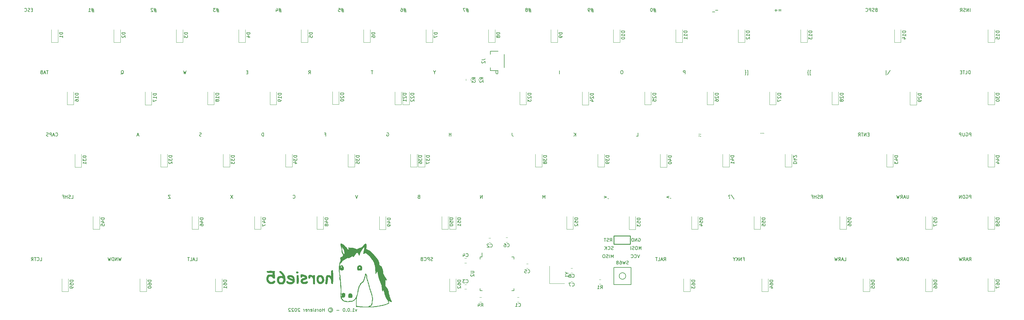
<source format=gbr>
G04 #@! TF.GenerationSoftware,KiCad,Pcbnew,(5.1.4)-1*
G04 #@! TF.CreationDate,2022-05-12T21:47:59-04:00*
G04 #@! TF.ProjectId,horsie-65,686f7273-6965-42d3-9635-2e6b69636164,rev?*
G04 #@! TF.SameCoordinates,Original*
G04 #@! TF.FileFunction,Legend,Bot*
G04 #@! TF.FilePolarity,Positive*
%FSLAX46Y46*%
G04 Gerber Fmt 4.6, Leading zero omitted, Abs format (unit mm)*
G04 Created by KiCad (PCBNEW (5.1.4)-1) date 2022-05-12 21:47:59*
%MOMM*%
%LPD*%
G04 APERTURE LIST*
%ADD10C,0.150000*%
%ADD11C,0.010000*%
%ADD12C,0.120000*%
%ADD13C,0.250000*%
G04 APERTURE END LIST*
D10*
X167614880Y-188698214D02*
X167376785Y-189364880D01*
X167138690Y-188698214D01*
X166233928Y-189364880D02*
X166805357Y-189364880D01*
X166519642Y-189364880D02*
X166519642Y-188364880D01*
X166614880Y-188507738D01*
X166710119Y-188602976D01*
X166805357Y-188650595D01*
X165805357Y-189269642D02*
X165757738Y-189317261D01*
X165805357Y-189364880D01*
X165852976Y-189317261D01*
X165805357Y-189269642D01*
X165805357Y-189364880D01*
X165138690Y-188364880D02*
X165043452Y-188364880D01*
X164948214Y-188412500D01*
X164900595Y-188460119D01*
X164852976Y-188555357D01*
X164805357Y-188745833D01*
X164805357Y-188983928D01*
X164852976Y-189174404D01*
X164900595Y-189269642D01*
X164948214Y-189317261D01*
X165043452Y-189364880D01*
X165138690Y-189364880D01*
X165233928Y-189317261D01*
X165281547Y-189269642D01*
X165329166Y-189174404D01*
X165376785Y-188983928D01*
X165376785Y-188745833D01*
X165329166Y-188555357D01*
X165281547Y-188460119D01*
X165233928Y-188412500D01*
X165138690Y-188364880D01*
X164376785Y-189269642D02*
X164329166Y-189317261D01*
X164376785Y-189364880D01*
X164424404Y-189317261D01*
X164376785Y-189269642D01*
X164376785Y-189364880D01*
X163710119Y-188364880D02*
X163614880Y-188364880D01*
X163519642Y-188412500D01*
X163472023Y-188460119D01*
X163424404Y-188555357D01*
X163376785Y-188745833D01*
X163376785Y-188983928D01*
X163424404Y-189174404D01*
X163472023Y-189269642D01*
X163519642Y-189317261D01*
X163614880Y-189364880D01*
X163710119Y-189364880D01*
X163805357Y-189317261D01*
X163852976Y-189269642D01*
X163900595Y-189174404D01*
X163948214Y-188983928D01*
X163948214Y-188745833D01*
X163900595Y-188555357D01*
X163852976Y-188460119D01*
X163805357Y-188412500D01*
X163710119Y-188364880D01*
X162186309Y-188983928D02*
X161424404Y-188983928D01*
X159376785Y-188602976D02*
X159472023Y-188555357D01*
X159662500Y-188555357D01*
X159757738Y-188602976D01*
X159852976Y-188698214D01*
X159900595Y-188793452D01*
X159900595Y-188983928D01*
X159852976Y-189079166D01*
X159757738Y-189174404D01*
X159662500Y-189222023D01*
X159472023Y-189222023D01*
X159376785Y-189174404D01*
X159567261Y-188222023D02*
X159805357Y-188269642D01*
X160043452Y-188412500D01*
X160186309Y-188650595D01*
X160233928Y-188888690D01*
X160186309Y-189126785D01*
X160043452Y-189364880D01*
X159805357Y-189507738D01*
X159567261Y-189555357D01*
X159329166Y-189507738D01*
X159091071Y-189364880D01*
X158948214Y-189126785D01*
X158900595Y-188888690D01*
X158948214Y-188650595D01*
X159091071Y-188412500D01*
X159329166Y-188269642D01*
X159567261Y-188222023D01*
X157710119Y-189364880D02*
X157710119Y-188364880D01*
X157710119Y-188841071D02*
X157138690Y-188841071D01*
X157138690Y-189364880D02*
X157138690Y-188364880D01*
X156519642Y-189364880D02*
X156614880Y-189317261D01*
X156662500Y-189269642D01*
X156710119Y-189174404D01*
X156710119Y-188888690D01*
X156662500Y-188793452D01*
X156614880Y-188745833D01*
X156519642Y-188698214D01*
X156376785Y-188698214D01*
X156281547Y-188745833D01*
X156233928Y-188793452D01*
X156186309Y-188888690D01*
X156186309Y-189174404D01*
X156233928Y-189269642D01*
X156281547Y-189317261D01*
X156376785Y-189364880D01*
X156519642Y-189364880D01*
X155757738Y-189364880D02*
X155757738Y-188698214D01*
X155757738Y-188888690D02*
X155710119Y-188793452D01*
X155662500Y-188745833D01*
X155567261Y-188698214D01*
X155472023Y-188698214D01*
X155186309Y-189317261D02*
X155091071Y-189364880D01*
X154900595Y-189364880D01*
X154805357Y-189317261D01*
X154757738Y-189222023D01*
X154757738Y-189174404D01*
X154805357Y-189079166D01*
X154900595Y-189031547D01*
X155043452Y-189031547D01*
X155138690Y-188983928D01*
X155186309Y-188888690D01*
X155186309Y-188841071D01*
X155138690Y-188745833D01*
X155043452Y-188698214D01*
X154900595Y-188698214D01*
X154805357Y-188745833D01*
X154329166Y-189364880D02*
X154329166Y-188698214D01*
X154329166Y-188364880D02*
X154376785Y-188412500D01*
X154329166Y-188460119D01*
X154281547Y-188412500D01*
X154329166Y-188364880D01*
X154329166Y-188460119D01*
X153472023Y-189317261D02*
X153567261Y-189364880D01*
X153757738Y-189364880D01*
X153852976Y-189317261D01*
X153900595Y-189222023D01*
X153900595Y-188841071D01*
X153852976Y-188745833D01*
X153757738Y-188698214D01*
X153567261Y-188698214D01*
X153472023Y-188745833D01*
X153424404Y-188841071D01*
X153424404Y-188936309D01*
X153900595Y-189031547D01*
X152995833Y-189364880D02*
X152995833Y-188698214D01*
X152995833Y-188888690D02*
X152948214Y-188793452D01*
X152900595Y-188745833D01*
X152805357Y-188698214D01*
X152710119Y-188698214D01*
X151995833Y-189317261D02*
X152091071Y-189364880D01*
X152281547Y-189364880D01*
X152376785Y-189317261D01*
X152424404Y-189222023D01*
X152424404Y-188841071D01*
X152376785Y-188745833D01*
X152281547Y-188698214D01*
X152091071Y-188698214D01*
X151995833Y-188745833D01*
X151948214Y-188841071D01*
X151948214Y-188936309D01*
X152424404Y-189031547D01*
X151519642Y-189364880D02*
X151519642Y-188698214D01*
X151519642Y-188888690D02*
X151472023Y-188793452D01*
X151424404Y-188745833D01*
X151329166Y-188698214D01*
X151233928Y-188698214D01*
X150186309Y-188460119D02*
X150138690Y-188412500D01*
X150043452Y-188364880D01*
X149805357Y-188364880D01*
X149710119Y-188412500D01*
X149662500Y-188460119D01*
X149614880Y-188555357D01*
X149614880Y-188650595D01*
X149662500Y-188793452D01*
X150233928Y-189364880D01*
X149614880Y-189364880D01*
X148995833Y-188364880D02*
X148900595Y-188364880D01*
X148805357Y-188412500D01*
X148757738Y-188460119D01*
X148710119Y-188555357D01*
X148662500Y-188745833D01*
X148662500Y-188983928D01*
X148710119Y-189174404D01*
X148757738Y-189269642D01*
X148805357Y-189317261D01*
X148900595Y-189364880D01*
X148995833Y-189364880D01*
X149091071Y-189317261D01*
X149138690Y-189269642D01*
X149186309Y-189174404D01*
X149233928Y-188983928D01*
X149233928Y-188745833D01*
X149186309Y-188555357D01*
X149138690Y-188460119D01*
X149091071Y-188412500D01*
X148995833Y-188364880D01*
X148281547Y-188460119D02*
X148233928Y-188412500D01*
X148138690Y-188364880D01*
X147900595Y-188364880D01*
X147805357Y-188412500D01*
X147757738Y-188460119D01*
X147710119Y-188555357D01*
X147710119Y-188650595D01*
X147757738Y-188793452D01*
X148329166Y-189364880D01*
X147710119Y-189364880D01*
X147329166Y-188460119D02*
X147281547Y-188412500D01*
X147186309Y-188364880D01*
X146948214Y-188364880D01*
X146852976Y-188412500D01*
X146805357Y-188460119D01*
X146757738Y-188555357D01*
X146757738Y-188650595D01*
X146805357Y-188793452D01*
X147376785Y-189364880D01*
X146757738Y-189364880D01*
D11*
G36*
X168635822Y-175244183D02*
G01*
X168785830Y-175310052D01*
X168943866Y-175448383D01*
X169068073Y-175584107D01*
X169134058Y-175705842D01*
X169159956Y-175863523D01*
X169164000Y-176054519D01*
X169155389Y-176287872D01*
X169121002Y-176439493D01*
X169048008Y-176553989D01*
X169008136Y-176596386D01*
X168907262Y-176681211D01*
X168793018Y-176727273D01*
X168625187Y-176744741D01*
X168420761Y-176744883D01*
X168185072Y-176737172D01*
X167990700Y-176724214D01*
X167884641Y-176709732D01*
X167797274Y-176650498D01*
X167741229Y-176516397D01*
X167711846Y-176289500D01*
X167704367Y-176015841D01*
X167713059Y-175924894D01*
X168148000Y-175924894D01*
X168191603Y-176103900D01*
X168300628Y-176210197D01*
X168442394Y-176225879D01*
X168565285Y-176153535D01*
X168642049Y-176022944D01*
X168656282Y-175879860D01*
X168611366Y-175769842D01*
X168534291Y-175736250D01*
X168420654Y-175700560D01*
X168386313Y-175657441D01*
X168336062Y-175624880D01*
X168260861Y-175675548D01*
X168189204Y-175777467D01*
X168149586Y-175898658D01*
X168148000Y-175924894D01*
X167713059Y-175924894D01*
X167733772Y-175708200D01*
X167819242Y-175489423D01*
X167954325Y-175372053D01*
X168044323Y-175355250D01*
X168134100Y-175323411D01*
X168148000Y-175291750D01*
X168204781Y-175253996D01*
X168348553Y-175231253D01*
X168435866Y-175228250D01*
X168635822Y-175244183D01*
X168635822Y-175244183D01*
G37*
X168635822Y-175244183D02*
X168785830Y-175310052D01*
X168943866Y-175448383D01*
X169068073Y-175584107D01*
X169134058Y-175705842D01*
X169159956Y-175863523D01*
X169164000Y-176054519D01*
X169155389Y-176287872D01*
X169121002Y-176439493D01*
X169048008Y-176553989D01*
X169008136Y-176596386D01*
X168907262Y-176681211D01*
X168793018Y-176727273D01*
X168625187Y-176744741D01*
X168420761Y-176744883D01*
X168185072Y-176737172D01*
X167990700Y-176724214D01*
X167884641Y-176709732D01*
X167797274Y-176650498D01*
X167741229Y-176516397D01*
X167711846Y-176289500D01*
X167704367Y-176015841D01*
X167713059Y-175924894D01*
X168148000Y-175924894D01*
X168191603Y-176103900D01*
X168300628Y-176210197D01*
X168442394Y-176225879D01*
X168565285Y-176153535D01*
X168642049Y-176022944D01*
X168656282Y-175879860D01*
X168611366Y-175769842D01*
X168534291Y-175736250D01*
X168420654Y-175700560D01*
X168386313Y-175657441D01*
X168336062Y-175624880D01*
X168260861Y-175675548D01*
X168189204Y-175777467D01*
X168149586Y-175898658D01*
X168148000Y-175924894D01*
X167713059Y-175924894D01*
X167733772Y-175708200D01*
X167819242Y-175489423D01*
X167954325Y-175372053D01*
X168044323Y-175355250D01*
X168134100Y-175323411D01*
X168148000Y-175291750D01*
X168204781Y-175253996D01*
X168348553Y-175231253D01*
X168435866Y-175228250D01*
X168635822Y-175244183D01*
G36*
X165748732Y-183820847D02*
G01*
X165798500Y-183864250D01*
X165851684Y-183915842D01*
X165925500Y-183927750D01*
X166031628Y-183972651D01*
X166052500Y-184054750D01*
X166079092Y-184157935D01*
X166116000Y-184181750D01*
X166149823Y-184239589D01*
X166172755Y-184390686D01*
X166179500Y-184562750D01*
X166169860Y-184765692D01*
X166144677Y-184903280D01*
X166116000Y-184943750D01*
X166059664Y-184995182D01*
X166052500Y-185039000D01*
X165995720Y-185090837D01*
X165849456Y-185123841D01*
X165649820Y-185138001D01*
X165432925Y-185133308D01*
X165234884Y-185109753D01*
X165091809Y-185067325D01*
X165052375Y-185039264D01*
X165011847Y-184938052D01*
X164985562Y-184768125D01*
X164974243Y-184568508D01*
X164978611Y-184378226D01*
X164999389Y-184236304D01*
X165036500Y-184181750D01*
X165092102Y-184130011D01*
X165100000Y-184081964D01*
X165142215Y-183955525D01*
X165190714Y-183891464D01*
X165294498Y-183839549D01*
X165451975Y-183809137D01*
X165618327Y-183802234D01*
X165748732Y-183820847D01*
X165748732Y-183820847D01*
G37*
X165748732Y-183820847D02*
X165798500Y-183864250D01*
X165851684Y-183915842D01*
X165925500Y-183927750D01*
X166031628Y-183972651D01*
X166052500Y-184054750D01*
X166079092Y-184157935D01*
X166116000Y-184181750D01*
X166149823Y-184239589D01*
X166172755Y-184390686D01*
X166179500Y-184562750D01*
X166169860Y-184765692D01*
X166144677Y-184903280D01*
X166116000Y-184943750D01*
X166059664Y-184995182D01*
X166052500Y-185039000D01*
X165995720Y-185090837D01*
X165849456Y-185123841D01*
X165649820Y-185138001D01*
X165432925Y-185133308D01*
X165234884Y-185109753D01*
X165091809Y-185067325D01*
X165052375Y-185039264D01*
X165011847Y-184938052D01*
X164985562Y-184768125D01*
X164974243Y-184568508D01*
X164978611Y-184378226D01*
X164999389Y-184236304D01*
X165036500Y-184181750D01*
X165092102Y-184130011D01*
X165100000Y-184081964D01*
X165142215Y-183955525D01*
X165190714Y-183891464D01*
X165294498Y-183839549D01*
X165451975Y-183809137D01*
X165618327Y-183802234D01*
X165748732Y-183820847D01*
G36*
X149583882Y-177177109D02*
G01*
X149690563Y-177291624D01*
X149695764Y-177451199D01*
X149669500Y-177514250D01*
X149558366Y-177605001D01*
X149386614Y-177642856D01*
X149211325Y-177622626D01*
X149110700Y-177565050D01*
X149030469Y-177420032D01*
X149059089Y-177282654D01*
X149179697Y-177178596D01*
X149375434Y-177133536D01*
X149394215Y-177133250D01*
X149583882Y-177177109D01*
X149583882Y-177177109D01*
G37*
X149583882Y-177177109D02*
X149690563Y-177291624D01*
X149695764Y-177451199D01*
X149669500Y-177514250D01*
X149558366Y-177605001D01*
X149386614Y-177642856D01*
X149211325Y-177622626D01*
X149110700Y-177565050D01*
X149030469Y-177420032D01*
X149059089Y-177282654D01*
X149179697Y-177178596D01*
X149375434Y-177133536D01*
X149394215Y-177133250D01*
X149583882Y-177177109D01*
G36*
X149648515Y-178262963D02*
G01*
X149699274Y-178323875D01*
X149725025Y-178451081D01*
X149746764Y-178673444D01*
X149764030Y-178964297D01*
X149776360Y-179296974D01*
X149783293Y-179644808D01*
X149784367Y-179981133D01*
X149779121Y-180279282D01*
X149767093Y-180512588D01*
X149747821Y-180654385D01*
X149740002Y-180676165D01*
X149640290Y-180768534D01*
X149494933Y-180815745D01*
X149353390Y-180811540D01*
X149265120Y-180749664D01*
X149260080Y-180736875D01*
X149250175Y-180650212D01*
X149237741Y-180458606D01*
X149223903Y-180184057D01*
X149209782Y-179848569D01*
X149198054Y-179521631D01*
X149185946Y-179058192D01*
X149184554Y-178712308D01*
X149194131Y-178474968D01*
X149214929Y-178337160D01*
X149232256Y-178299256D01*
X149354483Y-178227473D01*
X149512155Y-178216372D01*
X149648515Y-178262963D01*
X149648515Y-178262963D01*
G37*
X149648515Y-178262963D02*
X149699274Y-178323875D01*
X149725025Y-178451081D01*
X149746764Y-178673444D01*
X149764030Y-178964297D01*
X149776360Y-179296974D01*
X149783293Y-179644808D01*
X149784367Y-179981133D01*
X149779121Y-180279282D01*
X149767093Y-180512588D01*
X149747821Y-180654385D01*
X149740002Y-180676165D01*
X149640290Y-180768534D01*
X149494933Y-180815745D01*
X149353390Y-180811540D01*
X149265120Y-180749664D01*
X149260080Y-180736875D01*
X149250175Y-180650212D01*
X149237741Y-180458606D01*
X149223903Y-180184057D01*
X149209782Y-179848569D01*
X149198054Y-179521631D01*
X149185946Y-179058192D01*
X149184554Y-178712308D01*
X149194131Y-178474968D01*
X149214929Y-178337160D01*
X149232256Y-178299256D01*
X149354483Y-178227473D01*
X149512155Y-178216372D01*
X149648515Y-178262963D01*
G36*
X156683617Y-178269094D02*
G01*
X157015584Y-178430917D01*
X157277763Y-178687725D01*
X157460607Y-179028789D01*
X157554566Y-179443377D01*
X157565279Y-179644416D01*
X157514298Y-180047071D01*
X157363802Y-180397149D01*
X157124159Y-180673052D01*
X157041984Y-180734417D01*
X156783207Y-180844161D01*
X156471173Y-180883889D01*
X156159341Y-180852443D01*
X155917173Y-180758796D01*
X155629907Y-180516476D01*
X155435832Y-180194463D01*
X155332787Y-179788110D01*
X155319633Y-179564164D01*
X155829354Y-179564164D01*
X155875347Y-179847286D01*
X156000548Y-180090517D01*
X156184038Y-180256105D01*
X156223498Y-180275558D01*
X156461036Y-180335774D01*
X156662253Y-180282612D01*
X156829125Y-180140827D01*
X156933221Y-179944057D01*
X156974780Y-179680030D01*
X156952777Y-179392597D01*
X156866187Y-179125608D01*
X156853421Y-179100759D01*
X156694504Y-178900120D01*
X156492604Y-178778983D01*
X156280533Y-178750463D01*
X156119168Y-178807265D01*
X155985250Y-178958486D01*
X155884582Y-179194286D01*
X155832944Y-179473455D01*
X155829354Y-179564164D01*
X155319633Y-179564164D01*
X155313608Y-179461605D01*
X155357019Y-179024702D01*
X155481448Y-178676074D01*
X155682730Y-178421036D01*
X155956701Y-178264908D01*
X156291414Y-178212987D01*
X156683617Y-178269094D01*
X156683617Y-178269094D01*
G37*
X156683617Y-178269094D02*
X157015584Y-178430917D01*
X157277763Y-178687725D01*
X157460607Y-179028789D01*
X157554566Y-179443377D01*
X157565279Y-179644416D01*
X157514298Y-180047071D01*
X157363802Y-180397149D01*
X157124159Y-180673052D01*
X157041984Y-180734417D01*
X156783207Y-180844161D01*
X156471173Y-180883889D01*
X156159341Y-180852443D01*
X155917173Y-180758796D01*
X155629907Y-180516476D01*
X155435832Y-180194463D01*
X155332787Y-179788110D01*
X155319633Y-179564164D01*
X155829354Y-179564164D01*
X155875347Y-179847286D01*
X156000548Y-180090517D01*
X156184038Y-180256105D01*
X156223498Y-180275558D01*
X156461036Y-180335774D01*
X156662253Y-180282612D01*
X156829125Y-180140827D01*
X156933221Y-179944057D01*
X156974780Y-179680030D01*
X156952777Y-179392597D01*
X156866187Y-179125608D01*
X156853421Y-179100759D01*
X156694504Y-178900120D01*
X156492604Y-178778983D01*
X156280533Y-178750463D01*
X156119168Y-178807265D01*
X155985250Y-178958486D01*
X155884582Y-179194286D01*
X155832944Y-179473455D01*
X155829354Y-179564164D01*
X155319633Y-179564164D01*
X155313608Y-179461605D01*
X155357019Y-179024702D01*
X155481448Y-178676074D01*
X155682730Y-178421036D01*
X155956701Y-178264908D01*
X156291414Y-178212987D01*
X156683617Y-178269094D01*
G36*
X150909888Y-177998116D02*
G01*
X151242392Y-178084866D01*
X151510421Y-178170219D01*
X151801693Y-178272552D01*
X151998686Y-178357760D01*
X152129764Y-178441698D01*
X152223293Y-178540218D01*
X152256546Y-178587265D01*
X152369886Y-178836040D01*
X152393043Y-179082790D01*
X152325081Y-179291623D01*
X152276499Y-179352250D01*
X152151121Y-179434129D01*
X151950184Y-179524904D01*
X151722241Y-179606533D01*
X151515841Y-179660971D01*
X151412788Y-179673250D01*
X151288394Y-179718743D01*
X151148521Y-179827234D01*
X151038705Y-179956738D01*
X151003000Y-180051083D01*
X151048931Y-180184679D01*
X151105421Y-180250701D01*
X151248619Y-180307731D01*
X151465265Y-180329738D01*
X151707163Y-180318204D01*
X151926121Y-180274607D01*
X152046207Y-180221815D01*
X152251711Y-180133179D01*
X152424587Y-180139745D01*
X152540783Y-180229963D01*
X152576247Y-180392283D01*
X152563600Y-180470283D01*
X152459907Y-180633211D01*
X152250396Y-180759784D01*
X151952821Y-180842949D01*
X151584936Y-180875651D01*
X151542750Y-180875869D01*
X151285303Y-180863011D01*
X151051081Y-180830520D01*
X150902364Y-180789490D01*
X150653954Y-180620831D01*
X150496580Y-180387695D01*
X150432458Y-180116381D01*
X150463803Y-179833186D01*
X150592832Y-179564409D01*
X150782401Y-179365795D01*
X150927039Y-179284702D01*
X151147384Y-179196905D01*
X151386920Y-179123874D01*
X151602588Y-179063240D01*
X151759863Y-179009343D01*
X151827807Y-178972927D01*
X151828500Y-178970527D01*
X151773508Y-178880126D01*
X151629939Y-178772091D01*
X151429904Y-178668330D01*
X151325238Y-178627171D01*
X151124211Y-178559566D01*
X151008717Y-178541875D01*
X150944558Y-178581678D01*
X150897531Y-178686550D01*
X150884064Y-178724911D01*
X150819574Y-178858922D01*
X150722953Y-178903458D01*
X150607977Y-178899536D01*
X150488968Y-178882769D01*
X150427208Y-178840022D01*
X150404220Y-178738233D01*
X150401526Y-178544340D01*
X150401599Y-178530250D01*
X150410364Y-178313233D01*
X150430809Y-178136424D01*
X150447232Y-178069875D01*
X150522731Y-177991604D01*
X150673475Y-177967357D01*
X150909888Y-177998116D01*
X150909888Y-177998116D01*
G37*
X150909888Y-177998116D02*
X151242392Y-178084866D01*
X151510421Y-178170219D01*
X151801693Y-178272552D01*
X151998686Y-178357760D01*
X152129764Y-178441698D01*
X152223293Y-178540218D01*
X152256546Y-178587265D01*
X152369886Y-178836040D01*
X152393043Y-179082790D01*
X152325081Y-179291623D01*
X152276499Y-179352250D01*
X152151121Y-179434129D01*
X151950184Y-179524904D01*
X151722241Y-179606533D01*
X151515841Y-179660971D01*
X151412788Y-179673250D01*
X151288394Y-179718743D01*
X151148521Y-179827234D01*
X151038705Y-179956738D01*
X151003000Y-180051083D01*
X151048931Y-180184679D01*
X151105421Y-180250701D01*
X151248619Y-180307731D01*
X151465265Y-180329738D01*
X151707163Y-180318204D01*
X151926121Y-180274607D01*
X152046207Y-180221815D01*
X152251711Y-180133179D01*
X152424587Y-180139745D01*
X152540783Y-180229963D01*
X152576247Y-180392283D01*
X152563600Y-180470283D01*
X152459907Y-180633211D01*
X152250396Y-180759784D01*
X151952821Y-180842949D01*
X151584936Y-180875651D01*
X151542750Y-180875869D01*
X151285303Y-180863011D01*
X151051081Y-180830520D01*
X150902364Y-180789490D01*
X150653954Y-180620831D01*
X150496580Y-180387695D01*
X150432458Y-180116381D01*
X150463803Y-179833186D01*
X150592832Y-179564409D01*
X150782401Y-179365795D01*
X150927039Y-179284702D01*
X151147384Y-179196905D01*
X151386920Y-179123874D01*
X151602588Y-179063240D01*
X151759863Y-179009343D01*
X151827807Y-178972927D01*
X151828500Y-178970527D01*
X151773508Y-178880126D01*
X151629939Y-178772091D01*
X151429904Y-178668330D01*
X151325238Y-178627171D01*
X151124211Y-178559566D01*
X151008717Y-178541875D01*
X150944558Y-178581678D01*
X150897531Y-178686550D01*
X150884064Y-178724911D01*
X150819574Y-178858922D01*
X150722953Y-178903458D01*
X150607977Y-178899536D01*
X150488968Y-178882769D01*
X150427208Y-178840022D01*
X150404220Y-178738233D01*
X150401526Y-178544340D01*
X150401599Y-178530250D01*
X150410364Y-178313233D01*
X150430809Y-178136424D01*
X150447232Y-178069875D01*
X150522731Y-177991604D01*
X150673475Y-177967357D01*
X150909888Y-177998116D01*
G36*
X141389271Y-176931249D02*
G01*
X141721117Y-176938183D01*
X142024034Y-176951498D01*
X142272685Y-176970953D01*
X142441732Y-176996305D01*
X142504255Y-177022843D01*
X142515184Y-177128169D01*
X142485768Y-177250149D01*
X142461794Y-177406791D01*
X142462665Y-177679236D01*
X142488268Y-178058763D01*
X142497812Y-178162046D01*
X142531688Y-178557005D01*
X142543665Y-178842984D01*
X142530908Y-179036567D01*
X142490584Y-179154334D01*
X142419859Y-179212868D01*
X142315899Y-179228749D01*
X142315511Y-179228750D01*
X142161342Y-179188076D01*
X141978428Y-179057153D01*
X141857515Y-178941487D01*
X141575167Y-178709151D01*
X141298713Y-178581789D01*
X141043580Y-178557502D01*
X140825194Y-178634392D01*
X140658983Y-178810561D01*
X140560372Y-179084112D01*
X140557296Y-179101473D01*
X140545343Y-179473936D01*
X140647508Y-179795587D01*
X140843000Y-180054250D01*
X141116591Y-180254158D01*
X141409159Y-180339662D01*
X141699577Y-180310610D01*
X141966719Y-180166854D01*
X142075216Y-180063014D01*
X142227233Y-179958216D01*
X142393056Y-179936355D01*
X142534826Y-179990129D01*
X142614681Y-180112234D01*
X142621000Y-180168272D01*
X142570125Y-180320704D01*
X142438236Y-180497125D01*
X142256431Y-180661863D01*
X142110182Y-180754187D01*
X141844135Y-180840059D01*
X141514965Y-180876149D01*
X141176823Y-180861416D01*
X140883858Y-180794823D01*
X140843000Y-180778511D01*
X140514190Y-180572126D01*
X140257732Y-180283769D01*
X140078161Y-179937318D01*
X139980013Y-179556654D01*
X139967822Y-179165658D01*
X140046124Y-178788209D01*
X140219455Y-178448188D01*
X140367591Y-178275324D01*
X140490192Y-178163086D01*
X140596859Y-178097093D01*
X140727290Y-178065090D01*
X140921182Y-178054824D01*
X141084538Y-178054000D01*
X141348345Y-178061353D01*
X141585313Y-178080716D01*
X141747468Y-178108044D01*
X141756439Y-178110658D01*
X141939629Y-178167317D01*
X141893374Y-177856658D01*
X141862558Y-177672950D01*
X141835422Y-177550011D01*
X141825014Y-177523246D01*
X141756611Y-177512776D01*
X141587162Y-177501327D01*
X141342598Y-177490322D01*
X141064664Y-177481580D01*
X140727450Y-177469360D01*
X140493437Y-177450636D01*
X140338859Y-177421821D01*
X140239950Y-177379327D01*
X140203709Y-177351616D01*
X140095318Y-177208937D01*
X140110214Y-177080479D01*
X140182892Y-177000737D01*
X140279331Y-176972147D01*
X140473526Y-176951145D01*
X140740139Y-176937488D01*
X141053833Y-176930937D01*
X141389271Y-176931249D01*
X141389271Y-176931249D01*
G37*
X141389271Y-176931249D02*
X141721117Y-176938183D01*
X142024034Y-176951498D01*
X142272685Y-176970953D01*
X142441732Y-176996305D01*
X142504255Y-177022843D01*
X142515184Y-177128169D01*
X142485768Y-177250149D01*
X142461794Y-177406791D01*
X142462665Y-177679236D01*
X142488268Y-178058763D01*
X142497812Y-178162046D01*
X142531688Y-178557005D01*
X142543665Y-178842984D01*
X142530908Y-179036567D01*
X142490584Y-179154334D01*
X142419859Y-179212868D01*
X142315899Y-179228749D01*
X142315511Y-179228750D01*
X142161342Y-179188076D01*
X141978428Y-179057153D01*
X141857515Y-178941487D01*
X141575167Y-178709151D01*
X141298713Y-178581789D01*
X141043580Y-178557502D01*
X140825194Y-178634392D01*
X140658983Y-178810561D01*
X140560372Y-179084112D01*
X140557296Y-179101473D01*
X140545343Y-179473936D01*
X140647508Y-179795587D01*
X140843000Y-180054250D01*
X141116591Y-180254158D01*
X141409159Y-180339662D01*
X141699577Y-180310610D01*
X141966719Y-180166854D01*
X142075216Y-180063014D01*
X142227233Y-179958216D01*
X142393056Y-179936355D01*
X142534826Y-179990129D01*
X142614681Y-180112234D01*
X142621000Y-180168272D01*
X142570125Y-180320704D01*
X142438236Y-180497125D01*
X142256431Y-180661863D01*
X142110182Y-180754187D01*
X141844135Y-180840059D01*
X141514965Y-180876149D01*
X141176823Y-180861416D01*
X140883858Y-180794823D01*
X140843000Y-180778511D01*
X140514190Y-180572126D01*
X140257732Y-180283769D01*
X140078161Y-179937318D01*
X139980013Y-179556654D01*
X139967822Y-179165658D01*
X140046124Y-178788209D01*
X140219455Y-178448188D01*
X140367591Y-178275324D01*
X140490192Y-178163086D01*
X140596859Y-178097093D01*
X140727290Y-178065090D01*
X140921182Y-178054824D01*
X141084538Y-178054000D01*
X141348345Y-178061353D01*
X141585313Y-178080716D01*
X141747468Y-178108044D01*
X141756439Y-178110658D01*
X141939629Y-178167317D01*
X141893374Y-177856658D01*
X141862558Y-177672950D01*
X141835422Y-177550011D01*
X141825014Y-177523246D01*
X141756611Y-177512776D01*
X141587162Y-177501327D01*
X141342598Y-177490322D01*
X141064664Y-177481580D01*
X140727450Y-177469360D01*
X140493437Y-177450636D01*
X140338859Y-177421821D01*
X140239950Y-177379327D01*
X140203709Y-177351616D01*
X140095318Y-177208937D01*
X140110214Y-177080479D01*
X140182892Y-177000737D01*
X140279331Y-176972147D01*
X140473526Y-176951145D01*
X140740139Y-176937488D01*
X141053833Y-176930937D01*
X141389271Y-176931249D01*
G36*
X160165616Y-176762065D02*
G01*
X160240381Y-176812726D01*
X160251638Y-176892537D01*
X160261268Y-177080205D01*
X160269239Y-177356620D01*
X160275518Y-177702671D01*
X160280073Y-178099246D01*
X160282871Y-178527237D01*
X160283881Y-178967531D01*
X160283068Y-179401018D01*
X160280402Y-179808588D01*
X160275849Y-180171130D01*
X160269377Y-180469533D01*
X160260954Y-180684687D01*
X160250547Y-180797480D01*
X160247171Y-180808286D01*
X160144445Y-180870530D01*
X159994007Y-180869267D01*
X159855614Y-180808661D01*
X159824811Y-180778850D01*
X159779192Y-180660863D01*
X159742117Y-180440125D01*
X159717461Y-180140801D01*
X159715318Y-180096225D01*
X159697585Y-179801920D01*
X159668997Y-179594507D01*
X159619835Y-179433885D01*
X159540382Y-179279950D01*
X159502690Y-179218761D01*
X159331144Y-179001584D01*
X159140617Y-178843350D01*
X159092731Y-178817162D01*
X158913825Y-178753602D01*
X158794020Y-178771901D01*
X158723196Y-178883973D01*
X158691236Y-179101731D01*
X158686500Y-179295430D01*
X158677151Y-179585933D01*
X158651958Y-179907843D01*
X158615201Y-180227987D01*
X158571162Y-180513194D01*
X158524120Y-180730294D01*
X158488415Y-180830422D01*
X158379072Y-180918767D01*
X158219246Y-180942458D01*
X158067547Y-180901396D01*
X157996020Y-180831235D01*
X157968022Y-180688545D01*
X157982151Y-180476766D01*
X157989399Y-180434360D01*
X158016335Y-180247025D01*
X158045160Y-179976252D01*
X158071552Y-179665454D01*
X158084118Y-179482750D01*
X158119722Y-179044408D01*
X158170601Y-178717515D01*
X158245820Y-178486670D01*
X158354447Y-178336473D01*
X158505548Y-178251523D01*
X158708189Y-178216420D01*
X158831803Y-178212750D01*
X159129887Y-178240306D01*
X159367476Y-178337254D01*
X159559625Y-178485754D01*
X159702500Y-178615887D01*
X159702500Y-177806894D01*
X159707499Y-177488923D01*
X159721139Y-177209078D01*
X159741383Y-176996237D01*
X159766193Y-176879275D01*
X159768234Y-176875075D01*
X159867974Y-176791899D01*
X160019580Y-176751701D01*
X160165616Y-176762065D01*
X160165616Y-176762065D01*
G37*
X160165616Y-176762065D02*
X160240381Y-176812726D01*
X160251638Y-176892537D01*
X160261268Y-177080205D01*
X160269239Y-177356620D01*
X160275518Y-177702671D01*
X160280073Y-178099246D01*
X160282871Y-178527237D01*
X160283881Y-178967531D01*
X160283068Y-179401018D01*
X160280402Y-179808588D01*
X160275849Y-180171130D01*
X160269377Y-180469533D01*
X160260954Y-180684687D01*
X160250547Y-180797480D01*
X160247171Y-180808286D01*
X160144445Y-180870530D01*
X159994007Y-180869267D01*
X159855614Y-180808661D01*
X159824811Y-180778850D01*
X159779192Y-180660863D01*
X159742117Y-180440125D01*
X159717461Y-180140801D01*
X159715318Y-180096225D01*
X159697585Y-179801920D01*
X159668997Y-179594507D01*
X159619835Y-179433885D01*
X159540382Y-179279950D01*
X159502690Y-179218761D01*
X159331144Y-179001584D01*
X159140617Y-178843350D01*
X159092731Y-178817162D01*
X158913825Y-178753602D01*
X158794020Y-178771901D01*
X158723196Y-178883973D01*
X158691236Y-179101731D01*
X158686500Y-179295430D01*
X158677151Y-179585933D01*
X158651958Y-179907843D01*
X158615201Y-180227987D01*
X158571162Y-180513194D01*
X158524120Y-180730294D01*
X158488415Y-180830422D01*
X158379072Y-180918767D01*
X158219246Y-180942458D01*
X158067547Y-180901396D01*
X157996020Y-180831235D01*
X157968022Y-180688545D01*
X157982151Y-180476766D01*
X157989399Y-180434360D01*
X158016335Y-180247025D01*
X158045160Y-179976252D01*
X158071552Y-179665454D01*
X158084118Y-179482750D01*
X158119722Y-179044408D01*
X158170601Y-178717515D01*
X158245820Y-178486670D01*
X158354447Y-178336473D01*
X158505548Y-178251523D01*
X158708189Y-178216420D01*
X158831803Y-178212750D01*
X159129887Y-178240306D01*
X159367476Y-178337254D01*
X159559625Y-178485754D01*
X159702500Y-178615887D01*
X159702500Y-177806894D01*
X159707499Y-177488923D01*
X159721139Y-177209078D01*
X159741383Y-176996237D01*
X159766193Y-176879275D01*
X159768234Y-176875075D01*
X159867974Y-176791899D01*
X160019580Y-176751701D01*
X160165616Y-176762065D01*
G36*
X147408357Y-178223798D02*
G01*
X147799996Y-178301467D01*
X148113567Y-178478904D01*
X148348102Y-178754957D01*
X148502637Y-179128477D01*
X148576203Y-179598312D01*
X148577208Y-179614908D01*
X148587791Y-179878486D01*
X148577351Y-180060228D01*
X148538065Y-180204611D01*
X148462105Y-180356113D01*
X148440115Y-180394100D01*
X148219386Y-180666447D01*
X147927633Y-180843437D01*
X147555075Y-180929822D01*
X147315826Y-180940462D01*
X147055518Y-180925256D01*
X146808003Y-180888865D01*
X146669701Y-180852893D01*
X146347454Y-180707281D01*
X146147982Y-180543418D01*
X146075909Y-180402838D01*
X146060213Y-180199937D01*
X146128787Y-180085088D01*
X146270313Y-180062725D01*
X146473472Y-180137281D01*
X146582876Y-180204236D01*
X146868823Y-180340484D01*
X147187098Y-180400018D01*
X147500883Y-180383278D01*
X147773362Y-180290707D01*
X147912659Y-180188312D01*
X148041648Y-180059324D01*
X147601449Y-179859506D01*
X147340701Y-179741781D01*
X147083647Y-179626763D01*
X146889814Y-179541056D01*
X146592830Y-179367184D01*
X146396609Y-179157146D01*
X146307732Y-178925736D01*
X146308810Y-178915491D01*
X146846824Y-178915491D01*
X146849060Y-178919842D01*
X146918219Y-178972421D01*
X147068811Y-179059772D01*
X147271922Y-179167595D01*
X147498641Y-179281589D01*
X147720052Y-179387453D01*
X147907243Y-179470886D01*
X148031301Y-179517588D01*
X148064776Y-179521139D01*
X148058678Y-179452832D01*
X148012115Y-179315809D01*
X147998653Y-179283238D01*
X147845019Y-179033753D01*
X147636076Y-178840729D01*
X147465997Y-178756510D01*
X147329960Y-178743956D01*
X147160932Y-178763926D01*
X146998005Y-178806072D01*
X146880272Y-178860043D01*
X146846824Y-178915491D01*
X146308810Y-178915491D01*
X146332778Y-178687750D01*
X146431992Y-178511660D01*
X146650733Y-178335720D01*
X146966247Y-178238785D01*
X147375069Y-178221877D01*
X147408357Y-178223798D01*
X147408357Y-178223798D01*
G37*
X147408357Y-178223798D02*
X147799996Y-178301467D01*
X148113567Y-178478904D01*
X148348102Y-178754957D01*
X148502637Y-179128477D01*
X148576203Y-179598312D01*
X148577208Y-179614908D01*
X148587791Y-179878486D01*
X148577351Y-180060228D01*
X148538065Y-180204611D01*
X148462105Y-180356113D01*
X148440115Y-180394100D01*
X148219386Y-180666447D01*
X147927633Y-180843437D01*
X147555075Y-180929822D01*
X147315826Y-180940462D01*
X147055518Y-180925256D01*
X146808003Y-180888865D01*
X146669701Y-180852893D01*
X146347454Y-180707281D01*
X146147982Y-180543418D01*
X146075909Y-180402838D01*
X146060213Y-180199937D01*
X146128787Y-180085088D01*
X146270313Y-180062725D01*
X146473472Y-180137281D01*
X146582876Y-180204236D01*
X146868823Y-180340484D01*
X147187098Y-180400018D01*
X147500883Y-180383278D01*
X147773362Y-180290707D01*
X147912659Y-180188312D01*
X148041648Y-180059324D01*
X147601449Y-179859506D01*
X147340701Y-179741781D01*
X147083647Y-179626763D01*
X146889814Y-179541056D01*
X146592830Y-179367184D01*
X146396609Y-179157146D01*
X146307732Y-178925736D01*
X146308810Y-178915491D01*
X146846824Y-178915491D01*
X146849060Y-178919842D01*
X146918219Y-178972421D01*
X147068811Y-179059772D01*
X147271922Y-179167595D01*
X147498641Y-179281589D01*
X147720052Y-179387453D01*
X147907243Y-179470886D01*
X148031301Y-179517588D01*
X148064776Y-179521139D01*
X148058678Y-179452832D01*
X148012115Y-179315809D01*
X147998653Y-179283238D01*
X147845019Y-179033753D01*
X147636076Y-178840729D01*
X147465997Y-178756510D01*
X147329960Y-178743956D01*
X147160932Y-178763926D01*
X146998005Y-178806072D01*
X146880272Y-178860043D01*
X146846824Y-178915491D01*
X146308810Y-178915491D01*
X146332778Y-178687750D01*
X146431992Y-178511660D01*
X146650733Y-178335720D01*
X146966247Y-178238785D01*
X147375069Y-178221877D01*
X147408357Y-178223798D01*
G36*
X153528289Y-178174562D02*
G01*
X153823731Y-178272681D01*
X153897363Y-178307734D01*
X154070033Y-178394671D01*
X154187099Y-178452349D01*
X154218218Y-178466484D01*
X154238616Y-178414493D01*
X154261044Y-178335368D01*
X154312129Y-178244870D01*
X154425083Y-178219436D01*
X154506575Y-178224243D01*
X154717750Y-178244500D01*
X154717750Y-180975000D01*
X154524967Y-180993884D01*
X154374396Y-180993778D01*
X154286842Y-180967426D01*
X154269599Y-180889965D01*
X154255333Y-180711324D01*
X154245437Y-180457313D01*
X154241304Y-180153740D01*
X154241262Y-180123041D01*
X154233447Y-179713094D01*
X154205000Y-179406436D01*
X154148004Y-179179993D01*
X154054540Y-179010691D01*
X153916690Y-178875458D01*
X153781705Y-178783906D01*
X153563491Y-178676451D01*
X153422793Y-178668297D01*
X153357759Y-178759602D01*
X153352500Y-178820174D01*
X153312194Y-179030729D01*
X153208540Y-179175638D01*
X153067431Y-179237525D01*
X152914761Y-179199012D01*
X152857200Y-179152550D01*
X152804372Y-179030229D01*
X152782940Y-178833111D01*
X152791643Y-178609129D01*
X152829223Y-178406216D01*
X152879850Y-178290379D01*
X153027785Y-178182924D01*
X153253452Y-178144481D01*
X153528289Y-178174562D01*
X153528289Y-178174562D01*
G37*
X153528289Y-178174562D02*
X153823731Y-178272681D01*
X153897363Y-178307734D01*
X154070033Y-178394671D01*
X154187099Y-178452349D01*
X154218218Y-178466484D01*
X154238616Y-178414493D01*
X154261044Y-178335368D01*
X154312129Y-178244870D01*
X154425083Y-178219436D01*
X154506575Y-178224243D01*
X154717750Y-178244500D01*
X154717750Y-180975000D01*
X154524967Y-180993884D01*
X154374396Y-180993778D01*
X154286842Y-180967426D01*
X154269599Y-180889965D01*
X154255333Y-180711324D01*
X154245437Y-180457313D01*
X154241304Y-180153740D01*
X154241262Y-180123041D01*
X154233447Y-179713094D01*
X154205000Y-179406436D01*
X154148004Y-179179993D01*
X154054540Y-179010691D01*
X153916690Y-178875458D01*
X153781705Y-178783906D01*
X153563491Y-178676451D01*
X153422793Y-178668297D01*
X153357759Y-178759602D01*
X153352500Y-178820174D01*
X153312194Y-179030729D01*
X153208540Y-179175638D01*
X153067431Y-179237525D01*
X152914761Y-179199012D01*
X152857200Y-179152550D01*
X152804372Y-179030229D01*
X152782940Y-178833111D01*
X152791643Y-178609129D01*
X152829223Y-178406216D01*
X152879850Y-178290379D01*
X153027785Y-178182924D01*
X153253452Y-178144481D01*
X153528289Y-178174562D01*
G36*
X144348965Y-176993448D02*
G01*
X144542112Y-177131694D01*
X144762643Y-177336716D01*
X144991100Y-177587742D01*
X145208027Y-177863999D01*
X145393966Y-178144715D01*
X145485158Y-178311900D01*
X145586580Y-178530337D01*
X145651655Y-178715869D01*
X145689920Y-178912000D01*
X145710911Y-179162236D01*
X145720126Y-179383823D01*
X145727649Y-179683022D01*
X145722024Y-179892893D01*
X145697255Y-180050904D01*
X145647344Y-180194527D01*
X145566295Y-180361230D01*
X145562529Y-180368506D01*
X145392129Y-180651738D01*
X145211052Y-180834546D01*
X144985045Y-180938409D01*
X144679853Y-180984807D01*
X144570403Y-180990629D01*
X144232837Y-180985518D01*
X143983741Y-180942987D01*
X143922750Y-180920059D01*
X143627252Y-180719451D01*
X143405483Y-180441609D01*
X143260400Y-180111482D01*
X143194960Y-179754021D01*
X143197111Y-179708892D01*
X143770391Y-179708892D01*
X143823046Y-179970611D01*
X143929438Y-180197215D01*
X144080742Y-180347556D01*
X144100248Y-180357914D01*
X144307527Y-180450794D01*
X144455246Y-180485288D01*
X144594346Y-180465606D01*
X144740453Y-180410849D01*
X144930840Y-180266032D01*
X145070796Y-180024967D01*
X145148746Y-179712315D01*
X145161000Y-179514845D01*
X145149742Y-179328966D01*
X145101220Y-179222199D01*
X144993306Y-179147562D01*
X144986375Y-179144042D01*
X144679963Y-179035749D01*
X144377346Y-179009489D01*
X144108896Y-179062544D01*
X143904982Y-179192195D01*
X143861574Y-179244700D01*
X143780293Y-179453206D01*
X143770391Y-179708892D01*
X143197111Y-179708892D01*
X143212119Y-179394175D01*
X143314834Y-179056896D01*
X143506062Y-178767133D01*
X143652021Y-178635583D01*
X143843217Y-178547655D01*
X144109128Y-178490922D01*
X144400172Y-178470499D01*
X144666773Y-178491502D01*
X144776626Y-178519558D01*
X144908364Y-178557015D01*
X144969896Y-178557828D01*
X144970500Y-178555543D01*
X144926110Y-178423995D01*
X144802587Y-178226650D01*
X144614399Y-177983548D01*
X144376012Y-177714727D01*
X144323932Y-177660001D01*
X144122416Y-177446180D01*
X143998963Y-177299580D01*
X143940297Y-177199182D01*
X143933144Y-177123968D01*
X143952960Y-177072626D01*
X144078995Y-176963652D01*
X144202661Y-176942750D01*
X144348965Y-176993448D01*
X144348965Y-176993448D01*
G37*
X144348965Y-176993448D02*
X144542112Y-177131694D01*
X144762643Y-177336716D01*
X144991100Y-177587742D01*
X145208027Y-177863999D01*
X145393966Y-178144715D01*
X145485158Y-178311900D01*
X145586580Y-178530337D01*
X145651655Y-178715869D01*
X145689920Y-178912000D01*
X145710911Y-179162236D01*
X145720126Y-179383823D01*
X145727649Y-179683022D01*
X145722024Y-179892893D01*
X145697255Y-180050904D01*
X145647344Y-180194527D01*
X145566295Y-180361230D01*
X145562529Y-180368506D01*
X145392129Y-180651738D01*
X145211052Y-180834546D01*
X144985045Y-180938409D01*
X144679853Y-180984807D01*
X144570403Y-180990629D01*
X144232837Y-180985518D01*
X143983741Y-180942987D01*
X143922750Y-180920059D01*
X143627252Y-180719451D01*
X143405483Y-180441609D01*
X143260400Y-180111482D01*
X143194960Y-179754021D01*
X143197111Y-179708892D01*
X143770391Y-179708892D01*
X143823046Y-179970611D01*
X143929438Y-180197215D01*
X144080742Y-180347556D01*
X144100248Y-180357914D01*
X144307527Y-180450794D01*
X144455246Y-180485288D01*
X144594346Y-180465606D01*
X144740453Y-180410849D01*
X144930840Y-180266032D01*
X145070796Y-180024967D01*
X145148746Y-179712315D01*
X145161000Y-179514845D01*
X145149742Y-179328966D01*
X145101220Y-179222199D01*
X144993306Y-179147562D01*
X144986375Y-179144042D01*
X144679963Y-179035749D01*
X144377346Y-179009489D01*
X144108896Y-179062544D01*
X143904982Y-179192195D01*
X143861574Y-179244700D01*
X143780293Y-179453206D01*
X143770391Y-179708892D01*
X143197111Y-179708892D01*
X143212119Y-179394175D01*
X143314834Y-179056896D01*
X143506062Y-178767133D01*
X143652021Y-178635583D01*
X143843217Y-178547655D01*
X144109128Y-178490922D01*
X144400172Y-178470499D01*
X144666773Y-178491502D01*
X144776626Y-178519558D01*
X144908364Y-178557015D01*
X144969896Y-178557828D01*
X144970500Y-178555543D01*
X144926110Y-178423995D01*
X144802587Y-178226650D01*
X144614399Y-177983548D01*
X144376012Y-177714727D01*
X144323932Y-177660001D01*
X144122416Y-177446180D01*
X143998963Y-177299580D01*
X143940297Y-177199182D01*
X143933144Y-177123968D01*
X143952960Y-177072626D01*
X144078995Y-176963652D01*
X144202661Y-176942750D01*
X144348965Y-176993448D01*
G36*
X163036863Y-168605923D02*
G01*
X163131500Y-168687750D01*
X163232810Y-168786140D01*
X163305292Y-168814750D01*
X163381806Y-168857354D01*
X163524071Y-168972504D01*
X163709807Y-169141202D01*
X163863798Y-169291000D01*
X164065277Y-169486915D01*
X164237120Y-169643715D01*
X164357985Y-169742533D01*
X164402524Y-169767250D01*
X164453288Y-169820443D01*
X164465000Y-169894250D01*
X164491592Y-169997435D01*
X164528500Y-170021250D01*
X164584102Y-170072988D01*
X164592000Y-170121035D01*
X164634215Y-170247474D01*
X164682714Y-170311535D01*
X164796033Y-170382913D01*
X164908398Y-170399051D01*
X164970819Y-170355357D01*
X164973000Y-170338750D01*
X165026184Y-170287157D01*
X165100000Y-170275250D01*
X165203268Y-170254483D01*
X165227000Y-170225768D01*
X165181149Y-170154732D01*
X165100000Y-170084750D01*
X164991089Y-169963311D01*
X164978803Y-169849652D01*
X165059780Y-169777376D01*
X165131750Y-169767250D01*
X165251086Y-169788986D01*
X165290500Y-169830750D01*
X165351219Y-169859401D01*
X165522559Y-169880368D01*
X165788291Y-169892175D01*
X165989000Y-169894250D01*
X166304167Y-169899769D01*
X166534805Y-169915346D01*
X166664683Y-169939503D01*
X166687500Y-169957750D01*
X166740684Y-170009342D01*
X166814500Y-170021250D01*
X166917685Y-170047842D01*
X166941500Y-170084750D01*
X166996679Y-170129335D01*
X167129629Y-170148245D01*
X167132000Y-170148250D01*
X167265756Y-170166643D01*
X167322485Y-170210959D01*
X167322500Y-170211750D01*
X167378321Y-170253721D01*
X167515582Y-170274701D01*
X167544750Y-170275250D01*
X167691650Y-170259300D01*
X167765080Y-170220083D01*
X167767000Y-170211750D01*
X167820184Y-170160157D01*
X167894000Y-170148250D01*
X167997185Y-170121657D01*
X168021000Y-170084750D01*
X168074184Y-170033157D01*
X168148000Y-170021250D01*
X168251185Y-169994657D01*
X168275000Y-169957750D01*
X168330869Y-169915978D01*
X168468451Y-169894874D01*
X168499930Y-169894250D01*
X168652028Y-169883443D01*
X168775952Y-169836072D01*
X168919066Y-169729715D01*
X169002917Y-169656124D01*
X169130369Y-169587156D01*
X169191214Y-169576749D01*
X169278265Y-169527315D01*
X169291000Y-169480324D01*
X169335497Y-169388915D01*
X169451901Y-169241678D01*
X169614580Y-169064117D01*
X169797903Y-168881739D01*
X169976239Y-168720048D01*
X170123956Y-168604550D01*
X170215109Y-168560750D01*
X170345335Y-168592070D01*
X170431354Y-168696839D01*
X170479762Y-168891263D01*
X170497153Y-169191552D01*
X170497500Y-169254714D01*
X170490133Y-169507919D01*
X170470001Y-169686052D01*
X170440050Y-169765317D01*
X170434000Y-169767250D01*
X170394236Y-169823584D01*
X170372119Y-169964313D01*
X170370500Y-170021250D01*
X170381150Y-170187426D01*
X170424195Y-170260869D01*
X170497500Y-170275250D01*
X170600685Y-170301842D01*
X170624500Y-170338750D01*
X170677684Y-170390342D01*
X170751500Y-170402250D01*
X170854685Y-170428842D01*
X170878500Y-170465750D01*
X170931684Y-170517342D01*
X171005500Y-170529250D01*
X171108685Y-170555842D01*
X171132500Y-170592750D01*
X171186903Y-170640264D01*
X171293274Y-170656249D01*
X171385724Y-170682209D01*
X171516840Y-170766780D01*
X171698905Y-170919999D01*
X171944200Y-171151904D01*
X172150524Y-171356786D01*
X172389959Y-171601569D01*
X172593856Y-171817560D01*
X172746782Y-171987805D01*
X172833305Y-172095350D01*
X172847000Y-172121851D01*
X172889650Y-172191415D01*
X173004417Y-172326265D01*
X173171523Y-172504025D01*
X173291500Y-172624749D01*
X173481365Y-172820124D01*
X173630785Y-172989344D01*
X173719835Y-173108984D01*
X173736000Y-173147416D01*
X173782993Y-173246631D01*
X173863000Y-173323250D01*
X173962185Y-173437360D01*
X173990000Y-173527768D01*
X174019512Y-173623085D01*
X174053500Y-173640750D01*
X174105092Y-173693934D01*
X174117000Y-173767750D01*
X174143592Y-173870935D01*
X174180500Y-173894750D01*
X174225085Y-173949929D01*
X174243995Y-174082879D01*
X174244000Y-174085250D01*
X174262393Y-174219006D01*
X174306709Y-174275735D01*
X174307500Y-174275750D01*
X174341279Y-174333623D01*
X174364197Y-174484963D01*
X174371000Y-174658866D01*
X174377730Y-174882549D01*
X174410175Y-175029804D01*
X174486709Y-175150991D01*
X174591133Y-175262116D01*
X174733033Y-175390712D01*
X174846154Y-175470004D01*
X174881419Y-175482249D01*
X174998153Y-175534128D01*
X175098342Y-175652358D01*
X175133000Y-175763464D01*
X175165924Y-175850839D01*
X175196500Y-175863250D01*
X175241568Y-175918305D01*
X175260000Y-176048458D01*
X175280275Y-176188007D01*
X175326554Y-176255851D01*
X175368553Y-176326069D01*
X175408262Y-176484703D01*
X175430688Y-176642143D01*
X175459503Y-176837840D01*
X175495460Y-176970011D01*
X175522883Y-177006250D01*
X175549339Y-177064479D01*
X175568739Y-177218170D01*
X175577364Y-177435831D01*
X175577500Y-177468481D01*
X175582935Y-177719380D01*
X175604191Y-177875935D01*
X175648693Y-177970526D01*
X175704500Y-178022249D01*
X175803685Y-178136360D01*
X175831500Y-178226768D01*
X175861012Y-178322085D01*
X175895000Y-178339750D01*
X175946592Y-178392934D01*
X175958500Y-178466750D01*
X175985092Y-178569935D01*
X176022000Y-178593750D01*
X176077531Y-178645516D01*
X176085500Y-178693978D01*
X176128701Y-178791231D01*
X176239779Y-178934344D01*
X176339500Y-179038250D01*
X176524210Y-179253902D01*
X176593098Y-179433119D01*
X176593500Y-179446021D01*
X176614633Y-179567718D01*
X176657000Y-179609750D01*
X176718654Y-179658071D01*
X176720500Y-179673250D01*
X176665320Y-179717835D01*
X176532370Y-179736745D01*
X176530000Y-179736750D01*
X176396243Y-179718356D01*
X176339514Y-179674040D01*
X176339500Y-179673250D01*
X176291178Y-179611595D01*
X176276000Y-179609750D01*
X176250180Y-179671397D01*
X176230528Y-179849165D01*
X176217757Y-180132292D01*
X176212578Y-180510014D01*
X176212500Y-180568523D01*
X176212500Y-181527296D01*
X176403000Y-181705250D01*
X176523579Y-181837777D01*
X176589384Y-181948785D01*
X176593500Y-181970708D01*
X176640597Y-182072543D01*
X176720500Y-182149750D01*
X176818863Y-182250641D01*
X176847500Y-182322518D01*
X176886829Y-182397600D01*
X176911000Y-182403750D01*
X176962592Y-182456934D01*
X176974500Y-182530750D01*
X177001092Y-182633935D01*
X177038000Y-182657750D01*
X177082585Y-182712929D01*
X177101495Y-182845879D01*
X177101500Y-182848250D01*
X177119893Y-182982006D01*
X177164209Y-183038735D01*
X177165000Y-183038750D01*
X177198823Y-183096589D01*
X177221755Y-183247686D01*
X177228500Y-183419750D01*
X177238139Y-183622692D01*
X177263322Y-183760280D01*
X177292000Y-183800750D01*
X177336585Y-183855929D01*
X177355495Y-183988879D01*
X177355500Y-183991250D01*
X177373893Y-184125006D01*
X177418209Y-184181735D01*
X177419000Y-184181750D01*
X177455223Y-184238860D01*
X177478214Y-184384881D01*
X177482500Y-184499250D01*
X177493922Y-184680365D01*
X177523126Y-184795323D01*
X177546000Y-184816750D01*
X177593734Y-184871092D01*
X177609500Y-184975500D01*
X177631236Y-185094836D01*
X177673000Y-185134250D01*
X177717585Y-185189429D01*
X177736495Y-185322379D01*
X177736500Y-185324750D01*
X177754893Y-185458506D01*
X177799209Y-185515235D01*
X177800000Y-185515250D01*
X177851985Y-185568305D01*
X177863500Y-185639363D01*
X177906386Y-185766876D01*
X178010783Y-185910438D01*
X178022250Y-185922227D01*
X178135199Y-186078275D01*
X178181034Y-186232729D01*
X178157567Y-186352385D01*
X178062611Y-186404037D01*
X178054000Y-186404250D01*
X177950814Y-186377657D01*
X177927000Y-186340750D01*
X177872657Y-186293015D01*
X177768250Y-186277250D01*
X177648913Y-186255513D01*
X177609500Y-186213750D01*
X177556315Y-186162157D01*
X177482500Y-186150250D01*
X177379314Y-186123657D01*
X177355500Y-186086750D01*
X177307178Y-186025095D01*
X177292000Y-186023250D01*
X177247414Y-186078429D01*
X177228504Y-186211379D01*
X177228500Y-186213750D01*
X177246893Y-186347506D01*
X177291209Y-186404235D01*
X177292000Y-186404250D01*
X177331763Y-186460584D01*
X177353880Y-186601313D01*
X177355500Y-186658250D01*
X177347977Y-186821116D01*
X177307211Y-186893517D01*
X177205906Y-186911849D01*
X177165000Y-186912250D01*
X177031243Y-186930643D01*
X176974514Y-186974959D01*
X176974500Y-186975750D01*
X176921315Y-187027342D01*
X176847500Y-187039250D01*
X176744314Y-187065842D01*
X176720500Y-187102750D01*
X176665320Y-187147335D01*
X176532370Y-187166245D01*
X176530000Y-187166250D01*
X176396243Y-187184643D01*
X176339514Y-187228959D01*
X176339500Y-187229750D01*
X176284320Y-187274335D01*
X176151370Y-187293245D01*
X176149000Y-187293250D01*
X176015243Y-187311643D01*
X175958514Y-187355959D01*
X175958500Y-187356750D01*
X175903320Y-187401335D01*
X175770370Y-187420245D01*
X175768000Y-187420250D01*
X175634212Y-187436476D01*
X175577513Y-187475570D01*
X175577500Y-187476239D01*
X175518961Y-187506398D01*
X175362733Y-187538756D01*
X175137896Y-187567874D01*
X175037750Y-187577189D01*
X174794009Y-187603762D01*
X174607524Y-187636026D01*
X174507376Y-187668446D01*
X174498000Y-187679950D01*
X174440315Y-187710433D01*
X174290380Y-187731377D01*
X174117000Y-187737750D01*
X173914057Y-187747389D01*
X173776469Y-187772572D01*
X173736000Y-187801250D01*
X173677267Y-187833823D01*
X173519853Y-187856332D01*
X173291931Y-187864749D01*
X173291500Y-187864750D01*
X173063482Y-187873140D01*
X172905924Y-187895628D01*
X172847000Y-187928188D01*
X172847000Y-187928250D01*
X172784082Y-187946993D01*
X172597585Y-187962600D01*
X172290892Y-187974975D01*
X171867389Y-187984021D01*
X171330460Y-187989640D01*
X170683488Y-187991737D01*
X170624500Y-187991750D01*
X169968478Y-187989952D01*
X169422215Y-187984623D01*
X168989096Y-187975861D01*
X168672505Y-187963761D01*
X168475826Y-187948420D01*
X168402443Y-187929935D01*
X168402000Y-187928250D01*
X168342306Y-187897325D01*
X168178126Y-187875426D01*
X167931815Y-187865182D01*
X167862250Y-187864750D01*
X167322500Y-187864750D01*
X167322500Y-186563000D01*
X167320670Y-186277250D01*
X167449500Y-186277250D01*
X167449958Y-186720697D01*
X167452348Y-187053120D01*
X167458190Y-187290489D01*
X167469006Y-187448779D01*
X167486318Y-187543964D01*
X167511646Y-187592016D01*
X167546511Y-187608909D01*
X167576500Y-187610750D01*
X167679685Y-187637342D01*
X167703500Y-187674250D01*
X167761072Y-187709072D01*
X167910164Y-187733945D01*
X168068625Y-187742213D01*
X168293364Y-187753983D01*
X168481495Y-187779481D01*
X168560750Y-187801250D01*
X168661197Y-187818127D01*
X168867181Y-187833334D01*
X169157244Y-187845974D01*
X169509924Y-187855150D01*
X169903762Y-187859965D01*
X169973625Y-187860286D01*
X170408031Y-187861314D01*
X170731707Y-187859925D01*
X170960918Y-187854569D01*
X171111930Y-187843697D01*
X171201009Y-187825759D01*
X171244421Y-187799204D01*
X171258432Y-187762483D01*
X171259500Y-187737750D01*
X171295528Y-187639173D01*
X171421575Y-187610751D01*
X171422785Y-187610750D01*
X171580276Y-187581293D01*
X171669005Y-187531375D01*
X171786842Y-187432420D01*
X171886719Y-187358606D01*
X171999439Y-187209841D01*
X172021500Y-187088731D01*
X172041231Y-186961163D01*
X172085000Y-186912250D01*
X172116446Y-186852837D01*
X172138545Y-186690635D01*
X172148288Y-186449694D01*
X172148500Y-186404250D01*
X172155926Y-186152675D01*
X172176201Y-185975889D01*
X172206319Y-185897943D01*
X172212000Y-185896250D01*
X172244573Y-185837517D01*
X172267082Y-185680103D01*
X172275499Y-185452181D01*
X172275500Y-185451750D01*
X172267109Y-185223732D01*
X172244621Y-185066174D01*
X172212061Y-185007250D01*
X172212000Y-185007250D01*
X172174130Y-184950494D01*
X172151413Y-184806896D01*
X172148500Y-184721500D01*
X172135887Y-184551085D01*
X172103977Y-184448861D01*
X172085000Y-184435750D01*
X172045236Y-184379415D01*
X172023119Y-184238686D01*
X172021500Y-184181750D01*
X172007416Y-184022694D01*
X171972234Y-183934226D01*
X171958000Y-183927750D01*
X171913414Y-183872570D01*
X171894504Y-183739620D01*
X171894500Y-183737250D01*
X171876106Y-183603493D01*
X171831790Y-183546764D01*
X171831000Y-183546750D01*
X171786414Y-183491570D01*
X171767504Y-183358620D01*
X171767500Y-183356250D01*
X171749106Y-183222493D01*
X171704790Y-183165764D01*
X171704000Y-183165750D01*
X171659414Y-183110570D01*
X171640504Y-182977620D01*
X171640500Y-182975250D01*
X171622106Y-182841493D01*
X171577790Y-182784764D01*
X171577000Y-182784750D01*
X171532414Y-182729570D01*
X171513504Y-182596620D01*
X171513500Y-182594250D01*
X171495106Y-182460493D01*
X171450790Y-182403764D01*
X171450000Y-182403750D01*
X171408028Y-182347928D01*
X171387048Y-182210667D01*
X171386500Y-182181500D01*
X171370550Y-182034599D01*
X171331333Y-181961169D01*
X171323000Y-181959250D01*
X171283236Y-181902915D01*
X171261119Y-181762186D01*
X171259500Y-181705250D01*
X171245416Y-181546194D01*
X171210234Y-181457726D01*
X171196000Y-181451250D01*
X171156236Y-181394915D01*
X171134119Y-181254186D01*
X171132500Y-181197250D01*
X171118416Y-181038194D01*
X171083234Y-180949726D01*
X171069000Y-180943250D01*
X171024414Y-180888070D01*
X171005504Y-180755120D01*
X171005500Y-180752750D01*
X170987106Y-180618993D01*
X170942790Y-180562264D01*
X170942000Y-180562250D01*
X170902236Y-180505915D01*
X170880119Y-180365186D01*
X170878500Y-180308250D01*
X170864416Y-180149194D01*
X170829234Y-180060726D01*
X170815000Y-180054250D01*
X170767265Y-179999907D01*
X170751500Y-179895500D01*
X170729763Y-179776163D01*
X170688000Y-179736750D01*
X170643414Y-179681570D01*
X170624504Y-179548620D01*
X170624500Y-179546250D01*
X170606106Y-179412493D01*
X170561790Y-179355764D01*
X170561000Y-179355750D01*
X170529553Y-179296337D01*
X170507454Y-179134135D01*
X170497711Y-178893194D01*
X170497500Y-178847750D01*
X170490073Y-178596175D01*
X170469798Y-178419389D01*
X170439680Y-178341443D01*
X170434000Y-178339750D01*
X170382407Y-178286565D01*
X170370500Y-178212750D01*
X170330795Y-178109321D01*
X170275250Y-178085750D01*
X170215350Y-178119739D01*
X170186095Y-178237420D01*
X170180000Y-178403250D01*
X170168577Y-178584365D01*
X170139373Y-178699323D01*
X170116500Y-178720750D01*
X170071914Y-178775929D01*
X170053004Y-178908879D01*
X170053000Y-178911250D01*
X170034606Y-179045006D01*
X169990290Y-179101735D01*
X169989500Y-179101750D01*
X169944914Y-179156929D01*
X169926004Y-179289879D01*
X169926000Y-179292250D01*
X169907606Y-179426006D01*
X169863290Y-179482735D01*
X169862500Y-179482750D01*
X169817914Y-179537929D01*
X169799004Y-179670879D01*
X169799000Y-179673250D01*
X169780606Y-179807006D01*
X169736290Y-179863735D01*
X169735500Y-179863750D01*
X169684190Y-179917025D01*
X169672000Y-179992866D01*
X169629268Y-180105931D01*
X169523218Y-180256537D01*
X169387067Y-180407511D01*
X169254032Y-180521679D01*
X169163230Y-180562250D01*
X169061194Y-180609798D01*
X168936459Y-180722950D01*
X168830068Y-180857462D01*
X168783065Y-180969092D01*
X168783000Y-180972113D01*
X168749592Y-181058453D01*
X168719500Y-181070250D01*
X168665928Y-181122760D01*
X168656000Y-181183231D01*
X168608089Y-181306000D01*
X168529000Y-181387749D01*
X168429814Y-181501860D01*
X168402000Y-181592268D01*
X168372487Y-181687585D01*
X168338500Y-181705250D01*
X168293914Y-181760429D01*
X168275004Y-181893379D01*
X168275000Y-181895750D01*
X168256606Y-182029506D01*
X168212290Y-182086235D01*
X168211500Y-182086250D01*
X168169528Y-182142071D01*
X168148548Y-182279332D01*
X168148000Y-182308500D01*
X168132050Y-182455400D01*
X168092833Y-182528830D01*
X168084500Y-182530750D01*
X168048276Y-182587860D01*
X168025285Y-182733881D01*
X168021000Y-182848250D01*
X168009577Y-183029365D01*
X167980373Y-183144323D01*
X167957500Y-183165750D01*
X167921276Y-183222860D01*
X167898285Y-183368881D01*
X167894000Y-183483250D01*
X167884173Y-183664385D01*
X167859049Y-183779341D01*
X167839383Y-183800750D01*
X167804099Y-183858199D01*
X167768919Y-184006967D01*
X167747188Y-184164856D01*
X167716225Y-184365298D01*
X167675055Y-184506687D01*
X167643054Y-184551148D01*
X167595336Y-184623476D01*
X167576500Y-184758541D01*
X167557623Y-184889992D01*
X167513000Y-184943750D01*
X167490075Y-185006060D01*
X167471947Y-185188390D01*
X167458943Y-185483838D01*
X167451393Y-185885502D01*
X167449500Y-186277250D01*
X167320670Y-186277250D01*
X167319462Y-186088800D01*
X167310581Y-185714807D01*
X167296205Y-185448154D01*
X167276682Y-185295973D01*
X167259000Y-185261250D01*
X167202936Y-185312797D01*
X167195500Y-185358171D01*
X167150334Y-185458294D01*
X167035794Y-185604227D01*
X166883313Y-185764535D01*
X166724325Y-185907785D01*
X166590265Y-186002541D01*
X166530421Y-186023250D01*
X166444850Y-186057022D01*
X166433500Y-186086750D01*
X166380315Y-186138342D01*
X166306500Y-186150250D01*
X166203314Y-186176842D01*
X166179500Y-186213750D01*
X166120767Y-186246323D01*
X165963353Y-186268832D01*
X165735431Y-186277249D01*
X165735000Y-186277250D01*
X165506982Y-186285640D01*
X165349424Y-186308128D01*
X165290500Y-186340688D01*
X165290500Y-186340750D01*
X165230806Y-186371674D01*
X165066626Y-186393573D01*
X164820315Y-186403817D01*
X164750750Y-186404250D01*
X164487893Y-186397227D01*
X164301750Y-186377911D01*
X164214674Y-186348934D01*
X164211000Y-186340750D01*
X164154665Y-186300986D01*
X164013936Y-186278869D01*
X163957000Y-186277250D01*
X163797944Y-186263166D01*
X163709476Y-186227984D01*
X163703000Y-186213750D01*
X163649815Y-186162157D01*
X163576000Y-186150250D01*
X163472814Y-186123657D01*
X163449000Y-186086750D01*
X163397370Y-186030883D01*
X163350863Y-186023250D01*
X163235084Y-185976989D01*
X163098730Y-185866661D01*
X162985992Y-185734946D01*
X162941000Y-185627404D01*
X162894011Y-185528335D01*
X162814000Y-185451750D01*
X162708949Y-185302763D01*
X162687000Y-185164681D01*
X162665901Y-185003367D01*
X162617773Y-184899923D01*
X162581117Y-184787552D01*
X162576927Y-184562938D01*
X162588715Y-184395098D01*
X162627393Y-183907420D01*
X162653210Y-183435216D01*
X162665714Y-183002143D01*
X162664456Y-182631855D01*
X162648984Y-182348007D01*
X162630207Y-182216867D01*
X162605840Y-182051460D01*
X162580022Y-181787919D01*
X162555010Y-181455057D01*
X162533060Y-181081684D01*
X162521303Y-180825994D01*
X162503891Y-180470121D01*
X162483200Y-180162970D01*
X162461077Y-179925055D01*
X162439368Y-179776889D01*
X162423293Y-179736750D01*
X162379561Y-179683482D01*
X162369500Y-179609750D01*
X162342907Y-179506564D01*
X162306000Y-179482750D01*
X162269776Y-179425639D01*
X162246785Y-179279618D01*
X162242500Y-179165250D01*
X162253922Y-178984134D01*
X162283126Y-178869176D01*
X162306000Y-178847750D01*
X162345763Y-178791415D01*
X162367880Y-178650686D01*
X162369500Y-178593750D01*
X162355416Y-178434694D01*
X162320234Y-178346226D01*
X162306000Y-178339750D01*
X162274553Y-178280337D01*
X162252454Y-178118135D01*
X162242711Y-177877194D01*
X162242500Y-177831750D01*
X162235073Y-177580175D01*
X162214798Y-177403389D01*
X162184680Y-177325443D01*
X162179000Y-177323750D01*
X162153968Y-177261897D01*
X162134713Y-177082715D01*
X162124140Y-176847500D01*
X162242500Y-176847500D01*
X162250379Y-177087470D01*
X162271707Y-177254730D01*
X162303022Y-177323304D01*
X162306000Y-177323750D01*
X162338573Y-177382482D01*
X162361082Y-177539896D01*
X162369499Y-177767818D01*
X162369500Y-177768250D01*
X162377890Y-177996267D01*
X162400378Y-178153825D01*
X162432938Y-178212749D01*
X162433000Y-178212750D01*
X162463426Y-178272694D01*
X162485130Y-178438631D01*
X162495796Y-178689712D01*
X162496500Y-178784250D01*
X162502236Y-179035916D01*
X162517603Y-179231040D01*
X162539834Y-179341291D01*
X162552293Y-179355750D01*
X162573502Y-179415731D01*
X162596773Y-179581734D01*
X162620068Y-179832845D01*
X162641352Y-180148151D01*
X162654302Y-180403500D01*
X162672928Y-180752112D01*
X162695129Y-181051605D01*
X162718849Y-181281063D01*
X162742034Y-181419576D01*
X162757259Y-181451250D01*
X162774165Y-181511793D01*
X162788996Y-181681608D01*
X162801017Y-181942976D01*
X162809491Y-182278176D01*
X162813681Y-182669487D01*
X162814000Y-182816500D01*
X162811100Y-183305027D01*
X162802607Y-183692354D01*
X162788833Y-183971797D01*
X162770088Y-184136674D01*
X162750500Y-184181750D01*
X162703829Y-184235277D01*
X162688000Y-184364786D01*
X162700681Y-184523668D01*
X162739543Y-184665312D01*
X162777714Y-184726035D01*
X162868177Y-184800737D01*
X162904714Y-184816750D01*
X162921565Y-184758266D01*
X162934255Y-184602850D01*
X162940636Y-184380553D01*
X162941000Y-184308750D01*
X162941000Y-183800750D01*
X163131500Y-183800750D01*
X163265256Y-183782356D01*
X163321985Y-183738040D01*
X163322000Y-183737250D01*
X163377179Y-183692664D01*
X163510129Y-183673754D01*
X163512500Y-183673750D01*
X163646256Y-183692143D01*
X163702985Y-183736459D01*
X163703000Y-183737250D01*
X163756184Y-183788842D01*
X163830000Y-183800750D01*
X163894479Y-183811818D01*
X163932535Y-183862430D01*
X163951008Y-183978692D01*
X163956738Y-184186711D01*
X163957000Y-184285426D01*
X163939749Y-184607012D01*
X163879013Y-184822153D01*
X163761318Y-184947806D01*
X163573189Y-185000929D01*
X163386218Y-185003773D01*
X163194294Y-184997598D01*
X163051059Y-184997365D01*
X163020375Y-184999055D01*
X162954379Y-185057179D01*
X162941428Y-185179981D01*
X162976284Y-185319302D01*
X163053709Y-185426984D01*
X163068000Y-185437013D01*
X163168140Y-185537299D01*
X163195000Y-185613924D01*
X163243243Y-185734420D01*
X163358526Y-185872135D01*
X163496681Y-185982957D01*
X163604863Y-186023250D01*
X163691203Y-186056657D01*
X163703000Y-186086750D01*
X163760839Y-186120573D01*
X163911936Y-186143505D01*
X164084000Y-186150250D01*
X164286942Y-186159889D01*
X164424530Y-186185072D01*
X164465000Y-186213750D01*
X164522110Y-186249973D01*
X164668131Y-186272964D01*
X164782500Y-186277250D01*
X164963615Y-186265827D01*
X165078573Y-186236623D01*
X165100000Y-186213750D01*
X165159693Y-186182825D01*
X165323873Y-186160926D01*
X165570184Y-186150682D01*
X165639750Y-186150250D01*
X165902606Y-186143227D01*
X166088749Y-186123911D01*
X166175825Y-186094934D01*
X166179500Y-186086750D01*
X166232684Y-186035157D01*
X166306500Y-186023250D01*
X166409685Y-185996657D01*
X166433500Y-185959750D01*
X166485077Y-185903758D01*
X166530866Y-185896250D01*
X166638960Y-185850107D01*
X166783018Y-185735914D01*
X166926691Y-185590019D01*
X167033629Y-185448773D01*
X167068500Y-185358616D01*
X167102137Y-185272763D01*
X167132000Y-185261250D01*
X167183592Y-185208065D01*
X167195500Y-185134250D01*
X167222092Y-185031064D01*
X167259000Y-185007250D01*
X167315335Y-184955817D01*
X167322500Y-184912000D01*
X167356788Y-184827496D01*
X167386000Y-184816750D01*
X167430585Y-184761570D01*
X167449495Y-184628620D01*
X167449500Y-184626250D01*
X167467893Y-184492493D01*
X167512209Y-184435764D01*
X167513000Y-184435750D01*
X167564592Y-184382565D01*
X167576500Y-184308750D01*
X167601115Y-184205534D01*
X167635232Y-184181750D01*
X167665672Y-184123059D01*
X167698019Y-183965836D01*
X167727154Y-183738353D01*
X167738673Y-183610250D01*
X167764028Y-183358739D01*
X167794502Y-183163675D01*
X167825149Y-183053328D01*
X167838690Y-183038750D01*
X167870244Y-182981627D01*
X167890270Y-182835575D01*
X167894000Y-182721250D01*
X167905422Y-182540134D01*
X167934626Y-182425176D01*
X167957500Y-182403750D01*
X167999471Y-182347928D01*
X168020451Y-182210667D01*
X168021000Y-182181500D01*
X168036949Y-182034599D01*
X168076166Y-181961169D01*
X168084500Y-181959250D01*
X168129085Y-181904070D01*
X168147995Y-181771120D01*
X168148000Y-181768750D01*
X168166393Y-181634993D01*
X168210709Y-181578264D01*
X168211500Y-181578250D01*
X168265071Y-181525739D01*
X168275000Y-181465268D01*
X168322910Y-181342499D01*
X168402000Y-181260750D01*
X168502006Y-181132070D01*
X168529000Y-181022365D01*
X168571251Y-180901371D01*
X168676400Y-180744772D01*
X168812039Y-180590025D01*
X168945757Y-180474585D01*
X169037000Y-180435250D01*
X169137641Y-180387435D01*
X169271900Y-180268777D01*
X169406606Y-180116451D01*
X169508589Y-179967637D01*
X169545000Y-179865866D01*
X169571201Y-179761537D01*
X169608500Y-179736750D01*
X169653085Y-179681570D01*
X169671995Y-179548620D01*
X169672000Y-179546250D01*
X169690393Y-179412493D01*
X169734709Y-179355764D01*
X169735500Y-179355750D01*
X169780085Y-179300570D01*
X169798995Y-179167620D01*
X169799000Y-179165250D01*
X169817393Y-179031493D01*
X169861709Y-178974764D01*
X169862500Y-178974750D01*
X169907085Y-178919570D01*
X169925995Y-178786620D01*
X169926000Y-178784250D01*
X169944393Y-178650493D01*
X169988709Y-178593764D01*
X169989500Y-178593750D01*
X170025723Y-178536639D01*
X170048714Y-178390618D01*
X170053000Y-178276250D01*
X170064422Y-178095134D01*
X170093626Y-177980176D01*
X170116500Y-177958750D01*
X170168092Y-177905565D01*
X170180000Y-177831750D01*
X170208845Y-177722998D01*
X170272485Y-177720776D01*
X170336575Y-177825085D01*
X170338750Y-177831750D01*
X170395759Y-177934373D01*
X170438279Y-177958750D01*
X170486407Y-178011972D01*
X170497500Y-178085750D01*
X170524092Y-178188935D01*
X170561000Y-178212750D01*
X170592446Y-178272162D01*
X170614545Y-178434364D01*
X170624288Y-178675305D01*
X170624500Y-178720750D01*
X170631926Y-178972324D01*
X170652201Y-179149110D01*
X170682319Y-179227056D01*
X170688000Y-179228750D01*
X170732585Y-179283929D01*
X170751495Y-179416879D01*
X170751500Y-179419250D01*
X170769893Y-179553006D01*
X170814209Y-179609735D01*
X170815000Y-179609750D01*
X170862734Y-179664092D01*
X170878500Y-179768500D01*
X170900236Y-179887836D01*
X170942000Y-179927250D01*
X170981763Y-179983584D01*
X171003880Y-180124313D01*
X171005500Y-180181250D01*
X171019583Y-180340305D01*
X171054765Y-180428773D01*
X171069000Y-180435250D01*
X171113585Y-180490429D01*
X171132495Y-180623379D01*
X171132500Y-180625750D01*
X171150893Y-180759506D01*
X171195209Y-180816235D01*
X171196000Y-180816250D01*
X171235763Y-180872584D01*
X171257880Y-181013313D01*
X171259500Y-181070250D01*
X171273583Y-181229305D01*
X171308765Y-181317773D01*
X171323000Y-181324250D01*
X171362763Y-181380584D01*
X171384880Y-181521313D01*
X171386500Y-181578250D01*
X171400583Y-181737305D01*
X171435765Y-181825773D01*
X171450000Y-181832250D01*
X171489763Y-181888584D01*
X171511880Y-182029313D01*
X171513500Y-182086250D01*
X171527583Y-182245305D01*
X171562765Y-182333773D01*
X171577000Y-182340250D01*
X171624734Y-182394592D01*
X171640500Y-182499000D01*
X171662236Y-182618336D01*
X171704000Y-182657750D01*
X171748585Y-182712929D01*
X171767495Y-182845879D01*
X171767500Y-182848250D01*
X171785893Y-182982006D01*
X171830209Y-183038735D01*
X171831000Y-183038750D01*
X171875585Y-183093929D01*
X171894495Y-183226879D01*
X171894500Y-183229250D01*
X171912893Y-183363006D01*
X171957209Y-183419735D01*
X171958000Y-183419750D01*
X172002585Y-183474929D01*
X172021495Y-183607879D01*
X172021500Y-183610250D01*
X172039893Y-183744006D01*
X172084209Y-183800735D01*
X172085000Y-183800750D01*
X172124763Y-183857084D01*
X172146880Y-183997813D01*
X172148500Y-184054750D01*
X172162583Y-184213805D01*
X172197765Y-184302273D01*
X172212000Y-184308750D01*
X172248223Y-184365860D01*
X172271214Y-184511881D01*
X172275500Y-184626250D01*
X172286922Y-184807365D01*
X172316126Y-184922323D01*
X172339000Y-184943750D01*
X172369924Y-185003443D01*
X172391823Y-185167623D01*
X172402067Y-185413934D01*
X172402500Y-185483500D01*
X172395477Y-185746356D01*
X172376161Y-185932499D01*
X172347184Y-186019575D01*
X172339000Y-186023250D01*
X172307553Y-186082662D01*
X172285454Y-186244864D01*
X172275711Y-186485805D01*
X172275500Y-186531250D01*
X172268073Y-186782824D01*
X172247798Y-186959610D01*
X172217680Y-187037556D01*
X172212000Y-187039250D01*
X172167024Y-187094329D01*
X172148500Y-187225470D01*
X172113528Y-187385136D01*
X172021500Y-187452000D01*
X171918876Y-187509009D01*
X171894500Y-187551529D01*
X171841277Y-187599657D01*
X171767500Y-187610750D01*
X171664314Y-187637342D01*
X171640500Y-187674250D01*
X171587315Y-187725842D01*
X171513500Y-187737750D01*
X171410314Y-187764342D01*
X171386500Y-187801250D01*
X171447370Y-187829504D01*
X171619756Y-187850297D01*
X171888324Y-187862295D01*
X172116750Y-187864750D01*
X172441678Y-187859456D01*
X172680798Y-187844466D01*
X172818774Y-187821113D01*
X172847000Y-187801250D01*
X172905732Y-187768676D01*
X173063146Y-187746167D01*
X173291068Y-187737750D01*
X173291500Y-187737750D01*
X173519517Y-187729359D01*
X173677075Y-187706871D01*
X173735999Y-187674311D01*
X173736000Y-187674250D01*
X173793839Y-187640426D01*
X173944936Y-187617494D01*
X174117000Y-187610750D01*
X174317942Y-187602265D01*
X174455999Y-187580211D01*
X174498000Y-187554710D01*
X174556199Y-187522494D01*
X174710172Y-187488256D01*
X174928983Y-187458537D01*
X174974250Y-187454042D01*
X175201697Y-187425630D01*
X175370044Y-187391076D01*
X175448352Y-187357051D01*
X175450500Y-187351332D01*
X175506847Y-187314957D01*
X175647605Y-187294728D01*
X175704500Y-187293250D01*
X175863555Y-187279166D01*
X175952023Y-187243984D01*
X175958500Y-187229750D01*
X176013679Y-187185164D01*
X176146629Y-187166254D01*
X176149000Y-187166250D01*
X176282756Y-187147856D01*
X176339485Y-187103540D01*
X176339500Y-187102750D01*
X176394679Y-187058164D01*
X176527629Y-187039254D01*
X176530000Y-187039250D01*
X176663756Y-187020856D01*
X176720485Y-186976540D01*
X176720500Y-186975750D01*
X176773684Y-186924157D01*
X176847500Y-186912250D01*
X176950685Y-186885657D01*
X176974500Y-186848750D01*
X177027684Y-186797157D01*
X177101500Y-186785250D01*
X177194460Y-186755313D01*
X177227189Y-186643925D01*
X177228500Y-186594750D01*
X177210106Y-186460993D01*
X177165790Y-186404264D01*
X177165000Y-186404250D01*
X177119099Y-186349410D01*
X177101500Y-186227768D01*
X177053145Y-186050449D01*
X176974500Y-185959750D01*
X176875671Y-185851531D01*
X176847500Y-185769250D01*
X176800033Y-185658027D01*
X176720500Y-185578750D01*
X176621314Y-185464639D01*
X176593500Y-185374231D01*
X176563987Y-185278914D01*
X176530000Y-185261250D01*
X176478407Y-185208065D01*
X176466500Y-185134250D01*
X176439907Y-185031064D01*
X176403000Y-185007250D01*
X176355265Y-184952907D01*
X176339500Y-184848500D01*
X176317763Y-184729163D01*
X176276000Y-184689750D01*
X176231414Y-184634570D01*
X176212504Y-184501620D01*
X176212500Y-184499250D01*
X176194106Y-184365493D01*
X176149790Y-184308764D01*
X176149000Y-184308750D01*
X176104414Y-184253570D01*
X176085504Y-184120620D01*
X176085500Y-184118250D01*
X176067106Y-183984493D01*
X176022790Y-183927764D01*
X176022000Y-183927750D01*
X175982236Y-183871415D01*
X175960119Y-183730686D01*
X175958500Y-183673750D01*
X175944416Y-183514694D01*
X175909234Y-183426226D01*
X175895000Y-183419750D01*
X175853366Y-183363848D01*
X175832178Y-183226047D01*
X175831500Y-183192964D01*
X175805857Y-183012918D01*
X175743407Y-182878724D01*
X175736250Y-182870928D01*
X175649398Y-182808136D01*
X175570591Y-182846944D01*
X175545750Y-182870928D01*
X175466615Y-182996500D01*
X175450500Y-183070499D01*
X175439436Y-183139826D01*
X175385725Y-183109236D01*
X175355250Y-183079571D01*
X175301427Y-182978899D01*
X175270794Y-182796054D01*
X175260098Y-182510287D01*
X175260000Y-182471785D01*
X175252633Y-182218580D01*
X175232501Y-182040447D01*
X175202550Y-181961182D01*
X175196500Y-181959250D01*
X175162676Y-181901410D01*
X175139744Y-181750313D01*
X175133000Y-181578250D01*
X175123360Y-181375307D01*
X175098177Y-181237719D01*
X175069500Y-181197250D01*
X175017907Y-181144065D01*
X175006000Y-181070250D01*
X174979407Y-180967064D01*
X174942500Y-180943250D01*
X174897914Y-180888070D01*
X174879004Y-180755120D01*
X174879000Y-180752750D01*
X174860606Y-180618993D01*
X174816290Y-180562264D01*
X174815500Y-180562250D01*
X174770914Y-180507070D01*
X174752004Y-180374120D01*
X174752000Y-180371750D01*
X174733606Y-180237993D01*
X174689290Y-180181264D01*
X174688500Y-180181250D01*
X174636907Y-180128065D01*
X174625000Y-180054250D01*
X174598407Y-179951064D01*
X174561500Y-179927250D01*
X174513765Y-179872907D01*
X174498000Y-179768500D01*
X174476263Y-179649163D01*
X174434500Y-179609750D01*
X174389914Y-179554570D01*
X174371004Y-179421620D01*
X174371000Y-179419250D01*
X174352606Y-179285493D01*
X174308290Y-179228764D01*
X174307500Y-179228750D01*
X174267736Y-179172415D01*
X174245619Y-179031686D01*
X174244000Y-178974750D01*
X174229916Y-178815694D01*
X174194734Y-178727226D01*
X174180500Y-178720750D01*
X174140736Y-178664415D01*
X174118619Y-178523686D01*
X174117000Y-178466750D01*
X174102916Y-178307694D01*
X174067734Y-178219226D01*
X174053500Y-178212750D01*
X174020926Y-178154017D01*
X173998417Y-177996603D01*
X173990000Y-177768681D01*
X173990000Y-177768250D01*
X173981609Y-177540232D01*
X173959121Y-177382674D01*
X173926561Y-177323750D01*
X173926500Y-177323750D01*
X173870164Y-177272317D01*
X173863000Y-177228500D01*
X173810060Y-177150928D01*
X173736000Y-177133250D01*
X173636411Y-177170456D01*
X173609000Y-177292000D01*
X173587263Y-177411336D01*
X173545500Y-177450750D01*
X173489897Y-177502488D01*
X173482000Y-177550535D01*
X173443359Y-177664032D01*
X173357219Y-177776947D01*
X173268247Y-177831582D01*
X173264285Y-177831750D01*
X173252209Y-177771739D01*
X173241836Y-177605661D01*
X173233889Y-177354443D01*
X173229094Y-177039013D01*
X173228000Y-176784000D01*
X173224251Y-176370988D01*
X173213391Y-176053279D01*
X173196001Y-175840438D01*
X173172658Y-175742029D01*
X173164500Y-175736250D01*
X173124736Y-175679915D01*
X173102619Y-175539186D01*
X173101000Y-175482250D01*
X173086916Y-175323194D01*
X173051734Y-175234726D01*
X173037500Y-175228250D01*
X172995528Y-175172428D01*
X172974548Y-175035167D01*
X172974000Y-175006000D01*
X172960099Y-174859070D01*
X172925921Y-174785659D01*
X172918680Y-174783750D01*
X172879034Y-174726955D01*
X172839889Y-174582322D01*
X172823068Y-174480007D01*
X172759608Y-174228339D01*
X172656137Y-174084988D01*
X172557484Y-173976792D01*
X172529500Y-173894750D01*
X172482033Y-173783527D01*
X172402500Y-173704250D01*
X172303970Y-173600782D01*
X172275500Y-173525208D01*
X172232200Y-173429373D01*
X172124356Y-173298405D01*
X172085000Y-173259750D01*
X171964420Y-173127222D01*
X171898615Y-173016214D01*
X171894500Y-172994291D01*
X171847402Y-172892456D01*
X171767500Y-172815250D01*
X171667920Y-172707656D01*
X171638600Y-172626606D01*
X171591535Y-172526245D01*
X171477348Y-172399880D01*
X171443709Y-172370750D01*
X171270708Y-172221755D01*
X171080448Y-172048632D01*
X171034975Y-172005625D01*
X170889601Y-171882432D01*
X170770487Y-171808631D01*
X170735884Y-171799250D01*
X170637444Y-171752286D01*
X170561000Y-171672249D01*
X170460108Y-171573886D01*
X170388231Y-171545249D01*
X170313149Y-171505920D01*
X170307000Y-171481750D01*
X170253815Y-171430157D01*
X170180000Y-171418250D01*
X170076814Y-171444842D01*
X170053000Y-171481750D01*
X169999815Y-171533342D01*
X169926000Y-171545250D01*
X169822814Y-171571842D01*
X169799000Y-171608750D01*
X169745815Y-171660342D01*
X169672000Y-171672250D01*
X169579039Y-171642313D01*
X169546310Y-171530925D01*
X169545000Y-171481750D01*
X169563393Y-171347993D01*
X169607709Y-171291264D01*
X169608500Y-171291250D01*
X169644723Y-171234139D01*
X169667714Y-171088118D01*
X169672000Y-170973750D01*
X169683422Y-170792634D01*
X169712626Y-170677676D01*
X169735500Y-170656250D01*
X169771723Y-170599139D01*
X169794714Y-170453118D01*
X169799000Y-170338750D01*
X169810422Y-170157634D01*
X169839626Y-170042676D01*
X169862500Y-170021250D01*
X169904471Y-169965428D01*
X169925451Y-169828167D01*
X169926000Y-169799000D01*
X169915741Y-169634714D01*
X169876024Y-169584090D01*
X169793439Y-169634806D01*
X169770494Y-169656125D01*
X169652657Y-169755079D01*
X169552780Y-169828893D01*
X169450123Y-169930987D01*
X169418000Y-170009791D01*
X169374700Y-170105626D01*
X169266856Y-170236594D01*
X169227500Y-170275250D01*
X169106524Y-170411507D01*
X169040898Y-170530664D01*
X169037000Y-170554726D01*
X169004569Y-170643181D01*
X168973500Y-170656250D01*
X168919928Y-170708760D01*
X168910000Y-170769231D01*
X168862089Y-170892000D01*
X168783000Y-170973750D01*
X168680478Y-171114838D01*
X168656000Y-171241768D01*
X168636268Y-171369336D01*
X168592500Y-171418250D01*
X168540907Y-171471434D01*
X168529000Y-171545250D01*
X168502407Y-171648435D01*
X168465500Y-171672250D01*
X168425736Y-171728584D01*
X168403619Y-171869313D01*
X168402000Y-171926250D01*
X168391349Y-172092426D01*
X168348304Y-172165869D01*
X168275000Y-172180250D01*
X168182039Y-172150313D01*
X168149310Y-172038925D01*
X168148000Y-171989750D01*
X168129606Y-171855993D01*
X168085290Y-171799264D01*
X168084500Y-171799250D01*
X168028633Y-171747620D01*
X168021000Y-171701113D01*
X167977174Y-171591923D01*
X167872913Y-171457734D01*
X167749041Y-171342796D01*
X167646379Y-171291362D01*
X167642886Y-171291250D01*
X167578905Y-171337838D01*
X167576500Y-171354750D01*
X167524761Y-171410352D01*
X167476714Y-171418250D01*
X167339163Y-171468482D01*
X167228194Y-171584311D01*
X167195500Y-171685446D01*
X167148458Y-171785861D01*
X167068500Y-171862750D01*
X166969261Y-171977757D01*
X166941500Y-172069384D01*
X166895707Y-172185623D01*
X166782083Y-172335926D01*
X166636258Y-172483487D01*
X166493862Y-172591501D01*
X166403866Y-172624749D01*
X166323955Y-172571691D01*
X166306500Y-172497750D01*
X166261266Y-172390675D01*
X166193518Y-172370750D01*
X166070749Y-172418660D01*
X165989000Y-172497750D01*
X165874889Y-172596935D01*
X165784481Y-172624750D01*
X165689164Y-172654262D01*
X165671500Y-172688250D01*
X165618315Y-172739842D01*
X165544500Y-172751750D01*
X165441314Y-172778342D01*
X165417500Y-172815250D01*
X165366067Y-172871585D01*
X165322250Y-172878750D01*
X165237746Y-172913038D01*
X165227000Y-172942250D01*
X165173815Y-172993842D01*
X165100000Y-173005750D01*
X164996814Y-172979157D01*
X164973000Y-172942250D01*
X164919815Y-172890657D01*
X164846000Y-172878750D01*
X164742814Y-172905342D01*
X164719000Y-172942250D01*
X164665815Y-172993842D01*
X164592000Y-173005750D01*
X164488814Y-173032342D01*
X164465000Y-173069250D01*
X164411815Y-173120842D01*
X164338000Y-173132750D01*
X164234814Y-173159342D01*
X164211000Y-173196250D01*
X164158489Y-173249821D01*
X164098018Y-173259750D01*
X163975249Y-173307660D01*
X163893500Y-173386750D01*
X163779389Y-173485935D01*
X163688981Y-173513750D01*
X163593664Y-173543262D01*
X163576000Y-173577250D01*
X163524370Y-173633116D01*
X163477863Y-173640749D01*
X163357016Y-173689007D01*
X163219061Y-173804335D01*
X163108165Y-173942563D01*
X163068000Y-174050613D01*
X163034592Y-174136953D01*
X163004500Y-174148750D01*
X162952907Y-174201934D01*
X162941000Y-174275750D01*
X162893427Y-174372713D01*
X162790297Y-174405391D01*
X162690991Y-174363515D01*
X162665554Y-174323375D01*
X162639836Y-174312449D01*
X162628513Y-174386875D01*
X162600616Y-174498502D01*
X162560000Y-174529750D01*
X162512265Y-174584092D01*
X162496500Y-174688500D01*
X162474763Y-174807836D01*
X162433000Y-174847250D01*
X162396776Y-174904360D01*
X162373785Y-175050381D01*
X162369500Y-175164750D01*
X162380922Y-175345865D01*
X162410126Y-175460823D01*
X162433000Y-175482250D01*
X162494726Y-175441440D01*
X162496500Y-175428942D01*
X162551642Y-175360789D01*
X162686611Y-175292225D01*
X162855717Y-175242204D01*
X162980273Y-175228250D01*
X163156392Y-175272239D01*
X163283955Y-175381668D01*
X163322000Y-175495446D01*
X163369041Y-175595861D01*
X163449000Y-175672750D01*
X163528425Y-175761227D01*
X163566957Y-175902818D01*
X163576000Y-176104053D01*
X163546657Y-176388489D01*
X163458106Y-176561616D01*
X163309562Y-176624890D01*
X163294785Y-176625250D01*
X163207410Y-176658174D01*
X163195000Y-176688750D01*
X163138576Y-176728117D01*
X162997238Y-176750386D01*
X162934726Y-176752250D01*
X162726650Y-176727301D01*
X162567274Y-176631674D01*
X162496500Y-176561750D01*
X162376758Y-176442574D01*
X162293708Y-176376177D01*
X162280523Y-176371250D01*
X162262347Y-176429567D01*
X162248902Y-176583829D01*
X162242665Y-176803000D01*
X162242500Y-176847500D01*
X162124140Y-176847500D01*
X162121814Y-176795767D01*
X162115850Y-176410619D01*
X162115500Y-176276000D01*
X162119248Y-175862988D01*
X162122317Y-175773193D01*
X162623500Y-175773193D01*
X162674442Y-175852846D01*
X162718750Y-175863250D01*
X162803253Y-175897538D01*
X162814000Y-175926750D01*
X162845253Y-175986799D01*
X162936622Y-175937579D01*
X162977285Y-175899535D01*
X163053064Y-175790956D01*
X163068000Y-175736250D01*
X163016634Y-175618669D01*
X162900323Y-175516990D01*
X162793579Y-175482250D01*
X162692123Y-175538782D01*
X162631583Y-175683357D01*
X162623500Y-175773193D01*
X162122317Y-175773193D01*
X162130108Y-175545279D01*
X162147498Y-175332438D01*
X162170841Y-175234029D01*
X162179000Y-175228250D01*
X162213774Y-175170836D01*
X162236839Y-175022731D01*
X162242500Y-174879000D01*
X162252938Y-174687738D01*
X162279866Y-174560882D01*
X162306000Y-174529750D01*
X162350585Y-174474570D01*
X162369495Y-174341620D01*
X162369500Y-174339250D01*
X162387893Y-174205493D01*
X162432209Y-174148764D01*
X162433000Y-174148750D01*
X162484592Y-174095565D01*
X162496500Y-174021750D01*
X162523092Y-173918564D01*
X162560000Y-173894750D01*
X162596223Y-173837639D01*
X162619214Y-173691618D01*
X162623500Y-173577250D01*
X162612077Y-173396134D01*
X162582873Y-173281176D01*
X162560000Y-173259750D01*
X162512754Y-173205272D01*
X162496500Y-173096464D01*
X162536837Y-172927146D01*
X162635530Y-172797057D01*
X162745964Y-172751749D01*
X162811247Y-172706097D01*
X162814000Y-172688250D01*
X162869179Y-172643664D01*
X163002129Y-172624754D01*
X163004500Y-172624750D01*
X163143940Y-172604792D01*
X163193034Y-172530533D01*
X163195000Y-172497750D01*
X163221592Y-172394564D01*
X163258500Y-172370750D01*
X163315712Y-172319706D01*
X163322000Y-172280791D01*
X163370561Y-172175266D01*
X163401375Y-172153791D01*
X163448073Y-172112089D01*
X163401375Y-172079708D01*
X163334591Y-171992411D01*
X163322000Y-171920958D01*
X163294376Y-171820681D01*
X163258500Y-171799250D01*
X163206907Y-171746065D01*
X163195000Y-171672250D01*
X163168407Y-171569064D01*
X163131500Y-171545250D01*
X163079907Y-171492065D01*
X163068000Y-171418250D01*
X163041407Y-171315064D01*
X163004500Y-171291250D01*
X162975001Y-171230878D01*
X162953673Y-171061962D01*
X162942347Y-170802797D01*
X162941000Y-170656250D01*
X162934962Y-170361260D01*
X162918071Y-170147987D01*
X162892154Y-170034728D01*
X162877500Y-170021250D01*
X162835123Y-169965525D01*
X162814409Y-169828915D01*
X162814000Y-169804291D01*
X162805444Y-169735500D01*
X162941000Y-169735500D01*
X162962736Y-169854836D01*
X163004500Y-169894250D01*
X163034926Y-169954194D01*
X163056630Y-170120131D01*
X163067296Y-170371212D01*
X163068000Y-170465750D01*
X163074660Y-170739589D01*
X163093097Y-170934927D01*
X163120995Y-171030919D01*
X163131500Y-171037250D01*
X163183092Y-171090434D01*
X163195000Y-171164250D01*
X163221592Y-171267435D01*
X163258500Y-171291250D01*
X163310092Y-171344434D01*
X163322000Y-171418250D01*
X163348592Y-171521435D01*
X163385500Y-171545250D01*
X163437092Y-171598434D01*
X163449000Y-171672250D01*
X163492066Y-171775020D01*
X163596654Y-171792933D01*
X163725846Y-171721376D01*
X163739285Y-171708535D01*
X163789243Y-171605899D01*
X163819972Y-171444701D01*
X163829726Y-171268041D01*
X163816757Y-171119016D01*
X163779318Y-171040726D01*
X163766500Y-171037250D01*
X163726736Y-170980915D01*
X163704619Y-170840186D01*
X163703000Y-170783250D01*
X163688916Y-170624194D01*
X163653734Y-170535726D01*
X163639500Y-170529250D01*
X163587907Y-170476065D01*
X163576000Y-170402250D01*
X163549407Y-170299064D01*
X163512500Y-170275250D01*
X163458928Y-170222739D01*
X163449000Y-170162268D01*
X163401089Y-170039499D01*
X163322000Y-169957750D01*
X163224372Y-169867818D01*
X163195000Y-169812196D01*
X163153658Y-169727799D01*
X163065297Y-169630234D01*
X162983413Y-169577355D01*
X162977285Y-169576750D01*
X162949982Y-169631224D01*
X162941000Y-169735500D01*
X162805444Y-169735500D01*
X162795031Y-169651784D01*
X162748676Y-169566543D01*
X162741795Y-169563265D01*
X162701655Y-169490899D01*
X162665842Y-169319207D01*
X162639940Y-169075858D01*
X162638195Y-169049973D01*
X162606798Y-168560749D01*
X162823381Y-168560749D01*
X163036863Y-168605923D01*
X163036863Y-168605923D01*
G37*
X163036863Y-168605923D02*
X163131500Y-168687750D01*
X163232810Y-168786140D01*
X163305292Y-168814750D01*
X163381806Y-168857354D01*
X163524071Y-168972504D01*
X163709807Y-169141202D01*
X163863798Y-169291000D01*
X164065277Y-169486915D01*
X164237120Y-169643715D01*
X164357985Y-169742533D01*
X164402524Y-169767250D01*
X164453288Y-169820443D01*
X164465000Y-169894250D01*
X164491592Y-169997435D01*
X164528500Y-170021250D01*
X164584102Y-170072988D01*
X164592000Y-170121035D01*
X164634215Y-170247474D01*
X164682714Y-170311535D01*
X164796033Y-170382913D01*
X164908398Y-170399051D01*
X164970819Y-170355357D01*
X164973000Y-170338750D01*
X165026184Y-170287157D01*
X165100000Y-170275250D01*
X165203268Y-170254483D01*
X165227000Y-170225768D01*
X165181149Y-170154732D01*
X165100000Y-170084750D01*
X164991089Y-169963311D01*
X164978803Y-169849652D01*
X165059780Y-169777376D01*
X165131750Y-169767250D01*
X165251086Y-169788986D01*
X165290500Y-169830750D01*
X165351219Y-169859401D01*
X165522559Y-169880368D01*
X165788291Y-169892175D01*
X165989000Y-169894250D01*
X166304167Y-169899769D01*
X166534805Y-169915346D01*
X166664683Y-169939503D01*
X166687500Y-169957750D01*
X166740684Y-170009342D01*
X166814500Y-170021250D01*
X166917685Y-170047842D01*
X166941500Y-170084750D01*
X166996679Y-170129335D01*
X167129629Y-170148245D01*
X167132000Y-170148250D01*
X167265756Y-170166643D01*
X167322485Y-170210959D01*
X167322500Y-170211750D01*
X167378321Y-170253721D01*
X167515582Y-170274701D01*
X167544750Y-170275250D01*
X167691650Y-170259300D01*
X167765080Y-170220083D01*
X167767000Y-170211750D01*
X167820184Y-170160157D01*
X167894000Y-170148250D01*
X167997185Y-170121657D01*
X168021000Y-170084750D01*
X168074184Y-170033157D01*
X168148000Y-170021250D01*
X168251185Y-169994657D01*
X168275000Y-169957750D01*
X168330869Y-169915978D01*
X168468451Y-169894874D01*
X168499930Y-169894250D01*
X168652028Y-169883443D01*
X168775952Y-169836072D01*
X168919066Y-169729715D01*
X169002917Y-169656124D01*
X169130369Y-169587156D01*
X169191214Y-169576749D01*
X169278265Y-169527315D01*
X169291000Y-169480324D01*
X169335497Y-169388915D01*
X169451901Y-169241678D01*
X169614580Y-169064117D01*
X169797903Y-168881739D01*
X169976239Y-168720048D01*
X170123956Y-168604550D01*
X170215109Y-168560750D01*
X170345335Y-168592070D01*
X170431354Y-168696839D01*
X170479762Y-168891263D01*
X170497153Y-169191552D01*
X170497500Y-169254714D01*
X170490133Y-169507919D01*
X170470001Y-169686052D01*
X170440050Y-169765317D01*
X170434000Y-169767250D01*
X170394236Y-169823584D01*
X170372119Y-169964313D01*
X170370500Y-170021250D01*
X170381150Y-170187426D01*
X170424195Y-170260869D01*
X170497500Y-170275250D01*
X170600685Y-170301842D01*
X170624500Y-170338750D01*
X170677684Y-170390342D01*
X170751500Y-170402250D01*
X170854685Y-170428842D01*
X170878500Y-170465750D01*
X170931684Y-170517342D01*
X171005500Y-170529250D01*
X171108685Y-170555842D01*
X171132500Y-170592750D01*
X171186903Y-170640264D01*
X171293274Y-170656249D01*
X171385724Y-170682209D01*
X171516840Y-170766780D01*
X171698905Y-170919999D01*
X171944200Y-171151904D01*
X172150524Y-171356786D01*
X172389959Y-171601569D01*
X172593856Y-171817560D01*
X172746782Y-171987805D01*
X172833305Y-172095350D01*
X172847000Y-172121851D01*
X172889650Y-172191415D01*
X173004417Y-172326265D01*
X173171523Y-172504025D01*
X173291500Y-172624749D01*
X173481365Y-172820124D01*
X173630785Y-172989344D01*
X173719835Y-173108984D01*
X173736000Y-173147416D01*
X173782993Y-173246631D01*
X173863000Y-173323250D01*
X173962185Y-173437360D01*
X173990000Y-173527768D01*
X174019512Y-173623085D01*
X174053500Y-173640750D01*
X174105092Y-173693934D01*
X174117000Y-173767750D01*
X174143592Y-173870935D01*
X174180500Y-173894750D01*
X174225085Y-173949929D01*
X174243995Y-174082879D01*
X174244000Y-174085250D01*
X174262393Y-174219006D01*
X174306709Y-174275735D01*
X174307500Y-174275750D01*
X174341279Y-174333623D01*
X174364197Y-174484963D01*
X174371000Y-174658866D01*
X174377730Y-174882549D01*
X174410175Y-175029804D01*
X174486709Y-175150991D01*
X174591133Y-175262116D01*
X174733033Y-175390712D01*
X174846154Y-175470004D01*
X174881419Y-175482249D01*
X174998153Y-175534128D01*
X175098342Y-175652358D01*
X175133000Y-175763464D01*
X175165924Y-175850839D01*
X175196500Y-175863250D01*
X175241568Y-175918305D01*
X175260000Y-176048458D01*
X175280275Y-176188007D01*
X175326554Y-176255851D01*
X175368553Y-176326069D01*
X175408262Y-176484703D01*
X175430688Y-176642143D01*
X175459503Y-176837840D01*
X175495460Y-176970011D01*
X175522883Y-177006250D01*
X175549339Y-177064479D01*
X175568739Y-177218170D01*
X175577364Y-177435831D01*
X175577500Y-177468481D01*
X175582935Y-177719380D01*
X175604191Y-177875935D01*
X175648693Y-177970526D01*
X175704500Y-178022249D01*
X175803685Y-178136360D01*
X175831500Y-178226768D01*
X175861012Y-178322085D01*
X175895000Y-178339750D01*
X175946592Y-178392934D01*
X175958500Y-178466750D01*
X175985092Y-178569935D01*
X176022000Y-178593750D01*
X176077531Y-178645516D01*
X176085500Y-178693978D01*
X176128701Y-178791231D01*
X176239779Y-178934344D01*
X176339500Y-179038250D01*
X176524210Y-179253902D01*
X176593098Y-179433119D01*
X176593500Y-179446021D01*
X176614633Y-179567718D01*
X176657000Y-179609750D01*
X176718654Y-179658071D01*
X176720500Y-179673250D01*
X176665320Y-179717835D01*
X176532370Y-179736745D01*
X176530000Y-179736750D01*
X176396243Y-179718356D01*
X176339514Y-179674040D01*
X176339500Y-179673250D01*
X176291178Y-179611595D01*
X176276000Y-179609750D01*
X176250180Y-179671397D01*
X176230528Y-179849165D01*
X176217757Y-180132292D01*
X176212578Y-180510014D01*
X176212500Y-180568523D01*
X176212500Y-181527296D01*
X176403000Y-181705250D01*
X176523579Y-181837777D01*
X176589384Y-181948785D01*
X176593500Y-181970708D01*
X176640597Y-182072543D01*
X176720500Y-182149750D01*
X176818863Y-182250641D01*
X176847500Y-182322518D01*
X176886829Y-182397600D01*
X176911000Y-182403750D01*
X176962592Y-182456934D01*
X176974500Y-182530750D01*
X177001092Y-182633935D01*
X177038000Y-182657750D01*
X177082585Y-182712929D01*
X177101495Y-182845879D01*
X177101500Y-182848250D01*
X177119893Y-182982006D01*
X177164209Y-183038735D01*
X177165000Y-183038750D01*
X177198823Y-183096589D01*
X177221755Y-183247686D01*
X177228500Y-183419750D01*
X177238139Y-183622692D01*
X177263322Y-183760280D01*
X177292000Y-183800750D01*
X177336585Y-183855929D01*
X177355495Y-183988879D01*
X177355500Y-183991250D01*
X177373893Y-184125006D01*
X177418209Y-184181735D01*
X177419000Y-184181750D01*
X177455223Y-184238860D01*
X177478214Y-184384881D01*
X177482500Y-184499250D01*
X177493922Y-184680365D01*
X177523126Y-184795323D01*
X177546000Y-184816750D01*
X177593734Y-184871092D01*
X177609500Y-184975500D01*
X177631236Y-185094836D01*
X177673000Y-185134250D01*
X177717585Y-185189429D01*
X177736495Y-185322379D01*
X177736500Y-185324750D01*
X177754893Y-185458506D01*
X177799209Y-185515235D01*
X177800000Y-185515250D01*
X177851985Y-185568305D01*
X177863500Y-185639363D01*
X177906386Y-185766876D01*
X178010783Y-185910438D01*
X178022250Y-185922227D01*
X178135199Y-186078275D01*
X178181034Y-186232729D01*
X178157567Y-186352385D01*
X178062611Y-186404037D01*
X178054000Y-186404250D01*
X177950814Y-186377657D01*
X177927000Y-186340750D01*
X177872657Y-186293015D01*
X177768250Y-186277250D01*
X177648913Y-186255513D01*
X177609500Y-186213750D01*
X177556315Y-186162157D01*
X177482500Y-186150250D01*
X177379314Y-186123657D01*
X177355500Y-186086750D01*
X177307178Y-186025095D01*
X177292000Y-186023250D01*
X177247414Y-186078429D01*
X177228504Y-186211379D01*
X177228500Y-186213750D01*
X177246893Y-186347506D01*
X177291209Y-186404235D01*
X177292000Y-186404250D01*
X177331763Y-186460584D01*
X177353880Y-186601313D01*
X177355500Y-186658250D01*
X177347977Y-186821116D01*
X177307211Y-186893517D01*
X177205906Y-186911849D01*
X177165000Y-186912250D01*
X177031243Y-186930643D01*
X176974514Y-186974959D01*
X176974500Y-186975750D01*
X176921315Y-187027342D01*
X176847500Y-187039250D01*
X176744314Y-187065842D01*
X176720500Y-187102750D01*
X176665320Y-187147335D01*
X176532370Y-187166245D01*
X176530000Y-187166250D01*
X176396243Y-187184643D01*
X176339514Y-187228959D01*
X176339500Y-187229750D01*
X176284320Y-187274335D01*
X176151370Y-187293245D01*
X176149000Y-187293250D01*
X176015243Y-187311643D01*
X175958514Y-187355959D01*
X175958500Y-187356750D01*
X175903320Y-187401335D01*
X175770370Y-187420245D01*
X175768000Y-187420250D01*
X175634212Y-187436476D01*
X175577513Y-187475570D01*
X175577500Y-187476239D01*
X175518961Y-187506398D01*
X175362733Y-187538756D01*
X175137896Y-187567874D01*
X175037750Y-187577189D01*
X174794009Y-187603762D01*
X174607524Y-187636026D01*
X174507376Y-187668446D01*
X174498000Y-187679950D01*
X174440315Y-187710433D01*
X174290380Y-187731377D01*
X174117000Y-187737750D01*
X173914057Y-187747389D01*
X173776469Y-187772572D01*
X173736000Y-187801250D01*
X173677267Y-187833823D01*
X173519853Y-187856332D01*
X173291931Y-187864749D01*
X173291500Y-187864750D01*
X173063482Y-187873140D01*
X172905924Y-187895628D01*
X172847000Y-187928188D01*
X172847000Y-187928250D01*
X172784082Y-187946993D01*
X172597585Y-187962600D01*
X172290892Y-187974975D01*
X171867389Y-187984021D01*
X171330460Y-187989640D01*
X170683488Y-187991737D01*
X170624500Y-187991750D01*
X169968478Y-187989952D01*
X169422215Y-187984623D01*
X168989096Y-187975861D01*
X168672505Y-187963761D01*
X168475826Y-187948420D01*
X168402443Y-187929935D01*
X168402000Y-187928250D01*
X168342306Y-187897325D01*
X168178126Y-187875426D01*
X167931815Y-187865182D01*
X167862250Y-187864750D01*
X167322500Y-187864750D01*
X167322500Y-186563000D01*
X167320670Y-186277250D01*
X167449500Y-186277250D01*
X167449958Y-186720697D01*
X167452348Y-187053120D01*
X167458190Y-187290489D01*
X167469006Y-187448779D01*
X167486318Y-187543964D01*
X167511646Y-187592016D01*
X167546511Y-187608909D01*
X167576500Y-187610750D01*
X167679685Y-187637342D01*
X167703500Y-187674250D01*
X167761072Y-187709072D01*
X167910164Y-187733945D01*
X168068625Y-187742213D01*
X168293364Y-187753983D01*
X168481495Y-187779481D01*
X168560750Y-187801250D01*
X168661197Y-187818127D01*
X168867181Y-187833334D01*
X169157244Y-187845974D01*
X169509924Y-187855150D01*
X169903762Y-187859965D01*
X169973625Y-187860286D01*
X170408031Y-187861314D01*
X170731707Y-187859925D01*
X170960918Y-187854569D01*
X171111930Y-187843697D01*
X171201009Y-187825759D01*
X171244421Y-187799204D01*
X171258432Y-187762483D01*
X171259500Y-187737750D01*
X171295528Y-187639173D01*
X171421575Y-187610751D01*
X171422785Y-187610750D01*
X171580276Y-187581293D01*
X171669005Y-187531375D01*
X171786842Y-187432420D01*
X171886719Y-187358606D01*
X171999439Y-187209841D01*
X172021500Y-187088731D01*
X172041231Y-186961163D01*
X172085000Y-186912250D01*
X172116446Y-186852837D01*
X172138545Y-186690635D01*
X172148288Y-186449694D01*
X172148500Y-186404250D01*
X172155926Y-186152675D01*
X172176201Y-185975889D01*
X172206319Y-185897943D01*
X172212000Y-185896250D01*
X172244573Y-185837517D01*
X172267082Y-185680103D01*
X172275499Y-185452181D01*
X172275500Y-185451750D01*
X172267109Y-185223732D01*
X172244621Y-185066174D01*
X172212061Y-185007250D01*
X172212000Y-185007250D01*
X172174130Y-184950494D01*
X172151413Y-184806896D01*
X172148500Y-184721500D01*
X172135887Y-184551085D01*
X172103977Y-184448861D01*
X172085000Y-184435750D01*
X172045236Y-184379415D01*
X172023119Y-184238686D01*
X172021500Y-184181750D01*
X172007416Y-184022694D01*
X171972234Y-183934226D01*
X171958000Y-183927750D01*
X171913414Y-183872570D01*
X171894504Y-183739620D01*
X171894500Y-183737250D01*
X171876106Y-183603493D01*
X171831790Y-183546764D01*
X171831000Y-183546750D01*
X171786414Y-183491570D01*
X171767504Y-183358620D01*
X171767500Y-183356250D01*
X171749106Y-183222493D01*
X171704790Y-183165764D01*
X171704000Y-183165750D01*
X171659414Y-183110570D01*
X171640504Y-182977620D01*
X171640500Y-182975250D01*
X171622106Y-182841493D01*
X171577790Y-182784764D01*
X171577000Y-182784750D01*
X171532414Y-182729570D01*
X171513504Y-182596620D01*
X171513500Y-182594250D01*
X171495106Y-182460493D01*
X171450790Y-182403764D01*
X171450000Y-182403750D01*
X171408028Y-182347928D01*
X171387048Y-182210667D01*
X171386500Y-182181500D01*
X171370550Y-182034599D01*
X171331333Y-181961169D01*
X171323000Y-181959250D01*
X171283236Y-181902915D01*
X171261119Y-181762186D01*
X171259500Y-181705250D01*
X171245416Y-181546194D01*
X171210234Y-181457726D01*
X171196000Y-181451250D01*
X171156236Y-181394915D01*
X171134119Y-181254186D01*
X171132500Y-181197250D01*
X171118416Y-181038194D01*
X171083234Y-180949726D01*
X171069000Y-180943250D01*
X171024414Y-180888070D01*
X171005504Y-180755120D01*
X171005500Y-180752750D01*
X170987106Y-180618993D01*
X170942790Y-180562264D01*
X170942000Y-180562250D01*
X170902236Y-180505915D01*
X170880119Y-180365186D01*
X170878500Y-180308250D01*
X170864416Y-180149194D01*
X170829234Y-180060726D01*
X170815000Y-180054250D01*
X170767265Y-179999907D01*
X170751500Y-179895500D01*
X170729763Y-179776163D01*
X170688000Y-179736750D01*
X170643414Y-179681570D01*
X170624504Y-179548620D01*
X170624500Y-179546250D01*
X170606106Y-179412493D01*
X170561790Y-179355764D01*
X170561000Y-179355750D01*
X170529553Y-179296337D01*
X170507454Y-179134135D01*
X170497711Y-178893194D01*
X170497500Y-178847750D01*
X170490073Y-178596175D01*
X170469798Y-178419389D01*
X170439680Y-178341443D01*
X170434000Y-178339750D01*
X170382407Y-178286565D01*
X170370500Y-178212750D01*
X170330795Y-178109321D01*
X170275250Y-178085750D01*
X170215350Y-178119739D01*
X170186095Y-178237420D01*
X170180000Y-178403250D01*
X170168577Y-178584365D01*
X170139373Y-178699323D01*
X170116500Y-178720750D01*
X170071914Y-178775929D01*
X170053004Y-178908879D01*
X170053000Y-178911250D01*
X170034606Y-179045006D01*
X169990290Y-179101735D01*
X169989500Y-179101750D01*
X169944914Y-179156929D01*
X169926004Y-179289879D01*
X169926000Y-179292250D01*
X169907606Y-179426006D01*
X169863290Y-179482735D01*
X169862500Y-179482750D01*
X169817914Y-179537929D01*
X169799004Y-179670879D01*
X169799000Y-179673250D01*
X169780606Y-179807006D01*
X169736290Y-179863735D01*
X169735500Y-179863750D01*
X169684190Y-179917025D01*
X169672000Y-179992866D01*
X169629268Y-180105931D01*
X169523218Y-180256537D01*
X169387067Y-180407511D01*
X169254032Y-180521679D01*
X169163230Y-180562250D01*
X169061194Y-180609798D01*
X168936459Y-180722950D01*
X168830068Y-180857462D01*
X168783065Y-180969092D01*
X168783000Y-180972113D01*
X168749592Y-181058453D01*
X168719500Y-181070250D01*
X168665928Y-181122760D01*
X168656000Y-181183231D01*
X168608089Y-181306000D01*
X168529000Y-181387749D01*
X168429814Y-181501860D01*
X168402000Y-181592268D01*
X168372487Y-181687585D01*
X168338500Y-181705250D01*
X168293914Y-181760429D01*
X168275004Y-181893379D01*
X168275000Y-181895750D01*
X168256606Y-182029506D01*
X168212290Y-182086235D01*
X168211500Y-182086250D01*
X168169528Y-182142071D01*
X168148548Y-182279332D01*
X168148000Y-182308500D01*
X168132050Y-182455400D01*
X168092833Y-182528830D01*
X168084500Y-182530750D01*
X168048276Y-182587860D01*
X168025285Y-182733881D01*
X168021000Y-182848250D01*
X168009577Y-183029365D01*
X167980373Y-183144323D01*
X167957500Y-183165750D01*
X167921276Y-183222860D01*
X167898285Y-183368881D01*
X167894000Y-183483250D01*
X167884173Y-183664385D01*
X167859049Y-183779341D01*
X167839383Y-183800750D01*
X167804099Y-183858199D01*
X167768919Y-184006967D01*
X167747188Y-184164856D01*
X167716225Y-184365298D01*
X167675055Y-184506687D01*
X167643054Y-184551148D01*
X167595336Y-184623476D01*
X167576500Y-184758541D01*
X167557623Y-184889992D01*
X167513000Y-184943750D01*
X167490075Y-185006060D01*
X167471947Y-185188390D01*
X167458943Y-185483838D01*
X167451393Y-185885502D01*
X167449500Y-186277250D01*
X167320670Y-186277250D01*
X167319462Y-186088800D01*
X167310581Y-185714807D01*
X167296205Y-185448154D01*
X167276682Y-185295973D01*
X167259000Y-185261250D01*
X167202936Y-185312797D01*
X167195500Y-185358171D01*
X167150334Y-185458294D01*
X167035794Y-185604227D01*
X166883313Y-185764535D01*
X166724325Y-185907785D01*
X166590265Y-186002541D01*
X166530421Y-186023250D01*
X166444850Y-186057022D01*
X166433500Y-186086750D01*
X166380315Y-186138342D01*
X166306500Y-186150250D01*
X166203314Y-186176842D01*
X166179500Y-186213750D01*
X166120767Y-186246323D01*
X165963353Y-186268832D01*
X165735431Y-186277249D01*
X165735000Y-186277250D01*
X165506982Y-186285640D01*
X165349424Y-186308128D01*
X165290500Y-186340688D01*
X165290500Y-186340750D01*
X165230806Y-186371674D01*
X165066626Y-186393573D01*
X164820315Y-186403817D01*
X164750750Y-186404250D01*
X164487893Y-186397227D01*
X164301750Y-186377911D01*
X164214674Y-186348934D01*
X164211000Y-186340750D01*
X164154665Y-186300986D01*
X164013936Y-186278869D01*
X163957000Y-186277250D01*
X163797944Y-186263166D01*
X163709476Y-186227984D01*
X163703000Y-186213750D01*
X163649815Y-186162157D01*
X163576000Y-186150250D01*
X163472814Y-186123657D01*
X163449000Y-186086750D01*
X163397370Y-186030883D01*
X163350863Y-186023250D01*
X163235084Y-185976989D01*
X163098730Y-185866661D01*
X162985992Y-185734946D01*
X162941000Y-185627404D01*
X162894011Y-185528335D01*
X162814000Y-185451750D01*
X162708949Y-185302763D01*
X162687000Y-185164681D01*
X162665901Y-185003367D01*
X162617773Y-184899923D01*
X162581117Y-184787552D01*
X162576927Y-184562938D01*
X162588715Y-184395098D01*
X162627393Y-183907420D01*
X162653210Y-183435216D01*
X162665714Y-183002143D01*
X162664456Y-182631855D01*
X162648984Y-182348007D01*
X162630207Y-182216867D01*
X162605840Y-182051460D01*
X162580022Y-181787919D01*
X162555010Y-181455057D01*
X162533060Y-181081684D01*
X162521303Y-180825994D01*
X162503891Y-180470121D01*
X162483200Y-180162970D01*
X162461077Y-179925055D01*
X162439368Y-179776889D01*
X162423293Y-179736750D01*
X162379561Y-179683482D01*
X162369500Y-179609750D01*
X162342907Y-179506564D01*
X162306000Y-179482750D01*
X162269776Y-179425639D01*
X162246785Y-179279618D01*
X162242500Y-179165250D01*
X162253922Y-178984134D01*
X162283126Y-178869176D01*
X162306000Y-178847750D01*
X162345763Y-178791415D01*
X162367880Y-178650686D01*
X162369500Y-178593750D01*
X162355416Y-178434694D01*
X162320234Y-178346226D01*
X162306000Y-178339750D01*
X162274553Y-178280337D01*
X162252454Y-178118135D01*
X162242711Y-177877194D01*
X162242500Y-177831750D01*
X162235073Y-177580175D01*
X162214798Y-177403389D01*
X162184680Y-177325443D01*
X162179000Y-177323750D01*
X162153968Y-177261897D01*
X162134713Y-177082715D01*
X162124140Y-176847500D01*
X162242500Y-176847500D01*
X162250379Y-177087470D01*
X162271707Y-177254730D01*
X162303022Y-177323304D01*
X162306000Y-177323750D01*
X162338573Y-177382482D01*
X162361082Y-177539896D01*
X162369499Y-177767818D01*
X162369500Y-177768250D01*
X162377890Y-177996267D01*
X162400378Y-178153825D01*
X162432938Y-178212749D01*
X162433000Y-178212750D01*
X162463426Y-178272694D01*
X162485130Y-178438631D01*
X162495796Y-178689712D01*
X162496500Y-178784250D01*
X162502236Y-179035916D01*
X162517603Y-179231040D01*
X162539834Y-179341291D01*
X162552293Y-179355750D01*
X162573502Y-179415731D01*
X162596773Y-179581734D01*
X162620068Y-179832845D01*
X162641352Y-180148151D01*
X162654302Y-180403500D01*
X162672928Y-180752112D01*
X162695129Y-181051605D01*
X162718849Y-181281063D01*
X162742034Y-181419576D01*
X162757259Y-181451250D01*
X162774165Y-181511793D01*
X162788996Y-181681608D01*
X162801017Y-181942976D01*
X162809491Y-182278176D01*
X162813681Y-182669487D01*
X162814000Y-182816500D01*
X162811100Y-183305027D01*
X162802607Y-183692354D01*
X162788833Y-183971797D01*
X162770088Y-184136674D01*
X162750500Y-184181750D01*
X162703829Y-184235277D01*
X162688000Y-184364786D01*
X162700681Y-184523668D01*
X162739543Y-184665312D01*
X162777714Y-184726035D01*
X162868177Y-184800737D01*
X162904714Y-184816750D01*
X162921565Y-184758266D01*
X162934255Y-184602850D01*
X162940636Y-184380553D01*
X162941000Y-184308750D01*
X162941000Y-183800750D01*
X163131500Y-183800750D01*
X163265256Y-183782356D01*
X163321985Y-183738040D01*
X163322000Y-183737250D01*
X163377179Y-183692664D01*
X163510129Y-183673754D01*
X163512500Y-183673750D01*
X163646256Y-183692143D01*
X163702985Y-183736459D01*
X163703000Y-183737250D01*
X163756184Y-183788842D01*
X163830000Y-183800750D01*
X163894479Y-183811818D01*
X163932535Y-183862430D01*
X163951008Y-183978692D01*
X163956738Y-184186711D01*
X163957000Y-184285426D01*
X163939749Y-184607012D01*
X163879013Y-184822153D01*
X163761318Y-184947806D01*
X163573189Y-185000929D01*
X163386218Y-185003773D01*
X163194294Y-184997598D01*
X163051059Y-184997365D01*
X163020375Y-184999055D01*
X162954379Y-185057179D01*
X162941428Y-185179981D01*
X162976284Y-185319302D01*
X163053709Y-185426984D01*
X163068000Y-185437013D01*
X163168140Y-185537299D01*
X163195000Y-185613924D01*
X163243243Y-185734420D01*
X163358526Y-185872135D01*
X163496681Y-185982957D01*
X163604863Y-186023250D01*
X163691203Y-186056657D01*
X163703000Y-186086750D01*
X163760839Y-186120573D01*
X163911936Y-186143505D01*
X164084000Y-186150250D01*
X164286942Y-186159889D01*
X164424530Y-186185072D01*
X164465000Y-186213750D01*
X164522110Y-186249973D01*
X164668131Y-186272964D01*
X164782500Y-186277250D01*
X164963615Y-186265827D01*
X165078573Y-186236623D01*
X165100000Y-186213750D01*
X165159693Y-186182825D01*
X165323873Y-186160926D01*
X165570184Y-186150682D01*
X165639750Y-186150250D01*
X165902606Y-186143227D01*
X166088749Y-186123911D01*
X166175825Y-186094934D01*
X166179500Y-186086750D01*
X166232684Y-186035157D01*
X166306500Y-186023250D01*
X166409685Y-185996657D01*
X166433500Y-185959750D01*
X166485077Y-185903758D01*
X166530866Y-185896250D01*
X166638960Y-185850107D01*
X166783018Y-185735914D01*
X166926691Y-185590019D01*
X167033629Y-185448773D01*
X167068500Y-185358616D01*
X167102137Y-185272763D01*
X167132000Y-185261250D01*
X167183592Y-185208065D01*
X167195500Y-185134250D01*
X167222092Y-185031064D01*
X167259000Y-185007250D01*
X167315335Y-184955817D01*
X167322500Y-184912000D01*
X167356788Y-184827496D01*
X167386000Y-184816750D01*
X167430585Y-184761570D01*
X167449495Y-184628620D01*
X167449500Y-184626250D01*
X167467893Y-184492493D01*
X167512209Y-184435764D01*
X167513000Y-184435750D01*
X167564592Y-184382565D01*
X167576500Y-184308750D01*
X167601115Y-184205534D01*
X167635232Y-184181750D01*
X167665672Y-184123059D01*
X167698019Y-183965836D01*
X167727154Y-183738353D01*
X167738673Y-183610250D01*
X167764028Y-183358739D01*
X167794502Y-183163675D01*
X167825149Y-183053328D01*
X167838690Y-183038750D01*
X167870244Y-182981627D01*
X167890270Y-182835575D01*
X167894000Y-182721250D01*
X167905422Y-182540134D01*
X167934626Y-182425176D01*
X167957500Y-182403750D01*
X167999471Y-182347928D01*
X168020451Y-182210667D01*
X168021000Y-182181500D01*
X168036949Y-182034599D01*
X168076166Y-181961169D01*
X168084500Y-181959250D01*
X168129085Y-181904070D01*
X168147995Y-181771120D01*
X168148000Y-181768750D01*
X168166393Y-181634993D01*
X168210709Y-181578264D01*
X168211500Y-181578250D01*
X168265071Y-181525739D01*
X168275000Y-181465268D01*
X168322910Y-181342499D01*
X168402000Y-181260750D01*
X168502006Y-181132070D01*
X168529000Y-181022365D01*
X168571251Y-180901371D01*
X168676400Y-180744772D01*
X168812039Y-180590025D01*
X168945757Y-180474585D01*
X169037000Y-180435250D01*
X169137641Y-180387435D01*
X169271900Y-180268777D01*
X169406606Y-180116451D01*
X169508589Y-179967637D01*
X169545000Y-179865866D01*
X169571201Y-179761537D01*
X169608500Y-179736750D01*
X169653085Y-179681570D01*
X169671995Y-179548620D01*
X169672000Y-179546250D01*
X169690393Y-179412493D01*
X169734709Y-179355764D01*
X169735500Y-179355750D01*
X169780085Y-179300570D01*
X169798995Y-179167620D01*
X169799000Y-179165250D01*
X169817393Y-179031493D01*
X169861709Y-178974764D01*
X169862500Y-178974750D01*
X169907085Y-178919570D01*
X169925995Y-178786620D01*
X169926000Y-178784250D01*
X169944393Y-178650493D01*
X169988709Y-178593764D01*
X169989500Y-178593750D01*
X170025723Y-178536639D01*
X170048714Y-178390618D01*
X170053000Y-178276250D01*
X170064422Y-178095134D01*
X170093626Y-177980176D01*
X170116500Y-177958750D01*
X170168092Y-177905565D01*
X170180000Y-177831750D01*
X170208845Y-177722998D01*
X170272485Y-177720776D01*
X170336575Y-177825085D01*
X170338750Y-177831750D01*
X170395759Y-177934373D01*
X170438279Y-177958750D01*
X170486407Y-178011972D01*
X170497500Y-178085750D01*
X170524092Y-178188935D01*
X170561000Y-178212750D01*
X170592446Y-178272162D01*
X170614545Y-178434364D01*
X170624288Y-178675305D01*
X170624500Y-178720750D01*
X170631926Y-178972324D01*
X170652201Y-179149110D01*
X170682319Y-179227056D01*
X170688000Y-179228750D01*
X170732585Y-179283929D01*
X170751495Y-179416879D01*
X170751500Y-179419250D01*
X170769893Y-179553006D01*
X170814209Y-179609735D01*
X170815000Y-179609750D01*
X170862734Y-179664092D01*
X170878500Y-179768500D01*
X170900236Y-179887836D01*
X170942000Y-179927250D01*
X170981763Y-179983584D01*
X171003880Y-180124313D01*
X171005500Y-180181250D01*
X171019583Y-180340305D01*
X171054765Y-180428773D01*
X171069000Y-180435250D01*
X171113585Y-180490429D01*
X171132495Y-180623379D01*
X171132500Y-180625750D01*
X171150893Y-180759506D01*
X171195209Y-180816235D01*
X171196000Y-180816250D01*
X171235763Y-180872584D01*
X171257880Y-181013313D01*
X171259500Y-181070250D01*
X171273583Y-181229305D01*
X171308765Y-181317773D01*
X171323000Y-181324250D01*
X171362763Y-181380584D01*
X171384880Y-181521313D01*
X171386500Y-181578250D01*
X171400583Y-181737305D01*
X171435765Y-181825773D01*
X171450000Y-181832250D01*
X171489763Y-181888584D01*
X171511880Y-182029313D01*
X171513500Y-182086250D01*
X171527583Y-182245305D01*
X171562765Y-182333773D01*
X171577000Y-182340250D01*
X171624734Y-182394592D01*
X171640500Y-182499000D01*
X171662236Y-182618336D01*
X171704000Y-182657750D01*
X171748585Y-182712929D01*
X171767495Y-182845879D01*
X171767500Y-182848250D01*
X171785893Y-182982006D01*
X171830209Y-183038735D01*
X171831000Y-183038750D01*
X171875585Y-183093929D01*
X171894495Y-183226879D01*
X171894500Y-183229250D01*
X171912893Y-183363006D01*
X171957209Y-183419735D01*
X171958000Y-183419750D01*
X172002585Y-183474929D01*
X172021495Y-183607879D01*
X172021500Y-183610250D01*
X172039893Y-183744006D01*
X172084209Y-183800735D01*
X172085000Y-183800750D01*
X172124763Y-183857084D01*
X172146880Y-183997813D01*
X172148500Y-184054750D01*
X172162583Y-184213805D01*
X172197765Y-184302273D01*
X172212000Y-184308750D01*
X172248223Y-184365860D01*
X172271214Y-184511881D01*
X172275500Y-184626250D01*
X172286922Y-184807365D01*
X172316126Y-184922323D01*
X172339000Y-184943750D01*
X172369924Y-185003443D01*
X172391823Y-185167623D01*
X172402067Y-185413934D01*
X172402500Y-185483500D01*
X172395477Y-185746356D01*
X172376161Y-185932499D01*
X172347184Y-186019575D01*
X172339000Y-186023250D01*
X172307553Y-186082662D01*
X172285454Y-186244864D01*
X172275711Y-186485805D01*
X172275500Y-186531250D01*
X172268073Y-186782824D01*
X172247798Y-186959610D01*
X172217680Y-187037556D01*
X172212000Y-187039250D01*
X172167024Y-187094329D01*
X172148500Y-187225470D01*
X172113528Y-187385136D01*
X172021500Y-187452000D01*
X171918876Y-187509009D01*
X171894500Y-187551529D01*
X171841277Y-187599657D01*
X171767500Y-187610750D01*
X171664314Y-187637342D01*
X171640500Y-187674250D01*
X171587315Y-187725842D01*
X171513500Y-187737750D01*
X171410314Y-187764342D01*
X171386500Y-187801250D01*
X171447370Y-187829504D01*
X171619756Y-187850297D01*
X171888324Y-187862295D01*
X172116750Y-187864750D01*
X172441678Y-187859456D01*
X172680798Y-187844466D01*
X172818774Y-187821113D01*
X172847000Y-187801250D01*
X172905732Y-187768676D01*
X173063146Y-187746167D01*
X173291068Y-187737750D01*
X173291500Y-187737750D01*
X173519517Y-187729359D01*
X173677075Y-187706871D01*
X173735999Y-187674311D01*
X173736000Y-187674250D01*
X173793839Y-187640426D01*
X173944936Y-187617494D01*
X174117000Y-187610750D01*
X174317942Y-187602265D01*
X174455999Y-187580211D01*
X174498000Y-187554710D01*
X174556199Y-187522494D01*
X174710172Y-187488256D01*
X174928983Y-187458537D01*
X174974250Y-187454042D01*
X175201697Y-187425630D01*
X175370044Y-187391076D01*
X175448352Y-187357051D01*
X175450500Y-187351332D01*
X175506847Y-187314957D01*
X175647605Y-187294728D01*
X175704500Y-187293250D01*
X175863555Y-187279166D01*
X175952023Y-187243984D01*
X175958500Y-187229750D01*
X176013679Y-187185164D01*
X176146629Y-187166254D01*
X176149000Y-187166250D01*
X176282756Y-187147856D01*
X176339485Y-187103540D01*
X176339500Y-187102750D01*
X176394679Y-187058164D01*
X176527629Y-187039254D01*
X176530000Y-187039250D01*
X176663756Y-187020856D01*
X176720485Y-186976540D01*
X176720500Y-186975750D01*
X176773684Y-186924157D01*
X176847500Y-186912250D01*
X176950685Y-186885657D01*
X176974500Y-186848750D01*
X177027684Y-186797157D01*
X177101500Y-186785250D01*
X177194460Y-186755313D01*
X177227189Y-186643925D01*
X177228500Y-186594750D01*
X177210106Y-186460993D01*
X177165790Y-186404264D01*
X177165000Y-186404250D01*
X177119099Y-186349410D01*
X177101500Y-186227768D01*
X177053145Y-186050449D01*
X176974500Y-185959750D01*
X176875671Y-185851531D01*
X176847500Y-185769250D01*
X176800033Y-185658027D01*
X176720500Y-185578750D01*
X176621314Y-185464639D01*
X176593500Y-185374231D01*
X176563987Y-185278914D01*
X176530000Y-185261250D01*
X176478407Y-185208065D01*
X176466500Y-185134250D01*
X176439907Y-185031064D01*
X176403000Y-185007250D01*
X176355265Y-184952907D01*
X176339500Y-184848500D01*
X176317763Y-184729163D01*
X176276000Y-184689750D01*
X176231414Y-184634570D01*
X176212504Y-184501620D01*
X176212500Y-184499250D01*
X176194106Y-184365493D01*
X176149790Y-184308764D01*
X176149000Y-184308750D01*
X176104414Y-184253570D01*
X176085504Y-184120620D01*
X176085500Y-184118250D01*
X176067106Y-183984493D01*
X176022790Y-183927764D01*
X176022000Y-183927750D01*
X175982236Y-183871415D01*
X175960119Y-183730686D01*
X175958500Y-183673750D01*
X175944416Y-183514694D01*
X175909234Y-183426226D01*
X175895000Y-183419750D01*
X175853366Y-183363848D01*
X175832178Y-183226047D01*
X175831500Y-183192964D01*
X175805857Y-183012918D01*
X175743407Y-182878724D01*
X175736250Y-182870928D01*
X175649398Y-182808136D01*
X175570591Y-182846944D01*
X175545750Y-182870928D01*
X175466615Y-182996500D01*
X175450500Y-183070499D01*
X175439436Y-183139826D01*
X175385725Y-183109236D01*
X175355250Y-183079571D01*
X175301427Y-182978899D01*
X175270794Y-182796054D01*
X175260098Y-182510287D01*
X175260000Y-182471785D01*
X175252633Y-182218580D01*
X175232501Y-182040447D01*
X175202550Y-181961182D01*
X175196500Y-181959250D01*
X175162676Y-181901410D01*
X175139744Y-181750313D01*
X175133000Y-181578250D01*
X175123360Y-181375307D01*
X175098177Y-181237719D01*
X175069500Y-181197250D01*
X175017907Y-181144065D01*
X175006000Y-181070250D01*
X174979407Y-180967064D01*
X174942500Y-180943250D01*
X174897914Y-180888070D01*
X174879004Y-180755120D01*
X174879000Y-180752750D01*
X174860606Y-180618993D01*
X174816290Y-180562264D01*
X174815500Y-180562250D01*
X174770914Y-180507070D01*
X174752004Y-180374120D01*
X174752000Y-180371750D01*
X174733606Y-180237993D01*
X174689290Y-180181264D01*
X174688500Y-180181250D01*
X174636907Y-180128065D01*
X174625000Y-180054250D01*
X174598407Y-179951064D01*
X174561500Y-179927250D01*
X174513765Y-179872907D01*
X174498000Y-179768500D01*
X174476263Y-179649163D01*
X174434500Y-179609750D01*
X174389914Y-179554570D01*
X174371004Y-179421620D01*
X174371000Y-179419250D01*
X174352606Y-179285493D01*
X174308290Y-179228764D01*
X174307500Y-179228750D01*
X174267736Y-179172415D01*
X174245619Y-179031686D01*
X174244000Y-178974750D01*
X174229916Y-178815694D01*
X174194734Y-178727226D01*
X174180500Y-178720750D01*
X174140736Y-178664415D01*
X174118619Y-178523686D01*
X174117000Y-178466750D01*
X174102916Y-178307694D01*
X174067734Y-178219226D01*
X174053500Y-178212750D01*
X174020926Y-178154017D01*
X173998417Y-177996603D01*
X173990000Y-177768681D01*
X173990000Y-177768250D01*
X173981609Y-177540232D01*
X173959121Y-177382674D01*
X173926561Y-177323750D01*
X173926500Y-177323750D01*
X173870164Y-177272317D01*
X173863000Y-177228500D01*
X173810060Y-177150928D01*
X173736000Y-177133250D01*
X173636411Y-177170456D01*
X173609000Y-177292000D01*
X173587263Y-177411336D01*
X173545500Y-177450750D01*
X173489897Y-177502488D01*
X173482000Y-177550535D01*
X173443359Y-177664032D01*
X173357219Y-177776947D01*
X173268247Y-177831582D01*
X173264285Y-177831750D01*
X173252209Y-177771739D01*
X173241836Y-177605661D01*
X173233889Y-177354443D01*
X173229094Y-177039013D01*
X173228000Y-176784000D01*
X173224251Y-176370988D01*
X173213391Y-176053279D01*
X173196001Y-175840438D01*
X173172658Y-175742029D01*
X173164500Y-175736250D01*
X173124736Y-175679915D01*
X173102619Y-175539186D01*
X173101000Y-175482250D01*
X173086916Y-175323194D01*
X173051734Y-175234726D01*
X173037500Y-175228250D01*
X172995528Y-175172428D01*
X172974548Y-175035167D01*
X172974000Y-175006000D01*
X172960099Y-174859070D01*
X172925921Y-174785659D01*
X172918680Y-174783750D01*
X172879034Y-174726955D01*
X172839889Y-174582322D01*
X172823068Y-174480007D01*
X172759608Y-174228339D01*
X172656137Y-174084988D01*
X172557484Y-173976792D01*
X172529500Y-173894750D01*
X172482033Y-173783527D01*
X172402500Y-173704250D01*
X172303970Y-173600782D01*
X172275500Y-173525208D01*
X172232200Y-173429373D01*
X172124356Y-173298405D01*
X172085000Y-173259750D01*
X171964420Y-173127222D01*
X171898615Y-173016214D01*
X171894500Y-172994291D01*
X171847402Y-172892456D01*
X171767500Y-172815250D01*
X171667920Y-172707656D01*
X171638600Y-172626606D01*
X171591535Y-172526245D01*
X171477348Y-172399880D01*
X171443709Y-172370750D01*
X171270708Y-172221755D01*
X171080448Y-172048632D01*
X171034975Y-172005625D01*
X170889601Y-171882432D01*
X170770487Y-171808631D01*
X170735884Y-171799250D01*
X170637444Y-171752286D01*
X170561000Y-171672249D01*
X170460108Y-171573886D01*
X170388231Y-171545249D01*
X170313149Y-171505920D01*
X170307000Y-171481750D01*
X170253815Y-171430157D01*
X170180000Y-171418250D01*
X170076814Y-171444842D01*
X170053000Y-171481750D01*
X169999815Y-171533342D01*
X169926000Y-171545250D01*
X169822814Y-171571842D01*
X169799000Y-171608750D01*
X169745815Y-171660342D01*
X169672000Y-171672250D01*
X169579039Y-171642313D01*
X169546310Y-171530925D01*
X169545000Y-171481750D01*
X169563393Y-171347993D01*
X169607709Y-171291264D01*
X169608500Y-171291250D01*
X169644723Y-171234139D01*
X169667714Y-171088118D01*
X169672000Y-170973750D01*
X169683422Y-170792634D01*
X169712626Y-170677676D01*
X169735500Y-170656250D01*
X169771723Y-170599139D01*
X169794714Y-170453118D01*
X169799000Y-170338750D01*
X169810422Y-170157634D01*
X169839626Y-170042676D01*
X169862500Y-170021250D01*
X169904471Y-169965428D01*
X169925451Y-169828167D01*
X169926000Y-169799000D01*
X169915741Y-169634714D01*
X169876024Y-169584090D01*
X169793439Y-169634806D01*
X169770494Y-169656125D01*
X169652657Y-169755079D01*
X169552780Y-169828893D01*
X169450123Y-169930987D01*
X169418000Y-170009791D01*
X169374700Y-170105626D01*
X169266856Y-170236594D01*
X169227500Y-170275250D01*
X169106524Y-170411507D01*
X169040898Y-170530664D01*
X169037000Y-170554726D01*
X169004569Y-170643181D01*
X168973500Y-170656250D01*
X168919928Y-170708760D01*
X168910000Y-170769231D01*
X168862089Y-170892000D01*
X168783000Y-170973750D01*
X168680478Y-171114838D01*
X168656000Y-171241768D01*
X168636268Y-171369336D01*
X168592500Y-171418250D01*
X168540907Y-171471434D01*
X168529000Y-171545250D01*
X168502407Y-171648435D01*
X168465500Y-171672250D01*
X168425736Y-171728584D01*
X168403619Y-171869313D01*
X168402000Y-171926250D01*
X168391349Y-172092426D01*
X168348304Y-172165869D01*
X168275000Y-172180250D01*
X168182039Y-172150313D01*
X168149310Y-172038925D01*
X168148000Y-171989750D01*
X168129606Y-171855993D01*
X168085290Y-171799264D01*
X168084500Y-171799250D01*
X168028633Y-171747620D01*
X168021000Y-171701113D01*
X167977174Y-171591923D01*
X167872913Y-171457734D01*
X167749041Y-171342796D01*
X167646379Y-171291362D01*
X167642886Y-171291250D01*
X167578905Y-171337838D01*
X167576500Y-171354750D01*
X167524761Y-171410352D01*
X167476714Y-171418250D01*
X167339163Y-171468482D01*
X167228194Y-171584311D01*
X167195500Y-171685446D01*
X167148458Y-171785861D01*
X167068500Y-171862750D01*
X166969261Y-171977757D01*
X166941500Y-172069384D01*
X166895707Y-172185623D01*
X166782083Y-172335926D01*
X166636258Y-172483487D01*
X166493862Y-172591501D01*
X166403866Y-172624749D01*
X166323955Y-172571691D01*
X166306500Y-172497750D01*
X166261266Y-172390675D01*
X166193518Y-172370750D01*
X166070749Y-172418660D01*
X165989000Y-172497750D01*
X165874889Y-172596935D01*
X165784481Y-172624750D01*
X165689164Y-172654262D01*
X165671500Y-172688250D01*
X165618315Y-172739842D01*
X165544500Y-172751750D01*
X165441314Y-172778342D01*
X165417500Y-172815250D01*
X165366067Y-172871585D01*
X165322250Y-172878750D01*
X165237746Y-172913038D01*
X165227000Y-172942250D01*
X165173815Y-172993842D01*
X165100000Y-173005750D01*
X164996814Y-172979157D01*
X164973000Y-172942250D01*
X164919815Y-172890657D01*
X164846000Y-172878750D01*
X164742814Y-172905342D01*
X164719000Y-172942250D01*
X164665815Y-172993842D01*
X164592000Y-173005750D01*
X164488814Y-173032342D01*
X164465000Y-173069250D01*
X164411815Y-173120842D01*
X164338000Y-173132750D01*
X164234814Y-173159342D01*
X164211000Y-173196250D01*
X164158489Y-173249821D01*
X164098018Y-173259750D01*
X163975249Y-173307660D01*
X163893500Y-173386750D01*
X163779389Y-173485935D01*
X163688981Y-173513750D01*
X163593664Y-173543262D01*
X163576000Y-173577250D01*
X163524370Y-173633116D01*
X163477863Y-173640749D01*
X163357016Y-173689007D01*
X163219061Y-173804335D01*
X163108165Y-173942563D01*
X163068000Y-174050613D01*
X163034592Y-174136953D01*
X163004500Y-174148750D01*
X162952907Y-174201934D01*
X162941000Y-174275750D01*
X162893427Y-174372713D01*
X162790297Y-174405391D01*
X162690991Y-174363515D01*
X162665554Y-174323375D01*
X162639836Y-174312449D01*
X162628513Y-174386875D01*
X162600616Y-174498502D01*
X162560000Y-174529750D01*
X162512265Y-174584092D01*
X162496500Y-174688500D01*
X162474763Y-174807836D01*
X162433000Y-174847250D01*
X162396776Y-174904360D01*
X162373785Y-175050381D01*
X162369500Y-175164750D01*
X162380922Y-175345865D01*
X162410126Y-175460823D01*
X162433000Y-175482250D01*
X162494726Y-175441440D01*
X162496500Y-175428942D01*
X162551642Y-175360789D01*
X162686611Y-175292225D01*
X162855717Y-175242204D01*
X162980273Y-175228250D01*
X163156392Y-175272239D01*
X163283955Y-175381668D01*
X163322000Y-175495446D01*
X163369041Y-175595861D01*
X163449000Y-175672750D01*
X163528425Y-175761227D01*
X163566957Y-175902818D01*
X163576000Y-176104053D01*
X163546657Y-176388489D01*
X163458106Y-176561616D01*
X163309562Y-176624890D01*
X163294785Y-176625250D01*
X163207410Y-176658174D01*
X163195000Y-176688750D01*
X163138576Y-176728117D01*
X162997238Y-176750386D01*
X162934726Y-176752250D01*
X162726650Y-176727301D01*
X162567274Y-176631674D01*
X162496500Y-176561750D01*
X162376758Y-176442574D01*
X162293708Y-176376177D01*
X162280523Y-176371250D01*
X162262347Y-176429567D01*
X162248902Y-176583829D01*
X162242665Y-176803000D01*
X162242500Y-176847500D01*
X162124140Y-176847500D01*
X162121814Y-176795767D01*
X162115850Y-176410619D01*
X162115500Y-176276000D01*
X162119248Y-175862988D01*
X162122317Y-175773193D01*
X162623500Y-175773193D01*
X162674442Y-175852846D01*
X162718750Y-175863250D01*
X162803253Y-175897538D01*
X162814000Y-175926750D01*
X162845253Y-175986799D01*
X162936622Y-175937579D01*
X162977285Y-175899535D01*
X163053064Y-175790956D01*
X163068000Y-175736250D01*
X163016634Y-175618669D01*
X162900323Y-175516990D01*
X162793579Y-175482250D01*
X162692123Y-175538782D01*
X162631583Y-175683357D01*
X162623500Y-175773193D01*
X162122317Y-175773193D01*
X162130108Y-175545279D01*
X162147498Y-175332438D01*
X162170841Y-175234029D01*
X162179000Y-175228250D01*
X162213774Y-175170836D01*
X162236839Y-175022731D01*
X162242500Y-174879000D01*
X162252938Y-174687738D01*
X162279866Y-174560882D01*
X162306000Y-174529750D01*
X162350585Y-174474570D01*
X162369495Y-174341620D01*
X162369500Y-174339250D01*
X162387893Y-174205493D01*
X162432209Y-174148764D01*
X162433000Y-174148750D01*
X162484592Y-174095565D01*
X162496500Y-174021750D01*
X162523092Y-173918564D01*
X162560000Y-173894750D01*
X162596223Y-173837639D01*
X162619214Y-173691618D01*
X162623500Y-173577250D01*
X162612077Y-173396134D01*
X162582873Y-173281176D01*
X162560000Y-173259750D01*
X162512754Y-173205272D01*
X162496500Y-173096464D01*
X162536837Y-172927146D01*
X162635530Y-172797057D01*
X162745964Y-172751749D01*
X162811247Y-172706097D01*
X162814000Y-172688250D01*
X162869179Y-172643664D01*
X163002129Y-172624754D01*
X163004500Y-172624750D01*
X163143940Y-172604792D01*
X163193034Y-172530533D01*
X163195000Y-172497750D01*
X163221592Y-172394564D01*
X163258500Y-172370750D01*
X163315712Y-172319706D01*
X163322000Y-172280791D01*
X163370561Y-172175266D01*
X163401375Y-172153791D01*
X163448073Y-172112089D01*
X163401375Y-172079708D01*
X163334591Y-171992411D01*
X163322000Y-171920958D01*
X163294376Y-171820681D01*
X163258500Y-171799250D01*
X163206907Y-171746065D01*
X163195000Y-171672250D01*
X163168407Y-171569064D01*
X163131500Y-171545250D01*
X163079907Y-171492065D01*
X163068000Y-171418250D01*
X163041407Y-171315064D01*
X163004500Y-171291250D01*
X162975001Y-171230878D01*
X162953673Y-171061962D01*
X162942347Y-170802797D01*
X162941000Y-170656250D01*
X162934962Y-170361260D01*
X162918071Y-170147987D01*
X162892154Y-170034728D01*
X162877500Y-170021250D01*
X162835123Y-169965525D01*
X162814409Y-169828915D01*
X162814000Y-169804291D01*
X162805444Y-169735500D01*
X162941000Y-169735500D01*
X162962736Y-169854836D01*
X163004500Y-169894250D01*
X163034926Y-169954194D01*
X163056630Y-170120131D01*
X163067296Y-170371212D01*
X163068000Y-170465750D01*
X163074660Y-170739589D01*
X163093097Y-170934927D01*
X163120995Y-171030919D01*
X163131500Y-171037250D01*
X163183092Y-171090434D01*
X163195000Y-171164250D01*
X163221592Y-171267435D01*
X163258500Y-171291250D01*
X163310092Y-171344434D01*
X163322000Y-171418250D01*
X163348592Y-171521435D01*
X163385500Y-171545250D01*
X163437092Y-171598434D01*
X163449000Y-171672250D01*
X163492066Y-171775020D01*
X163596654Y-171792933D01*
X163725846Y-171721376D01*
X163739285Y-171708535D01*
X163789243Y-171605899D01*
X163819972Y-171444701D01*
X163829726Y-171268041D01*
X163816757Y-171119016D01*
X163779318Y-171040726D01*
X163766500Y-171037250D01*
X163726736Y-170980915D01*
X163704619Y-170840186D01*
X163703000Y-170783250D01*
X163688916Y-170624194D01*
X163653734Y-170535726D01*
X163639500Y-170529250D01*
X163587907Y-170476065D01*
X163576000Y-170402250D01*
X163549407Y-170299064D01*
X163512500Y-170275250D01*
X163458928Y-170222739D01*
X163449000Y-170162268D01*
X163401089Y-170039499D01*
X163322000Y-169957750D01*
X163224372Y-169867818D01*
X163195000Y-169812196D01*
X163153658Y-169727799D01*
X163065297Y-169630234D01*
X162983413Y-169577355D01*
X162977285Y-169576750D01*
X162949982Y-169631224D01*
X162941000Y-169735500D01*
X162805444Y-169735500D01*
X162795031Y-169651784D01*
X162748676Y-169566543D01*
X162741795Y-169563265D01*
X162701655Y-169490899D01*
X162665842Y-169319207D01*
X162639940Y-169075858D01*
X162638195Y-169049973D01*
X162606798Y-168560749D01*
X162823381Y-168560749D01*
X163036863Y-168605923D01*
D10*
X249634250Y-178498500D02*
G75*
G03X249634250Y-178498500I-1000000J0D01*
G01*
X246034250Y-175898500D02*
X246034250Y-181098500D01*
X251234250Y-175898500D02*
X246034250Y-175898500D01*
X251234250Y-181098500D02*
X251234250Y-175898500D01*
X246034250Y-181098500D02*
X251234250Y-181098500D01*
D12*
X216495998Y-185027500D02*
X217018502Y-185027500D01*
X216495998Y-186447500D02*
X217018502Y-186447500D01*
X207850998Y-166866500D02*
X208373502Y-166866500D01*
X207850998Y-168286500D02*
X208373502Y-168286500D01*
X201007502Y-182510500D02*
X200484998Y-182510500D01*
X201007502Y-181090500D02*
X200484998Y-181090500D01*
X201007502Y-174509500D02*
X200484998Y-174509500D01*
X201007502Y-173089500D02*
X200484998Y-173089500D01*
X219298998Y-174740500D02*
X219821502Y-174740500D01*
X219298998Y-176160500D02*
X219821502Y-176160500D01*
X213026248Y-166771250D02*
X213548752Y-166771250D01*
X213026248Y-168191250D02*
X213548752Y-168191250D01*
X232878998Y-178804500D02*
X233401502Y-178804500D01*
X232878998Y-180224500D02*
X233401502Y-180224500D01*
X232878998Y-176137500D02*
X233401502Y-176137500D01*
X232878998Y-177557500D02*
X233401502Y-177557500D01*
X76406250Y-107025000D02*
X76406250Y-103125000D01*
X74406250Y-107025000D02*
X74406250Y-103125000D01*
X76406250Y-107025000D02*
X74406250Y-107025000D01*
X95456250Y-107025000D02*
X95456250Y-103125000D01*
X93456250Y-107025000D02*
X93456250Y-103125000D01*
X95456250Y-107025000D02*
X93456250Y-107025000D01*
X114506250Y-107025000D02*
X114506250Y-103125000D01*
X112506250Y-107025000D02*
X112506250Y-103125000D01*
X114506250Y-107025000D02*
X112506250Y-107025000D01*
X133556250Y-107025000D02*
X133556250Y-103125000D01*
X131556250Y-107025000D02*
X131556250Y-103125000D01*
X133556250Y-107025000D02*
X131556250Y-107025000D01*
X152606250Y-107025000D02*
X152606250Y-103125000D01*
X150606250Y-107025000D02*
X150606250Y-103125000D01*
X152606250Y-107025000D02*
X150606250Y-107025000D01*
X171656250Y-107025000D02*
X171656250Y-103125000D01*
X169656250Y-107025000D02*
X169656250Y-103125000D01*
X171656250Y-107025000D02*
X169656250Y-107025000D01*
X190706250Y-107025000D02*
X190706250Y-103125000D01*
X188706250Y-107025000D02*
X188706250Y-103125000D01*
X190706250Y-107025000D02*
X188706250Y-107025000D01*
X209756250Y-107025000D02*
X209756250Y-103125000D01*
X207756250Y-107025000D02*
X207756250Y-103125000D01*
X209756250Y-107025000D02*
X207756250Y-107025000D01*
X228806250Y-107025000D02*
X228806250Y-103125000D01*
X226806250Y-107025000D02*
X226806250Y-103125000D01*
X228806250Y-107025000D02*
X226806250Y-107025000D01*
X247856250Y-107025000D02*
X247856250Y-103125000D01*
X245856250Y-107025000D02*
X245856250Y-103125000D01*
X247856250Y-107025000D02*
X245856250Y-107025000D01*
X266906250Y-107025000D02*
X266906250Y-103125000D01*
X264906250Y-107025000D02*
X264906250Y-103125000D01*
X266906250Y-107025000D02*
X264906250Y-107025000D01*
X285956250Y-107025000D02*
X285956250Y-103125000D01*
X283956250Y-107025000D02*
X283956250Y-103125000D01*
X285956250Y-107025000D02*
X283956250Y-107025000D01*
X305006250Y-107025000D02*
X305006250Y-103125000D01*
X303006250Y-107025000D02*
X303006250Y-103125000D01*
X305006250Y-107025000D02*
X303006250Y-107025000D01*
X333581250Y-107025000D02*
X333581250Y-103125000D01*
X331581250Y-107025000D02*
X331581250Y-103125000D01*
X333581250Y-107025000D02*
X331581250Y-107025000D01*
X362156250Y-107025000D02*
X362156250Y-103125000D01*
X360156250Y-107025000D02*
X360156250Y-103125000D01*
X362156250Y-107025000D02*
X360156250Y-107025000D01*
X81168750Y-126075000D02*
X81168750Y-122175000D01*
X79168750Y-126075000D02*
X79168750Y-122175000D01*
X81168750Y-126075000D02*
X79168750Y-126075000D01*
X104981250Y-126137500D02*
X104981250Y-122237500D01*
X102981250Y-126137500D02*
X102981250Y-122237500D01*
X104981250Y-126137500D02*
X102981250Y-126137500D01*
X124031250Y-126075000D02*
X124031250Y-122175000D01*
X122031250Y-126075000D02*
X122031250Y-122175000D01*
X124031250Y-126075000D02*
X122031250Y-126075000D01*
X143081250Y-126075000D02*
X143081250Y-122175000D01*
X141081250Y-126075000D02*
X141081250Y-122175000D01*
X143081250Y-126075000D02*
X141081250Y-126075000D01*
X162131250Y-126012500D02*
X162131250Y-122112500D01*
X160131250Y-126012500D02*
X160131250Y-122112500D01*
X162131250Y-126012500D02*
X160131250Y-126012500D01*
X181181250Y-126075000D02*
X181181250Y-122175000D01*
X179181250Y-126075000D02*
X179181250Y-122175000D01*
X181181250Y-126075000D02*
X179181250Y-126075000D01*
X183562500Y-126075000D02*
X183562500Y-122175000D01*
X181562500Y-126075000D02*
X181562500Y-122175000D01*
X183562500Y-126075000D02*
X181562500Y-126075000D01*
X219281250Y-126075000D02*
X219281250Y-122175000D01*
X217281250Y-126075000D02*
X217281250Y-122175000D01*
X219281250Y-126075000D02*
X217281250Y-126075000D01*
X238331250Y-126137500D02*
X238331250Y-122237500D01*
X236331250Y-126137500D02*
X236331250Y-122237500D01*
X238331250Y-126137500D02*
X236331250Y-126137500D01*
X257381250Y-126075000D02*
X257381250Y-122175000D01*
X255381250Y-126075000D02*
X255381250Y-122175000D01*
X257381250Y-126075000D02*
X255381250Y-126075000D01*
X276431250Y-126075000D02*
X276431250Y-122175000D01*
X274431250Y-126075000D02*
X274431250Y-122175000D01*
X276431250Y-126075000D02*
X274431250Y-126075000D01*
X295481250Y-126075000D02*
X295481250Y-122175000D01*
X293481250Y-126075000D02*
X293481250Y-122175000D01*
X295481250Y-126075000D02*
X293481250Y-126075000D01*
X314531250Y-126075000D02*
X314531250Y-122175000D01*
X312531250Y-126075000D02*
X312531250Y-122175000D01*
X314531250Y-126075000D02*
X312531250Y-126075000D01*
X338343750Y-126137500D02*
X338343750Y-122237500D01*
X336343750Y-126137500D02*
X336343750Y-122237500D01*
X338343750Y-126137500D02*
X336343750Y-126137500D01*
X362156250Y-126075000D02*
X362156250Y-122175000D01*
X360156250Y-126075000D02*
X360156250Y-122175000D01*
X362156250Y-126075000D02*
X360156250Y-126075000D01*
X83550000Y-145187500D02*
X83550000Y-141287500D01*
X81550000Y-145187500D02*
X81550000Y-141287500D01*
X83550000Y-145187500D02*
X81550000Y-145187500D01*
X109743750Y-145125000D02*
X109743750Y-141225000D01*
X107743750Y-145125000D02*
X107743750Y-141225000D01*
X109743750Y-145125000D02*
X107743750Y-145125000D01*
X128793750Y-145125000D02*
X128793750Y-141225000D01*
X126793750Y-145125000D02*
X126793750Y-141225000D01*
X128793750Y-145125000D02*
X126793750Y-145125000D01*
X147843750Y-145125000D02*
X147843750Y-141225000D01*
X145843750Y-145125000D02*
X145843750Y-141225000D01*
X147843750Y-145125000D02*
X145843750Y-145125000D01*
X166893750Y-145125000D02*
X166893750Y-141225000D01*
X164893750Y-145125000D02*
X164893750Y-141225000D01*
X166893750Y-145125000D02*
X164893750Y-145125000D01*
X185943750Y-145125000D02*
X185943750Y-141225000D01*
X183943750Y-145125000D02*
X183943750Y-141225000D01*
X185943750Y-145125000D02*
X183943750Y-145125000D01*
X188325000Y-145125000D02*
X188325000Y-141225000D01*
X186325000Y-145125000D02*
X186325000Y-141225000D01*
X188325000Y-145125000D02*
X186325000Y-145125000D01*
X224043750Y-145125000D02*
X224043750Y-141225000D01*
X222043750Y-145125000D02*
X222043750Y-141225000D01*
X224043750Y-145125000D02*
X222043750Y-145125000D01*
X243093750Y-145125000D02*
X243093750Y-141225000D01*
X241093750Y-145125000D02*
X241093750Y-141225000D01*
X243093750Y-145125000D02*
X241093750Y-145125000D01*
X262143750Y-145187500D02*
X262143750Y-141287500D01*
X260143750Y-145187500D02*
X260143750Y-141287500D01*
X262143750Y-145187500D02*
X260143750Y-145187500D01*
X281193750Y-145125000D02*
X281193750Y-141225000D01*
X279193750Y-145125000D02*
X279193750Y-141225000D01*
X281193750Y-145125000D02*
X279193750Y-145125000D01*
X300243750Y-145125000D02*
X300243750Y-141225000D01*
X298243750Y-145125000D02*
X298243750Y-141225000D01*
X300243750Y-145125000D02*
X298243750Y-145125000D01*
X331200000Y-145125000D02*
X331200000Y-141225000D01*
X329200000Y-145125000D02*
X329200000Y-141225000D01*
X331200000Y-145125000D02*
X329200000Y-145125000D01*
X362156250Y-145125000D02*
X362156250Y-141225000D01*
X360156250Y-145125000D02*
X360156250Y-141225000D01*
X362156250Y-145125000D02*
X360156250Y-145125000D01*
X89106250Y-164175000D02*
X89106250Y-160275000D01*
X87106250Y-164175000D02*
X87106250Y-160275000D01*
X89106250Y-164175000D02*
X87106250Y-164175000D01*
X119268750Y-164175000D02*
X119268750Y-160275000D01*
X117268750Y-164175000D02*
X117268750Y-160275000D01*
X119268750Y-164175000D02*
X117268750Y-164175000D01*
X138318750Y-164175000D02*
X138318750Y-160275000D01*
X136318750Y-164175000D02*
X136318750Y-160275000D01*
X138318750Y-164175000D02*
X136318750Y-164175000D01*
X157368750Y-164175000D02*
X157368750Y-160275000D01*
X155368750Y-164175000D02*
X155368750Y-160275000D01*
X157368750Y-164175000D02*
X155368750Y-164175000D01*
X176418750Y-164237500D02*
X176418750Y-160337500D01*
X174418750Y-164237500D02*
X174418750Y-160337500D01*
X176418750Y-164237500D02*
X174418750Y-164237500D01*
X195468750Y-164175000D02*
X195468750Y-160275000D01*
X193468750Y-164175000D02*
X193468750Y-160275000D01*
X195468750Y-164175000D02*
X193468750Y-164175000D01*
X197850000Y-164175000D02*
X197850000Y-160275000D01*
X195850000Y-164175000D02*
X195850000Y-160275000D01*
X197850000Y-164175000D02*
X195850000Y-164175000D01*
X233568750Y-164175000D02*
X233568750Y-160275000D01*
X231568750Y-164175000D02*
X231568750Y-160275000D01*
X233568750Y-164175000D02*
X231568750Y-164175000D01*
X252618750Y-164237500D02*
X252618750Y-160337500D01*
X250618750Y-164237500D02*
X250618750Y-160337500D01*
X252618750Y-164237500D02*
X250618750Y-164237500D01*
X271668750Y-164175000D02*
X271668750Y-160275000D01*
X269668750Y-164175000D02*
X269668750Y-160275000D01*
X271668750Y-164175000D02*
X269668750Y-164175000D01*
X290718750Y-164175000D02*
X290718750Y-160275000D01*
X288718750Y-164175000D02*
X288718750Y-160275000D01*
X290718750Y-164175000D02*
X288718750Y-164175000D01*
X316912500Y-164175000D02*
X316912500Y-160275000D01*
X314912500Y-164175000D02*
X314912500Y-160275000D01*
X316912500Y-164175000D02*
X314912500Y-164175000D01*
X343106250Y-164175000D02*
X343106250Y-160275000D01*
X341106250Y-164175000D02*
X341106250Y-160275000D01*
X343106250Y-164175000D02*
X341106250Y-164175000D01*
X362156250Y-164175000D02*
X362156250Y-160275000D01*
X360156250Y-164175000D02*
X360156250Y-160275000D01*
X362156250Y-164175000D02*
X360156250Y-164175000D01*
X79581250Y-183225000D02*
X79581250Y-179325000D01*
X77581250Y-183225000D02*
X77581250Y-179325000D01*
X79581250Y-183225000D02*
X77581250Y-183225000D01*
X103393750Y-183225000D02*
X103393750Y-179325000D01*
X101393750Y-183225000D02*
X101393750Y-179325000D01*
X103393750Y-183225000D02*
X101393750Y-183225000D01*
X126412500Y-183225000D02*
X126412500Y-179325000D01*
X124412500Y-183225000D02*
X124412500Y-179325000D01*
X126412500Y-183225000D02*
X124412500Y-183225000D01*
X197850000Y-183225000D02*
X197850000Y-179325000D01*
X195850000Y-183225000D02*
X195850000Y-179325000D01*
X197850000Y-183225000D02*
X195850000Y-183225000D01*
X269287500Y-183225000D02*
X269287500Y-179325000D01*
X267287500Y-183225000D02*
X267287500Y-179325000D01*
X269287500Y-183225000D02*
X267287500Y-183225000D01*
X293100000Y-183225000D02*
X293100000Y-179325000D01*
X291100000Y-183225000D02*
X291100000Y-179325000D01*
X293100000Y-183225000D02*
X291100000Y-183225000D01*
X324056250Y-183225000D02*
X324056250Y-179325000D01*
X322056250Y-183225000D02*
X322056250Y-179325000D01*
X324056250Y-183225000D02*
X322056250Y-183225000D01*
X343106250Y-183225000D02*
X343106250Y-179325000D01*
X341106250Y-183225000D02*
X341106250Y-179325000D01*
X343106250Y-183225000D02*
X341106250Y-183225000D01*
X362156250Y-183162500D02*
X362156250Y-179262500D01*
X360156250Y-183162500D02*
X360156250Y-179262500D01*
X362156250Y-183162500D02*
X360156250Y-183162500D01*
D13*
X246007250Y-168739500D02*
X251007250Y-168739500D01*
X251007250Y-168739500D02*
X251007250Y-166239500D01*
X251007250Y-166239500D02*
X246007250Y-166239500D01*
X246007250Y-166239500D02*
X246007250Y-168739500D01*
D10*
X208325000Y-109712500D02*
X208325000Y-110712500D01*
X210725000Y-109712500D02*
X208325000Y-109712500D01*
X212525000Y-114712500D02*
X212525000Y-110712500D01*
X208325000Y-115712500D02*
X210725000Y-115712500D01*
X208325000Y-114712500D02*
X208325000Y-115712500D01*
D12*
X203283750Y-118761252D02*
X203283750Y-118238748D01*
X204703750Y-118761252D02*
X204703750Y-118238748D01*
X200902500Y-118761252D02*
X200902500Y-118238748D01*
X202322500Y-118761252D02*
X202322500Y-118238748D01*
X205056998Y-185027500D02*
X205579502Y-185027500D01*
X205056998Y-186447500D02*
X205579502Y-186447500D01*
D10*
X205743750Y-172625000D02*
X205743750Y-171350000D01*
X205168750Y-182975000D02*
X205168750Y-182300000D01*
X215518750Y-182975000D02*
X215518750Y-182300000D01*
X215518750Y-172625000D02*
X215518750Y-173300000D01*
X205168750Y-172625000D02*
X205168750Y-173300000D01*
X215518750Y-172625000D02*
X214843750Y-172625000D01*
X215518750Y-182975000D02*
X214843750Y-182975000D01*
X205168750Y-182975000D02*
X205843750Y-182975000D01*
X205168750Y-172625000D02*
X205743750Y-172625000D01*
D12*
X226392250Y-180824500D02*
X226392250Y-175424500D01*
X230892250Y-180824500D02*
X226392250Y-180824500D01*
X241505998Y-179566500D02*
X242028502Y-179566500D01*
X241505998Y-180986500D02*
X242028502Y-180986500D01*
D10*
X191293750Y-116181190D02*
X191293750Y-116657380D01*
X191627083Y-115657380D02*
X191293750Y-116181190D01*
X190960416Y-115657380D01*
X190698214Y-173759761D02*
X190555357Y-173807380D01*
X190317261Y-173807380D01*
X190222023Y-173759761D01*
X190174404Y-173712142D01*
X190126785Y-173616904D01*
X190126785Y-173521666D01*
X190174404Y-173426428D01*
X190222023Y-173378809D01*
X190317261Y-173331190D01*
X190507738Y-173283571D01*
X190602976Y-173235952D01*
X190650595Y-173188333D01*
X190698214Y-173093095D01*
X190698214Y-172997857D01*
X190650595Y-172902619D01*
X190602976Y-172855000D01*
X190507738Y-172807380D01*
X190269642Y-172807380D01*
X190126785Y-172855000D01*
X189698214Y-173807380D02*
X189698214Y-172807380D01*
X189317261Y-172807380D01*
X189222023Y-172855000D01*
X189174404Y-172902619D01*
X189126785Y-172997857D01*
X189126785Y-173140714D01*
X189174404Y-173235952D01*
X189222023Y-173283571D01*
X189317261Y-173331190D01*
X189698214Y-173331190D01*
X188126785Y-173712142D02*
X188174404Y-173759761D01*
X188317261Y-173807380D01*
X188412500Y-173807380D01*
X188555357Y-173759761D01*
X188650595Y-173664523D01*
X188698214Y-173569285D01*
X188745833Y-173378809D01*
X188745833Y-173235952D01*
X188698214Y-173045476D01*
X188650595Y-172950238D01*
X188555357Y-172855000D01*
X188412500Y-172807380D01*
X188317261Y-172807380D01*
X188174404Y-172855000D01*
X188126785Y-172902619D01*
X187364880Y-173283571D02*
X187222023Y-173331190D01*
X187174404Y-173378809D01*
X187126785Y-173474047D01*
X187126785Y-173616904D01*
X187174404Y-173712142D01*
X187222023Y-173759761D01*
X187317261Y-173807380D01*
X187698214Y-173807380D01*
X187698214Y-172807380D01*
X187364880Y-172807380D01*
X187269642Y-172855000D01*
X187222023Y-172902619D01*
X187174404Y-172997857D01*
X187174404Y-173093095D01*
X187222023Y-173188333D01*
X187269642Y-173235952D01*
X187364880Y-173283571D01*
X187698214Y-173283571D01*
X190698214Y-173759761D02*
X190555357Y-173807380D01*
X190317261Y-173807380D01*
X190222023Y-173759761D01*
X190174404Y-173712142D01*
X190126785Y-173616904D01*
X190126785Y-173521666D01*
X190174404Y-173426428D01*
X190222023Y-173378809D01*
X190317261Y-173331190D01*
X190507738Y-173283571D01*
X190602976Y-173235952D01*
X190650595Y-173188333D01*
X190698214Y-173093095D01*
X190698214Y-172997857D01*
X190650595Y-172902619D01*
X190602976Y-172855000D01*
X190507738Y-172807380D01*
X190269642Y-172807380D01*
X190126785Y-172855000D01*
X189698214Y-173807380D02*
X189698214Y-172807380D01*
X189317261Y-172807380D01*
X189222023Y-172855000D01*
X189174404Y-172902619D01*
X189126785Y-172997857D01*
X189126785Y-173140714D01*
X189174404Y-173235952D01*
X189222023Y-173283571D01*
X189317261Y-173331190D01*
X189698214Y-173331190D01*
X188126785Y-173712142D02*
X188174404Y-173759761D01*
X188317261Y-173807380D01*
X188412500Y-173807380D01*
X188555357Y-173759761D01*
X188650595Y-173664523D01*
X188698214Y-173569285D01*
X188745833Y-173378809D01*
X188745833Y-173235952D01*
X188698214Y-173045476D01*
X188650595Y-172950238D01*
X188555357Y-172855000D01*
X188412500Y-172807380D01*
X188317261Y-172807380D01*
X188174404Y-172855000D01*
X188126785Y-172902619D01*
X187364880Y-173283571D02*
X187222023Y-173331190D01*
X187174404Y-173378809D01*
X187126785Y-173474047D01*
X187126785Y-173616904D01*
X187174404Y-173712142D01*
X187222023Y-173759761D01*
X187317261Y-173807380D01*
X187698214Y-173807380D01*
X187698214Y-172807380D01*
X187364880Y-172807380D01*
X187269642Y-172855000D01*
X187222023Y-172902619D01*
X187174404Y-172997857D01*
X187174404Y-173093095D01*
X187222023Y-173188333D01*
X187269642Y-173235952D01*
X187364880Y-173283571D01*
X187698214Y-173283571D01*
X323881547Y-135183571D02*
X323548214Y-135183571D01*
X323405357Y-135707380D02*
X323881547Y-135707380D01*
X323881547Y-134707380D01*
X323405357Y-134707380D01*
X322976785Y-135707380D02*
X322976785Y-134707380D01*
X322405357Y-135707380D01*
X322405357Y-134707380D01*
X322072023Y-134707380D02*
X321500595Y-134707380D01*
X321786309Y-135707380D02*
X321786309Y-134707380D01*
X320595833Y-135707380D02*
X320929166Y-135231190D01*
X321167261Y-135707380D02*
X321167261Y-134707380D01*
X320786309Y-134707380D01*
X320691071Y-134755000D01*
X320643452Y-134802619D01*
X320595833Y-134897857D01*
X320595833Y-135040714D01*
X320643452Y-135135952D01*
X320691071Y-135183571D01*
X320786309Y-135231190D01*
X321167261Y-135231190D01*
X80494047Y-154757380D02*
X80970238Y-154757380D01*
X80970238Y-153757380D01*
X80208333Y-154709761D02*
X80065476Y-154757380D01*
X79827380Y-154757380D01*
X79732142Y-154709761D01*
X79684523Y-154662142D01*
X79636904Y-154566904D01*
X79636904Y-154471666D01*
X79684523Y-154376428D01*
X79732142Y-154328809D01*
X79827380Y-154281190D01*
X80017857Y-154233571D01*
X80113095Y-154185952D01*
X80160714Y-154138333D01*
X80208333Y-154043095D01*
X80208333Y-153947857D01*
X80160714Y-153852619D01*
X80113095Y-153805000D01*
X80017857Y-153757380D01*
X79779761Y-153757380D01*
X79636904Y-153805000D01*
X79208333Y-154757380D02*
X79208333Y-153757380D01*
X79208333Y-154233571D02*
X78636904Y-154233571D01*
X78636904Y-154757380D02*
X78636904Y-153757380D01*
X77827380Y-154233571D02*
X78160714Y-154233571D01*
X78160714Y-154757380D02*
X78160714Y-153757380D01*
X77684523Y-153757380D01*
X309094047Y-154757380D02*
X309427380Y-154281190D01*
X309665476Y-154757380D02*
X309665476Y-153757380D01*
X309284523Y-153757380D01*
X309189285Y-153805000D01*
X309141666Y-153852619D01*
X309094047Y-153947857D01*
X309094047Y-154090714D01*
X309141666Y-154185952D01*
X309189285Y-154233571D01*
X309284523Y-154281190D01*
X309665476Y-154281190D01*
X308713095Y-154709761D02*
X308570238Y-154757380D01*
X308332142Y-154757380D01*
X308236904Y-154709761D01*
X308189285Y-154662142D01*
X308141666Y-154566904D01*
X308141666Y-154471666D01*
X308189285Y-154376428D01*
X308236904Y-154328809D01*
X308332142Y-154281190D01*
X308522619Y-154233571D01*
X308617857Y-154185952D01*
X308665476Y-154138333D01*
X308713095Y-154043095D01*
X308713095Y-153947857D01*
X308665476Y-153852619D01*
X308617857Y-153805000D01*
X308522619Y-153757380D01*
X308284523Y-153757380D01*
X308141666Y-153805000D01*
X307713095Y-154757380D02*
X307713095Y-153757380D01*
X307713095Y-154233571D02*
X307141666Y-154233571D01*
X307141666Y-154757380D02*
X307141666Y-153757380D01*
X306332142Y-154233571D02*
X306665476Y-154233571D01*
X306665476Y-154757380D02*
X306665476Y-153757380D01*
X306189285Y-153757380D01*
X75707738Y-135612142D02*
X75755357Y-135659761D01*
X75898214Y-135707380D01*
X75993452Y-135707380D01*
X76136309Y-135659761D01*
X76231547Y-135564523D01*
X76279166Y-135469285D01*
X76326785Y-135278809D01*
X76326785Y-135135952D01*
X76279166Y-134945476D01*
X76231547Y-134850238D01*
X76136309Y-134755000D01*
X75993452Y-134707380D01*
X75898214Y-134707380D01*
X75755357Y-134755000D01*
X75707738Y-134802619D01*
X75326785Y-135421666D02*
X74850595Y-135421666D01*
X75422023Y-135707380D02*
X75088690Y-134707380D01*
X74755357Y-135707380D01*
X74422023Y-135707380D02*
X74422023Y-134707380D01*
X74041071Y-134707380D01*
X73945833Y-134755000D01*
X73898214Y-134802619D01*
X73850595Y-134897857D01*
X73850595Y-135040714D01*
X73898214Y-135135952D01*
X73945833Y-135183571D01*
X74041071Y-135231190D01*
X74422023Y-135231190D01*
X73469642Y-135659761D02*
X73326785Y-135707380D01*
X73088690Y-135707380D01*
X72993452Y-135659761D01*
X72945833Y-135612142D01*
X72898214Y-135516904D01*
X72898214Y-135421666D01*
X72945833Y-135326428D01*
X72993452Y-135278809D01*
X73088690Y-135231190D01*
X73279166Y-135183571D01*
X73374404Y-135135952D01*
X73422023Y-135088333D01*
X73469642Y-134993095D01*
X73469642Y-134897857D01*
X73422023Y-134802619D01*
X73374404Y-134755000D01*
X73279166Y-134707380D01*
X73041071Y-134707380D01*
X72898214Y-134755000D01*
X330311011Y-115562142D02*
X329453869Y-116847857D01*
X329072916Y-116990714D02*
X329072916Y-115562142D01*
X73445535Y-115657380D02*
X72874107Y-115657380D01*
X73159821Y-116657380D02*
X73159821Y-115657380D01*
X72588392Y-116371666D02*
X72112202Y-116371666D01*
X72683630Y-116657380D02*
X72350297Y-115657380D01*
X72016964Y-116657380D01*
X71350297Y-116133571D02*
X71207440Y-116181190D01*
X71159821Y-116228809D01*
X71112202Y-116324047D01*
X71112202Y-116466904D01*
X71159821Y-116562142D01*
X71207440Y-116609761D01*
X71302678Y-116657380D01*
X71683630Y-116657380D01*
X71683630Y-115657380D01*
X71350297Y-115657380D01*
X71255059Y-115705000D01*
X71207440Y-115752619D01*
X71159821Y-115847857D01*
X71159821Y-115943095D01*
X71207440Y-116038333D01*
X71255059Y-116085952D01*
X71350297Y-116133571D01*
X71683630Y-116133571D01*
X95686309Y-172807380D02*
X95448214Y-173807380D01*
X95257738Y-173093095D01*
X95067261Y-173807380D01*
X94829166Y-172807380D01*
X94448214Y-173807380D02*
X94448214Y-172807380D01*
X93876785Y-173807380D01*
X93876785Y-172807380D01*
X93400595Y-173807380D02*
X93400595Y-172807380D01*
X93162500Y-172807380D01*
X93019642Y-172855000D01*
X92924404Y-172950238D01*
X92876785Y-173045476D01*
X92829166Y-173235952D01*
X92829166Y-173378809D01*
X92876785Y-173569285D01*
X92924404Y-173664523D01*
X93019642Y-173759761D01*
X93162500Y-173807380D01*
X93400595Y-173807380D01*
X92495833Y-172807380D02*
X92257738Y-173807380D01*
X92067261Y-173093095D01*
X91876785Y-173807380D01*
X91638690Y-172807380D01*
X118379761Y-173807380D02*
X118855952Y-173807380D01*
X118855952Y-172807380D01*
X118094047Y-173521666D02*
X117617857Y-173521666D01*
X118189285Y-173807380D02*
X117855952Y-172807380D01*
X117522619Y-173807380D01*
X116713095Y-173807380D02*
X117189285Y-173807380D01*
X117189285Y-172807380D01*
X116522619Y-172807380D02*
X115951190Y-172807380D01*
X116236904Y-173807380D02*
X116236904Y-172807380D01*
X70921428Y-173807380D02*
X71397619Y-173807380D01*
X71397619Y-172807380D01*
X70016666Y-173712142D02*
X70064285Y-173759761D01*
X70207142Y-173807380D01*
X70302380Y-173807380D01*
X70445238Y-173759761D01*
X70540476Y-173664523D01*
X70588095Y-173569285D01*
X70635714Y-173378809D01*
X70635714Y-173235952D01*
X70588095Y-173045476D01*
X70540476Y-172950238D01*
X70445238Y-172855000D01*
X70302380Y-172807380D01*
X70207142Y-172807380D01*
X70064285Y-172855000D01*
X70016666Y-172902619D01*
X69730952Y-172807380D02*
X69159523Y-172807380D01*
X69445238Y-173807380D02*
X69445238Y-172807380D01*
X68254761Y-173807380D02*
X68588095Y-173331190D01*
X68826190Y-173807380D02*
X68826190Y-172807380D01*
X68445238Y-172807380D01*
X68350000Y-172855000D01*
X68302380Y-172902619D01*
X68254761Y-172997857D01*
X68254761Y-173140714D01*
X68302380Y-173235952D01*
X68350000Y-173283571D01*
X68445238Y-173331190D01*
X68826190Y-173331190D01*
X285472023Y-173283571D02*
X285805357Y-173283571D01*
X285805357Y-173807380D02*
X285805357Y-172807380D01*
X285329166Y-172807380D01*
X284948214Y-173807380D02*
X284948214Y-172807380D01*
X284376785Y-173807380D01*
X284376785Y-172807380D01*
X283900595Y-173807380D02*
X283900595Y-172807380D01*
X283329166Y-173807380D02*
X283757738Y-173235952D01*
X283329166Y-172807380D02*
X283900595Y-173378809D01*
X282710119Y-173331190D02*
X282710119Y-173807380D01*
X283043452Y-172807380D02*
X282710119Y-173331190D01*
X282376785Y-172807380D01*
X261254761Y-173807380D02*
X261588095Y-173331190D01*
X261826190Y-173807380D02*
X261826190Y-172807380D01*
X261445238Y-172807380D01*
X261350000Y-172855000D01*
X261302380Y-172902619D01*
X261254761Y-172997857D01*
X261254761Y-173140714D01*
X261302380Y-173235952D01*
X261350000Y-173283571D01*
X261445238Y-173331190D01*
X261826190Y-173331190D01*
X260873809Y-173521666D02*
X260397619Y-173521666D01*
X260969047Y-173807380D02*
X260635714Y-172807380D01*
X260302380Y-173807380D01*
X259492857Y-173807380D02*
X259969047Y-173807380D01*
X259969047Y-172807380D01*
X259302380Y-172807380D02*
X258730952Y-172807380D01*
X259016666Y-173807380D02*
X259016666Y-172807380D01*
X326048511Y-97083571D02*
X325905654Y-97131190D01*
X325858035Y-97178809D01*
X325810416Y-97274047D01*
X325810416Y-97416904D01*
X325858035Y-97512142D01*
X325905654Y-97559761D01*
X326000892Y-97607380D01*
X326381845Y-97607380D01*
X326381845Y-96607380D01*
X326048511Y-96607380D01*
X325953273Y-96655000D01*
X325905654Y-96702619D01*
X325858035Y-96797857D01*
X325858035Y-96893095D01*
X325905654Y-96988333D01*
X325953273Y-97035952D01*
X326048511Y-97083571D01*
X326381845Y-97083571D01*
X325429464Y-97559761D02*
X325286607Y-97607380D01*
X325048511Y-97607380D01*
X324953273Y-97559761D01*
X324905654Y-97512142D01*
X324858035Y-97416904D01*
X324858035Y-97321666D01*
X324905654Y-97226428D01*
X324953273Y-97178809D01*
X325048511Y-97131190D01*
X325238988Y-97083571D01*
X325334226Y-97035952D01*
X325381845Y-96988333D01*
X325429464Y-96893095D01*
X325429464Y-96797857D01*
X325381845Y-96702619D01*
X325334226Y-96655000D01*
X325238988Y-96607380D01*
X325000892Y-96607380D01*
X324858035Y-96655000D01*
X324429464Y-97607380D02*
X324429464Y-96607380D01*
X324048511Y-96607380D01*
X323953273Y-96655000D01*
X323905654Y-96702619D01*
X323858035Y-96797857D01*
X323858035Y-96940714D01*
X323905654Y-97035952D01*
X323953273Y-97083571D01*
X324048511Y-97131190D01*
X324429464Y-97131190D01*
X322858035Y-97512142D02*
X322905654Y-97559761D01*
X323048511Y-97607380D01*
X323143750Y-97607380D01*
X323286607Y-97559761D01*
X323381845Y-97464523D01*
X323429464Y-97369285D01*
X323477083Y-97178809D01*
X323477083Y-97035952D01*
X323429464Y-96845476D01*
X323381845Y-96750238D01*
X323286607Y-96655000D01*
X323143750Y-96607380D01*
X323048511Y-96607380D01*
X322905654Y-96655000D01*
X322858035Y-96702619D01*
X354409226Y-173807380D02*
X354742559Y-173331190D01*
X354980654Y-173807380D02*
X354980654Y-172807380D01*
X354599702Y-172807380D01*
X354504464Y-172855000D01*
X354456845Y-172902619D01*
X354409226Y-172997857D01*
X354409226Y-173140714D01*
X354456845Y-173235952D01*
X354504464Y-173283571D01*
X354599702Y-173331190D01*
X354980654Y-173331190D01*
X354028273Y-173521666D02*
X353552083Y-173521666D01*
X354123511Y-173807380D02*
X353790178Y-172807380D01*
X353456845Y-173807380D01*
X352552083Y-173807380D02*
X352885416Y-173331190D01*
X353123511Y-173807380D02*
X353123511Y-172807380D01*
X352742559Y-172807380D01*
X352647321Y-172855000D01*
X352599702Y-172902619D01*
X352552083Y-172997857D01*
X352552083Y-173140714D01*
X352599702Y-173235952D01*
X352647321Y-173283571D01*
X352742559Y-173331190D01*
X353123511Y-173331190D01*
X352218750Y-172807380D02*
X351980654Y-173807380D01*
X351790178Y-173093095D01*
X351599702Y-173807380D01*
X351361607Y-172807380D01*
X335930654Y-173807380D02*
X335930654Y-172807380D01*
X335692559Y-172807380D01*
X335549702Y-172855000D01*
X335454464Y-172950238D01*
X335406845Y-173045476D01*
X335359226Y-173235952D01*
X335359226Y-173378809D01*
X335406845Y-173569285D01*
X335454464Y-173664523D01*
X335549702Y-173759761D01*
X335692559Y-173807380D01*
X335930654Y-173807380D01*
X334978273Y-173521666D02*
X334502083Y-173521666D01*
X335073511Y-173807380D02*
X334740178Y-172807380D01*
X334406845Y-173807380D01*
X333502083Y-173807380D02*
X333835416Y-173331190D01*
X334073511Y-173807380D02*
X334073511Y-172807380D01*
X333692559Y-172807380D01*
X333597321Y-172855000D01*
X333549702Y-172902619D01*
X333502083Y-172997857D01*
X333502083Y-173140714D01*
X333549702Y-173235952D01*
X333597321Y-173283571D01*
X333692559Y-173331190D01*
X334073511Y-173331190D01*
X333168750Y-172807380D02*
X332930654Y-173807380D01*
X332740178Y-173093095D01*
X332549702Y-173807380D01*
X332311607Y-172807380D01*
X316309226Y-173807380D02*
X316785416Y-173807380D01*
X316785416Y-172807380D01*
X316023511Y-173521666D02*
X315547321Y-173521666D01*
X316118750Y-173807380D02*
X315785416Y-172807380D01*
X315452083Y-173807380D01*
X314547321Y-173807380D02*
X314880654Y-173331190D01*
X315118750Y-173807380D02*
X315118750Y-172807380D01*
X314737797Y-172807380D01*
X314642559Y-172855000D01*
X314594940Y-172902619D01*
X314547321Y-172997857D01*
X314547321Y-173140714D01*
X314594940Y-173235952D01*
X314642559Y-173283571D01*
X314737797Y-173331190D01*
X315118750Y-173331190D01*
X314213988Y-172807380D02*
X313975892Y-173807380D01*
X313785416Y-173093095D01*
X313594940Y-173807380D01*
X313356845Y-172807380D01*
X355004464Y-154757380D02*
X355004464Y-153757380D01*
X354623511Y-153757380D01*
X354528273Y-153805000D01*
X354480654Y-153852619D01*
X354433035Y-153947857D01*
X354433035Y-154090714D01*
X354480654Y-154185952D01*
X354528273Y-154233571D01*
X354623511Y-154281190D01*
X355004464Y-154281190D01*
X353480654Y-153805000D02*
X353575892Y-153757380D01*
X353718750Y-153757380D01*
X353861607Y-153805000D01*
X353956845Y-153900238D01*
X354004464Y-153995476D01*
X354052083Y-154185952D01*
X354052083Y-154328809D01*
X354004464Y-154519285D01*
X353956845Y-154614523D01*
X353861607Y-154709761D01*
X353718750Y-154757380D01*
X353623511Y-154757380D01*
X353480654Y-154709761D01*
X353433035Y-154662142D01*
X353433035Y-154328809D01*
X353623511Y-154328809D01*
X353004464Y-154757380D02*
X353004464Y-153757380D01*
X352766369Y-153757380D01*
X352623511Y-153805000D01*
X352528273Y-153900238D01*
X352480654Y-153995476D01*
X352433035Y-154185952D01*
X352433035Y-154328809D01*
X352480654Y-154519285D01*
X352528273Y-154614523D01*
X352623511Y-154709761D01*
X352766369Y-154757380D01*
X353004464Y-154757380D01*
X352004464Y-154757380D02*
X352004464Y-153757380D01*
X351433035Y-154757380D01*
X351433035Y-153757380D01*
X335954464Y-153757380D02*
X335954464Y-154566904D01*
X335906845Y-154662142D01*
X335859226Y-154709761D01*
X335763988Y-154757380D01*
X335573511Y-154757380D01*
X335478273Y-154709761D01*
X335430654Y-154662142D01*
X335383035Y-154566904D01*
X335383035Y-153757380D01*
X334954464Y-154471666D02*
X334478273Y-154471666D01*
X335049702Y-154757380D02*
X334716369Y-153757380D01*
X334383035Y-154757380D01*
X333478273Y-154757380D02*
X333811607Y-154281190D01*
X334049702Y-154757380D02*
X334049702Y-153757380D01*
X333668750Y-153757380D01*
X333573511Y-153805000D01*
X333525892Y-153852619D01*
X333478273Y-153947857D01*
X333478273Y-154090714D01*
X333525892Y-154185952D01*
X333573511Y-154233571D01*
X333668750Y-154281190D01*
X334049702Y-154281190D01*
X333144940Y-153757380D02*
X332906845Y-154757380D01*
X332716369Y-154043095D01*
X332525892Y-154757380D01*
X332287797Y-153757380D01*
X281781250Y-153709761D02*
X282638392Y-154995476D01*
X281305059Y-154662142D02*
X281257440Y-154709761D01*
X281305059Y-154757380D01*
X281352678Y-154709761D01*
X281305059Y-154662142D01*
X281305059Y-154757380D01*
X281495535Y-153805000D02*
X281400297Y-153757380D01*
X281162202Y-153757380D01*
X281066964Y-153805000D01*
X281019345Y-153900238D01*
X281019345Y-153995476D01*
X281066964Y-154090714D01*
X281114583Y-154138333D01*
X281209821Y-154185952D01*
X281257440Y-154233571D01*
X281305059Y-154328809D01*
X281305059Y-154376428D01*
X263350297Y-154662142D02*
X263302678Y-154709761D01*
X263350297Y-154757380D01*
X263397916Y-154709761D01*
X263350297Y-154662142D01*
X263350297Y-154757380D01*
X262874107Y-154090714D02*
X262112202Y-154376428D01*
X262874107Y-154662142D01*
X244252678Y-154709761D02*
X244252678Y-154757380D01*
X244300297Y-154852619D01*
X244347916Y-154900238D01*
X243062202Y-154090714D02*
X243824107Y-154376428D01*
X243062202Y-154662142D01*
X224964583Y-154757380D02*
X224964583Y-153757380D01*
X224631250Y-154471666D01*
X224297916Y-153757380D01*
X224297916Y-154757380D01*
X205866964Y-154757380D02*
X205866964Y-153757380D01*
X205295535Y-154757380D01*
X205295535Y-153757380D01*
X186459821Y-154233571D02*
X186316964Y-154281190D01*
X186269345Y-154328809D01*
X186221726Y-154424047D01*
X186221726Y-154566904D01*
X186269345Y-154662142D01*
X186316964Y-154709761D01*
X186412202Y-154757380D01*
X186793154Y-154757380D01*
X186793154Y-153757380D01*
X186459821Y-153757380D01*
X186364583Y-153805000D01*
X186316964Y-153852619D01*
X186269345Y-153947857D01*
X186269345Y-154043095D01*
X186316964Y-154138333D01*
X186364583Y-154185952D01*
X186459821Y-154233571D01*
X186793154Y-154233571D01*
X167814583Y-153757380D02*
X167481250Y-154757380D01*
X167147916Y-153757380D01*
X148121726Y-154662142D02*
X148169345Y-154709761D01*
X148312202Y-154757380D01*
X148407440Y-154757380D01*
X148550297Y-154709761D01*
X148645535Y-154614523D01*
X148693154Y-154519285D01*
X148740773Y-154328809D01*
X148740773Y-154185952D01*
X148693154Y-153995476D01*
X148645535Y-153900238D01*
X148550297Y-153805000D01*
X148407440Y-153757380D01*
X148312202Y-153757380D01*
X148169345Y-153805000D01*
X148121726Y-153852619D01*
X129714583Y-153757380D02*
X129047916Y-154757380D01*
X129047916Y-153757380D02*
X129714583Y-154757380D01*
X110664583Y-153757380D02*
X109997916Y-153757380D01*
X110664583Y-154757380D01*
X109997916Y-154757380D01*
X355004464Y-135707380D02*
X355004464Y-134707380D01*
X354623511Y-134707380D01*
X354528273Y-134755000D01*
X354480654Y-134802619D01*
X354433035Y-134897857D01*
X354433035Y-135040714D01*
X354480654Y-135135952D01*
X354528273Y-135183571D01*
X354623511Y-135231190D01*
X355004464Y-135231190D01*
X353480654Y-134755000D02*
X353575892Y-134707380D01*
X353718750Y-134707380D01*
X353861607Y-134755000D01*
X353956845Y-134850238D01*
X354004464Y-134945476D01*
X354052083Y-135135952D01*
X354052083Y-135278809D01*
X354004464Y-135469285D01*
X353956845Y-135564523D01*
X353861607Y-135659761D01*
X353718750Y-135707380D01*
X353623511Y-135707380D01*
X353480654Y-135659761D01*
X353433035Y-135612142D01*
X353433035Y-135278809D01*
X353623511Y-135278809D01*
X353004464Y-134707380D02*
X353004464Y-135516904D01*
X352956845Y-135612142D01*
X352909226Y-135659761D01*
X352813988Y-135707380D01*
X352623511Y-135707380D01*
X352528273Y-135659761D01*
X352480654Y-135612142D01*
X352433035Y-135516904D01*
X352433035Y-134707380D01*
X351956845Y-135707380D02*
X351956845Y-134707380D01*
X351575892Y-134707380D01*
X351480654Y-134755000D01*
X351433035Y-134802619D01*
X351385416Y-134897857D01*
X351385416Y-135040714D01*
X351433035Y-135135952D01*
X351480654Y-135183571D01*
X351575892Y-135231190D01*
X351956845Y-135231190D01*
X291639583Y-134707380D02*
X291734821Y-134897857D01*
X291258630Y-134707380D02*
X291258630Y-134897857D01*
X290877678Y-134707380D02*
X290877678Y-134897857D01*
X272446726Y-135659761D02*
X272446726Y-135707380D01*
X272494345Y-135802619D01*
X272541964Y-135850238D01*
X272494345Y-135088333D02*
X272446726Y-135135952D01*
X272494345Y-135183571D01*
X272541964Y-135135952D01*
X272494345Y-135088333D01*
X272494345Y-135183571D01*
X272018154Y-135612142D02*
X271970535Y-135659761D01*
X272018154Y-135707380D01*
X272065773Y-135659761D01*
X272018154Y-135612142D01*
X272018154Y-135707380D01*
X272018154Y-135088333D02*
X271970535Y-135135952D01*
X272018154Y-135183571D01*
X272065773Y-135135952D01*
X272018154Y-135088333D01*
X272018154Y-135183571D01*
X252896726Y-135707380D02*
X253372916Y-135707380D01*
X253372916Y-134707380D01*
X234418154Y-135707380D02*
X234418154Y-134707380D01*
X233846726Y-135707380D02*
X234275297Y-135135952D01*
X233846726Y-134707380D02*
X234418154Y-135278809D01*
X214963392Y-134707380D02*
X214963392Y-135421666D01*
X215011011Y-135564523D01*
X215106250Y-135659761D01*
X215249107Y-135707380D01*
X215344345Y-135707380D01*
X196341964Y-135707380D02*
X196341964Y-134707380D01*
X196341964Y-135183571D02*
X195770535Y-135183571D01*
X195770535Y-135707380D02*
X195770535Y-134707380D01*
X176744345Y-134755000D02*
X176839583Y-134707380D01*
X176982440Y-134707380D01*
X177125297Y-134755000D01*
X177220535Y-134850238D01*
X177268154Y-134945476D01*
X177315773Y-135135952D01*
X177315773Y-135278809D01*
X177268154Y-135469285D01*
X177220535Y-135564523D01*
X177125297Y-135659761D01*
X176982440Y-135707380D01*
X176887202Y-135707380D01*
X176744345Y-135659761D01*
X176696726Y-135612142D01*
X176696726Y-135278809D01*
X176887202Y-135278809D01*
X157813392Y-135183571D02*
X158146726Y-135183571D01*
X158146726Y-135707380D02*
X158146726Y-134707380D01*
X157670535Y-134707380D01*
X139168154Y-135707380D02*
X139168154Y-134707380D01*
X138930059Y-134707380D01*
X138787202Y-134755000D01*
X138691964Y-134850238D01*
X138644345Y-134945476D01*
X138596726Y-135135952D01*
X138596726Y-135278809D01*
X138644345Y-135469285D01*
X138691964Y-135564523D01*
X138787202Y-135659761D01*
X138930059Y-135707380D01*
X139168154Y-135707380D01*
X120141964Y-135659761D02*
X119999107Y-135707380D01*
X119761011Y-135707380D01*
X119665773Y-135659761D01*
X119618154Y-135612142D01*
X119570535Y-135516904D01*
X119570535Y-135421666D01*
X119618154Y-135326428D01*
X119665773Y-135278809D01*
X119761011Y-135231190D01*
X119951488Y-135183571D01*
X120046726Y-135135952D01*
X120094345Y-135088333D01*
X120141964Y-134993095D01*
X120141964Y-134897857D01*
X120094345Y-134802619D01*
X120046726Y-134755000D01*
X119951488Y-134707380D01*
X119713392Y-134707380D01*
X119570535Y-134755000D01*
X101044345Y-135421666D02*
X100568154Y-135421666D01*
X101139583Y-135707380D02*
X100806250Y-134707380D01*
X100472916Y-135707380D01*
X354718750Y-116657380D02*
X354718750Y-115657380D01*
X354480654Y-115657380D01*
X354337797Y-115705000D01*
X354242559Y-115800238D01*
X354194940Y-115895476D01*
X354147321Y-116085952D01*
X354147321Y-116228809D01*
X354194940Y-116419285D01*
X354242559Y-116514523D01*
X354337797Y-116609761D01*
X354480654Y-116657380D01*
X354718750Y-116657380D01*
X353242559Y-116657380D02*
X353718750Y-116657380D01*
X353718750Y-115657380D01*
X353052083Y-115657380D02*
X352480654Y-115657380D01*
X352766369Y-116657380D02*
X352766369Y-115657380D01*
X352147321Y-116133571D02*
X351813988Y-116133571D01*
X351671130Y-116657380D02*
X352147321Y-116657380D01*
X352147321Y-115657380D01*
X351671130Y-115657380D01*
X306117559Y-116990714D02*
X305879464Y-116990714D01*
X305879464Y-115562142D01*
X306117559Y-115562142D01*
X305450892Y-117038333D02*
X305403273Y-117038333D01*
X305308035Y-116990714D01*
X305260416Y-116895476D01*
X305260416Y-116419285D01*
X305212797Y-116324047D01*
X305117559Y-116276428D01*
X305212797Y-116228809D01*
X305260416Y-116133571D01*
X305260416Y-115657380D01*
X305308035Y-115562142D01*
X305403273Y-115514523D01*
X305450892Y-115514523D01*
X286686607Y-116990714D02*
X286924702Y-116990714D01*
X286924702Y-115562142D01*
X286686607Y-115562142D01*
X286019940Y-117038333D02*
X286067559Y-117038333D01*
X286162797Y-116990714D01*
X286210416Y-116895476D01*
X286210416Y-116419285D01*
X286258035Y-116324047D01*
X286353273Y-116276428D01*
X286258035Y-116228809D01*
X286210416Y-116133571D01*
X286210416Y-115657380D01*
X286162797Y-115562142D01*
X286067559Y-115514523D01*
X286019940Y-115514523D01*
X267755654Y-116657380D02*
X267755654Y-115657380D01*
X267374702Y-115657380D01*
X267279464Y-115705000D01*
X267231845Y-115752619D01*
X267184226Y-115847857D01*
X267184226Y-115990714D01*
X267231845Y-116085952D01*
X267279464Y-116133571D01*
X267374702Y-116181190D01*
X267755654Y-116181190D01*
X248538988Y-115657380D02*
X248348511Y-115657380D01*
X248253273Y-115705000D01*
X248158035Y-115800238D01*
X248110416Y-115990714D01*
X248110416Y-116324047D01*
X248158035Y-116514523D01*
X248253273Y-116609761D01*
X248348511Y-116657380D01*
X248538988Y-116657380D01*
X248634226Y-116609761D01*
X248729464Y-116514523D01*
X248777083Y-116324047D01*
X248777083Y-115990714D01*
X248729464Y-115800238D01*
X248634226Y-115705000D01*
X248538988Y-115657380D01*
X229393750Y-116657380D02*
X229393750Y-115657380D01*
X210629464Y-115657380D02*
X210629464Y-116466904D01*
X210581845Y-116562142D01*
X210534226Y-116609761D01*
X210438988Y-116657380D01*
X210248511Y-116657380D01*
X210153273Y-116609761D01*
X210105654Y-116562142D01*
X210058035Y-116466904D01*
X210058035Y-115657380D01*
X172529464Y-115657380D02*
X171958035Y-115657380D01*
X172243750Y-116657380D02*
X172243750Y-115657380D01*
X152884226Y-116657380D02*
X153217559Y-116181190D01*
X153455654Y-116657380D02*
X153455654Y-115657380D01*
X153074702Y-115657380D01*
X152979464Y-115705000D01*
X152931845Y-115752619D01*
X152884226Y-115847857D01*
X152884226Y-115990714D01*
X152931845Y-116085952D01*
X152979464Y-116133571D01*
X153074702Y-116181190D01*
X153455654Y-116181190D01*
X134358035Y-116133571D02*
X134024702Y-116133571D01*
X133881845Y-116657380D02*
X134358035Y-116657380D01*
X134358035Y-115657380D01*
X133881845Y-115657380D01*
X115522321Y-115657380D02*
X115284226Y-116657380D01*
X115093750Y-115943095D01*
X114903273Y-116657380D01*
X114665178Y-115657380D01*
X95662797Y-116752619D02*
X95758035Y-116705000D01*
X95853273Y-116609761D01*
X95996130Y-116466904D01*
X96091369Y-116419285D01*
X96186607Y-116419285D01*
X96138988Y-116657380D02*
X96234226Y-116609761D01*
X96329464Y-116514523D01*
X96377083Y-116324047D01*
X96377083Y-115990714D01*
X96329464Y-115800238D01*
X96234226Y-115705000D01*
X96138988Y-115657380D01*
X95948511Y-115657380D01*
X95853273Y-115705000D01*
X95758035Y-115800238D01*
X95710416Y-115990714D01*
X95710416Y-116324047D01*
X95758035Y-116514523D01*
X95853273Y-116609761D01*
X95948511Y-116657380D01*
X96138988Y-116657380D01*
X354718750Y-97607380D02*
X354718750Y-96607380D01*
X354242559Y-97607380D02*
X354242559Y-96607380D01*
X353671130Y-97607380D01*
X353671130Y-96607380D01*
X353242559Y-97559761D02*
X353099702Y-97607380D01*
X352861607Y-97607380D01*
X352766369Y-97559761D01*
X352718750Y-97512142D01*
X352671130Y-97416904D01*
X352671130Y-97321666D01*
X352718750Y-97226428D01*
X352766369Y-97178809D01*
X352861607Y-97131190D01*
X353052083Y-97083571D01*
X353147321Y-97035952D01*
X353194940Y-96988333D01*
X353242559Y-96893095D01*
X353242559Y-96797857D01*
X353194940Y-96702619D01*
X353147321Y-96655000D01*
X353052083Y-96607380D01*
X352813988Y-96607380D01*
X352671130Y-96655000D01*
X351671130Y-97607380D02*
X352004464Y-97131190D01*
X352242559Y-97607380D02*
X352242559Y-96607380D01*
X351861607Y-96607380D01*
X351766369Y-96655000D01*
X351718750Y-96702619D01*
X351671130Y-96797857D01*
X351671130Y-96940714D01*
X351718750Y-97035952D01*
X351766369Y-97083571D01*
X351861607Y-97131190D01*
X352242559Y-97131190D01*
X297068750Y-97083571D02*
X296306845Y-97083571D01*
X296306845Y-97369285D02*
X297068750Y-97369285D01*
X295830654Y-97226428D02*
X295068750Y-97226428D01*
X295449702Y-97607380D02*
X295449702Y-96845476D01*
X277780654Y-97226428D02*
X277018750Y-97226428D01*
X276780654Y-97702619D02*
X276018750Y-97702619D01*
X258754464Y-96940714D02*
X258040178Y-96940714D01*
X258468750Y-96512142D02*
X258754464Y-97797857D01*
X258135416Y-97369285D02*
X258849702Y-97369285D01*
X258421130Y-97797857D02*
X258135416Y-96512142D01*
X257516369Y-96607380D02*
X257421130Y-96607380D01*
X257325892Y-96655000D01*
X257278273Y-96702619D01*
X257230654Y-96797857D01*
X257183035Y-96988333D01*
X257183035Y-97226428D01*
X257230654Y-97416904D01*
X257278273Y-97512142D01*
X257325892Y-97559761D01*
X257421130Y-97607380D01*
X257516369Y-97607380D01*
X257611607Y-97559761D01*
X257659226Y-97512142D01*
X257706845Y-97416904D01*
X257754464Y-97226428D01*
X257754464Y-96988333D01*
X257706845Y-96797857D01*
X257659226Y-96702619D01*
X257611607Y-96655000D01*
X257516369Y-96607380D01*
X239704464Y-96940714D02*
X238990178Y-96940714D01*
X239418750Y-96512142D02*
X239704464Y-97797857D01*
X239085416Y-97369285D02*
X239799702Y-97369285D01*
X239371130Y-97797857D02*
X239085416Y-96512142D01*
X238609226Y-97607380D02*
X238418750Y-97607380D01*
X238323511Y-97559761D01*
X238275892Y-97512142D01*
X238180654Y-97369285D01*
X238133035Y-97178809D01*
X238133035Y-96797857D01*
X238180654Y-96702619D01*
X238228273Y-96655000D01*
X238323511Y-96607380D01*
X238513988Y-96607380D01*
X238609226Y-96655000D01*
X238656845Y-96702619D01*
X238704464Y-96797857D01*
X238704464Y-97035952D01*
X238656845Y-97131190D01*
X238609226Y-97178809D01*
X238513988Y-97226428D01*
X238323511Y-97226428D01*
X238228273Y-97178809D01*
X238180654Y-97131190D01*
X238133035Y-97035952D01*
X250443773Y-174839261D02*
X250300916Y-174886880D01*
X250062821Y-174886880D01*
X249967583Y-174839261D01*
X249919964Y-174791642D01*
X249872345Y-174696404D01*
X249872345Y-174601166D01*
X249919964Y-174505928D01*
X249967583Y-174458309D01*
X250062821Y-174410690D01*
X250253297Y-174363071D01*
X250348535Y-174315452D01*
X250396154Y-174267833D01*
X250443773Y-174172595D01*
X250443773Y-174077357D01*
X250396154Y-173982119D01*
X250348535Y-173934500D01*
X250253297Y-173886880D01*
X250015202Y-173886880D01*
X249872345Y-173934500D01*
X249539011Y-173886880D02*
X249300916Y-174886880D01*
X249110440Y-174172595D01*
X248919964Y-174886880D01*
X248681869Y-173886880D01*
X247872345Y-173886880D02*
X248062821Y-173886880D01*
X248158059Y-173934500D01*
X248205678Y-173982119D01*
X248300916Y-174124976D01*
X248348535Y-174315452D01*
X248348535Y-174696404D01*
X248300916Y-174791642D01*
X248253297Y-174839261D01*
X248158059Y-174886880D01*
X247967583Y-174886880D01*
X247872345Y-174839261D01*
X247824726Y-174791642D01*
X247777107Y-174696404D01*
X247777107Y-174458309D01*
X247824726Y-174363071D01*
X247872345Y-174315452D01*
X247967583Y-174267833D01*
X248158059Y-174267833D01*
X248253297Y-174315452D01*
X248300916Y-174363071D01*
X248348535Y-174458309D01*
X247205678Y-174315452D02*
X247300916Y-174267833D01*
X247348535Y-174220214D01*
X247396154Y-174124976D01*
X247396154Y-174077357D01*
X247348535Y-173982119D01*
X247300916Y-173934500D01*
X247205678Y-173886880D01*
X247015202Y-173886880D01*
X246919964Y-173934500D01*
X246872345Y-173982119D01*
X246824726Y-174077357D01*
X246824726Y-174124976D01*
X246872345Y-174220214D01*
X246919964Y-174267833D01*
X247015202Y-174315452D01*
X247205678Y-174315452D01*
X247300916Y-174363071D01*
X247348535Y-174410690D01*
X247396154Y-174505928D01*
X247396154Y-174696404D01*
X247348535Y-174791642D01*
X247300916Y-174839261D01*
X247205678Y-174886880D01*
X247015202Y-174886880D01*
X246919964Y-174839261D01*
X246872345Y-174791642D01*
X246824726Y-174696404D01*
X246824726Y-174505928D01*
X246872345Y-174410690D01*
X246919964Y-174363071D01*
X247015202Y-174315452D01*
X68659226Y-97083571D02*
X68325892Y-97083571D01*
X68183035Y-97607380D02*
X68659226Y-97607380D01*
X68659226Y-96607380D01*
X68183035Y-96607380D01*
X67802083Y-97559761D02*
X67659226Y-97607380D01*
X67421130Y-97607380D01*
X67325892Y-97559761D01*
X67278273Y-97512142D01*
X67230654Y-97416904D01*
X67230654Y-97321666D01*
X67278273Y-97226428D01*
X67325892Y-97178809D01*
X67421130Y-97131190D01*
X67611607Y-97083571D01*
X67706845Y-97035952D01*
X67754464Y-96988333D01*
X67802083Y-96893095D01*
X67802083Y-96797857D01*
X67754464Y-96702619D01*
X67706845Y-96655000D01*
X67611607Y-96607380D01*
X67373511Y-96607380D01*
X67230654Y-96655000D01*
X66230654Y-97512142D02*
X66278273Y-97559761D01*
X66421130Y-97607380D01*
X66516369Y-97607380D01*
X66659226Y-97559761D01*
X66754464Y-97464523D01*
X66802083Y-97369285D01*
X66849702Y-97178809D01*
X66849702Y-97035952D01*
X66802083Y-96845476D01*
X66754464Y-96750238D01*
X66659226Y-96655000D01*
X66516369Y-96607380D01*
X66421130Y-96607380D01*
X66278273Y-96655000D01*
X66230654Y-96702619D01*
X87304464Y-96940714D02*
X86590178Y-96940714D01*
X87018750Y-96512142D02*
X87304464Y-97797857D01*
X86685416Y-97369285D02*
X87399702Y-97369285D01*
X86971130Y-97797857D02*
X86685416Y-96512142D01*
X85733035Y-97607380D02*
X86304464Y-97607380D01*
X86018750Y-97607380D02*
X86018750Y-96607380D01*
X86113988Y-96750238D01*
X86209226Y-96845476D01*
X86304464Y-96893095D01*
X106354464Y-96940714D02*
X105640178Y-96940714D01*
X106068750Y-96512142D02*
X106354464Y-97797857D01*
X105735416Y-97369285D02*
X106449702Y-97369285D01*
X106021130Y-97797857D02*
X105735416Y-96512142D01*
X105354464Y-96702619D02*
X105306845Y-96655000D01*
X105211607Y-96607380D01*
X104973511Y-96607380D01*
X104878273Y-96655000D01*
X104830654Y-96702619D01*
X104783035Y-96797857D01*
X104783035Y-96893095D01*
X104830654Y-97035952D01*
X105402083Y-97607380D01*
X104783035Y-97607380D01*
X125404464Y-96940714D02*
X124690178Y-96940714D01*
X125118750Y-96512142D02*
X125404464Y-97797857D01*
X124785416Y-97369285D02*
X125499702Y-97369285D01*
X125071130Y-97797857D02*
X124785416Y-96512142D01*
X124452083Y-96607380D02*
X123833035Y-96607380D01*
X124166369Y-96988333D01*
X124023511Y-96988333D01*
X123928273Y-97035952D01*
X123880654Y-97083571D01*
X123833035Y-97178809D01*
X123833035Y-97416904D01*
X123880654Y-97512142D01*
X123928273Y-97559761D01*
X124023511Y-97607380D01*
X124309226Y-97607380D01*
X124404464Y-97559761D01*
X124452083Y-97512142D01*
X144454464Y-96940714D02*
X143740178Y-96940714D01*
X144168750Y-96512142D02*
X144454464Y-97797857D01*
X143835416Y-97369285D02*
X144549702Y-97369285D01*
X144121130Y-97797857D02*
X143835416Y-96512142D01*
X142978273Y-96940714D02*
X142978273Y-97607380D01*
X143216369Y-96559761D02*
X143454464Y-97274047D01*
X142835416Y-97274047D01*
X163504464Y-96940714D02*
X162790178Y-96940714D01*
X163218750Y-96512142D02*
X163504464Y-97797857D01*
X162885416Y-97369285D02*
X163599702Y-97369285D01*
X163171130Y-97797857D02*
X162885416Y-96512142D01*
X161980654Y-96607380D02*
X162456845Y-96607380D01*
X162504464Y-97083571D01*
X162456845Y-97035952D01*
X162361607Y-96988333D01*
X162123511Y-96988333D01*
X162028273Y-97035952D01*
X161980654Y-97083571D01*
X161933035Y-97178809D01*
X161933035Y-97416904D01*
X161980654Y-97512142D01*
X162028273Y-97559761D01*
X162123511Y-97607380D01*
X162361607Y-97607380D01*
X162456845Y-97559761D01*
X162504464Y-97512142D01*
X182554464Y-96940714D02*
X181840178Y-96940714D01*
X182268750Y-96512142D02*
X182554464Y-97797857D01*
X181935416Y-97369285D02*
X182649702Y-97369285D01*
X182221130Y-97797857D02*
X181935416Y-96512142D01*
X181078273Y-96607380D02*
X181268750Y-96607380D01*
X181363988Y-96655000D01*
X181411607Y-96702619D01*
X181506845Y-96845476D01*
X181554464Y-97035952D01*
X181554464Y-97416904D01*
X181506845Y-97512142D01*
X181459226Y-97559761D01*
X181363988Y-97607380D01*
X181173511Y-97607380D01*
X181078273Y-97559761D01*
X181030654Y-97512142D01*
X180983035Y-97416904D01*
X180983035Y-97178809D01*
X181030654Y-97083571D01*
X181078273Y-97035952D01*
X181173511Y-96988333D01*
X181363988Y-96988333D01*
X181459226Y-97035952D01*
X181506845Y-97083571D01*
X181554464Y-97178809D01*
X201604464Y-96940714D02*
X200890178Y-96940714D01*
X201318750Y-96512142D02*
X201604464Y-97797857D01*
X200985416Y-97369285D02*
X201699702Y-97369285D01*
X201271130Y-97797857D02*
X200985416Y-96512142D01*
X200652083Y-96607380D02*
X199985416Y-96607380D01*
X200413988Y-97607380D01*
X220654464Y-96940714D02*
X219940178Y-96940714D01*
X220368750Y-96512142D02*
X220654464Y-97797857D01*
X220035416Y-97369285D02*
X220749702Y-97369285D01*
X220321130Y-97797857D02*
X220035416Y-96512142D01*
X219463988Y-97035952D02*
X219559226Y-96988333D01*
X219606845Y-96940714D01*
X219654464Y-96845476D01*
X219654464Y-96797857D01*
X219606845Y-96702619D01*
X219559226Y-96655000D01*
X219463988Y-96607380D01*
X219273511Y-96607380D01*
X219178273Y-96655000D01*
X219130654Y-96702619D01*
X219083035Y-96797857D01*
X219083035Y-96845476D01*
X219130654Y-96940714D01*
X219178273Y-96988333D01*
X219273511Y-97035952D01*
X219463988Y-97035952D01*
X219559226Y-97083571D01*
X219606845Y-97131190D01*
X219654464Y-97226428D01*
X219654464Y-97416904D01*
X219606845Y-97512142D01*
X219559226Y-97559761D01*
X219463988Y-97607380D01*
X219273511Y-97607380D01*
X219178273Y-97559761D01*
X219130654Y-97512142D01*
X219083035Y-97416904D01*
X219083035Y-97226428D01*
X219130654Y-97131190D01*
X219178273Y-97083571D01*
X219273511Y-97035952D01*
X216923916Y-187744642D02*
X216971535Y-187792261D01*
X217114392Y-187839880D01*
X217209630Y-187839880D01*
X217352488Y-187792261D01*
X217447726Y-187697023D01*
X217495345Y-187601785D01*
X217542964Y-187411309D01*
X217542964Y-187268452D01*
X217495345Y-187077976D01*
X217447726Y-186982738D01*
X217352488Y-186887500D01*
X217209630Y-186839880D01*
X217114392Y-186839880D01*
X216971535Y-186887500D01*
X216923916Y-186935119D01*
X215971535Y-187839880D02*
X216542964Y-187839880D01*
X216257250Y-187839880D02*
X216257250Y-186839880D01*
X216352488Y-186982738D01*
X216447726Y-187077976D01*
X216542964Y-187125595D01*
X208278916Y-169583642D02*
X208326535Y-169631261D01*
X208469392Y-169678880D01*
X208564630Y-169678880D01*
X208707488Y-169631261D01*
X208802726Y-169536023D01*
X208850345Y-169440785D01*
X208897964Y-169250309D01*
X208897964Y-169107452D01*
X208850345Y-168916976D01*
X208802726Y-168821738D01*
X208707488Y-168726500D01*
X208564630Y-168678880D01*
X208469392Y-168678880D01*
X208326535Y-168726500D01*
X208278916Y-168774119D01*
X207897964Y-168774119D02*
X207850345Y-168726500D01*
X207755107Y-168678880D01*
X207517011Y-168678880D01*
X207421773Y-168726500D01*
X207374154Y-168774119D01*
X207326535Y-168869357D01*
X207326535Y-168964595D01*
X207374154Y-169107452D01*
X207945583Y-169678880D01*
X207326535Y-169678880D01*
X200912916Y-180507642D02*
X200960535Y-180555261D01*
X201103392Y-180602880D01*
X201198630Y-180602880D01*
X201341488Y-180555261D01*
X201436726Y-180460023D01*
X201484345Y-180364785D01*
X201531964Y-180174309D01*
X201531964Y-180031452D01*
X201484345Y-179840976D01*
X201436726Y-179745738D01*
X201341488Y-179650500D01*
X201198630Y-179602880D01*
X201103392Y-179602880D01*
X200960535Y-179650500D01*
X200912916Y-179698119D01*
X200579583Y-179602880D02*
X199960535Y-179602880D01*
X200293869Y-179983833D01*
X200151011Y-179983833D01*
X200055773Y-180031452D01*
X200008154Y-180079071D01*
X199960535Y-180174309D01*
X199960535Y-180412404D01*
X200008154Y-180507642D01*
X200055773Y-180555261D01*
X200151011Y-180602880D01*
X200436726Y-180602880D01*
X200531964Y-180555261D01*
X200579583Y-180507642D01*
X200912916Y-172506642D02*
X200960535Y-172554261D01*
X201103392Y-172601880D01*
X201198630Y-172601880D01*
X201341488Y-172554261D01*
X201436726Y-172459023D01*
X201484345Y-172363785D01*
X201531964Y-172173309D01*
X201531964Y-172030452D01*
X201484345Y-171839976D01*
X201436726Y-171744738D01*
X201341488Y-171649500D01*
X201198630Y-171601880D01*
X201103392Y-171601880D01*
X200960535Y-171649500D01*
X200912916Y-171697119D01*
X200055773Y-171935214D02*
X200055773Y-172601880D01*
X200293869Y-171554261D02*
X200531964Y-172268547D01*
X199912916Y-172268547D01*
X219726916Y-177457642D02*
X219774535Y-177505261D01*
X219917392Y-177552880D01*
X220012630Y-177552880D01*
X220155488Y-177505261D01*
X220250726Y-177410023D01*
X220298345Y-177314785D01*
X220345964Y-177124309D01*
X220345964Y-176981452D01*
X220298345Y-176790976D01*
X220250726Y-176695738D01*
X220155488Y-176600500D01*
X220012630Y-176552880D01*
X219917392Y-176552880D01*
X219774535Y-176600500D01*
X219726916Y-176648119D01*
X218822154Y-176552880D02*
X219298345Y-176552880D01*
X219345964Y-177029071D01*
X219298345Y-176981452D01*
X219203107Y-176933833D01*
X218965011Y-176933833D01*
X218869773Y-176981452D01*
X218822154Y-177029071D01*
X218774535Y-177124309D01*
X218774535Y-177362404D01*
X218822154Y-177457642D01*
X218869773Y-177505261D01*
X218965011Y-177552880D01*
X219203107Y-177552880D01*
X219298345Y-177505261D01*
X219345964Y-177457642D01*
X213454166Y-169488392D02*
X213501785Y-169536011D01*
X213644642Y-169583630D01*
X213739880Y-169583630D01*
X213882738Y-169536011D01*
X213977976Y-169440773D01*
X214025595Y-169345535D01*
X214073214Y-169155059D01*
X214073214Y-169012202D01*
X214025595Y-168821726D01*
X213977976Y-168726488D01*
X213882738Y-168631250D01*
X213739880Y-168583630D01*
X213644642Y-168583630D01*
X213501785Y-168631250D01*
X213454166Y-168678869D01*
X212597023Y-168583630D02*
X212787500Y-168583630D01*
X212882738Y-168631250D01*
X212930357Y-168678869D01*
X213025595Y-168821726D01*
X213073214Y-169012202D01*
X213073214Y-169393154D01*
X213025595Y-169488392D01*
X212977976Y-169536011D01*
X212882738Y-169583630D01*
X212692261Y-169583630D01*
X212597023Y-169536011D01*
X212549404Y-169488392D01*
X212501785Y-169393154D01*
X212501785Y-169155059D01*
X212549404Y-169059821D01*
X212597023Y-169012202D01*
X212692261Y-168964583D01*
X212882738Y-168964583D01*
X212977976Y-169012202D01*
X213025595Y-169059821D01*
X213073214Y-169155059D01*
X233306916Y-181521642D02*
X233354535Y-181569261D01*
X233497392Y-181616880D01*
X233592630Y-181616880D01*
X233735488Y-181569261D01*
X233830726Y-181474023D01*
X233878345Y-181378785D01*
X233925964Y-181188309D01*
X233925964Y-181045452D01*
X233878345Y-180854976D01*
X233830726Y-180759738D01*
X233735488Y-180664500D01*
X233592630Y-180616880D01*
X233497392Y-180616880D01*
X233354535Y-180664500D01*
X233306916Y-180712119D01*
X232973583Y-180616880D02*
X232306916Y-180616880D01*
X232735488Y-181616880D01*
X233306916Y-178854642D02*
X233354535Y-178902261D01*
X233497392Y-178949880D01*
X233592630Y-178949880D01*
X233735488Y-178902261D01*
X233830726Y-178807023D01*
X233878345Y-178711785D01*
X233925964Y-178521309D01*
X233925964Y-178378452D01*
X233878345Y-178187976D01*
X233830726Y-178092738D01*
X233735488Y-177997500D01*
X233592630Y-177949880D01*
X233497392Y-177949880D01*
X233354535Y-177997500D01*
X233306916Y-178045119D01*
X232735488Y-178378452D02*
X232830726Y-178330833D01*
X232878345Y-178283214D01*
X232925964Y-178187976D01*
X232925964Y-178140357D01*
X232878345Y-178045119D01*
X232830726Y-177997500D01*
X232735488Y-177949880D01*
X232545011Y-177949880D01*
X232449773Y-177997500D01*
X232402154Y-178045119D01*
X232354535Y-178140357D01*
X232354535Y-178187976D01*
X232402154Y-178283214D01*
X232449773Y-178330833D01*
X232545011Y-178378452D01*
X232735488Y-178378452D01*
X232830726Y-178426071D01*
X232878345Y-178473690D01*
X232925964Y-178568928D01*
X232925964Y-178759404D01*
X232878345Y-178854642D01*
X232830726Y-178902261D01*
X232735488Y-178949880D01*
X232545011Y-178949880D01*
X232449773Y-178902261D01*
X232402154Y-178854642D01*
X232354535Y-178759404D01*
X232354535Y-178568928D01*
X232402154Y-178473690D01*
X232449773Y-178426071D01*
X232545011Y-178378452D01*
X77858630Y-104036904D02*
X76858630Y-104036904D01*
X76858630Y-104275000D01*
X76906250Y-104417857D01*
X77001488Y-104513095D01*
X77096726Y-104560714D01*
X77287202Y-104608333D01*
X77430059Y-104608333D01*
X77620535Y-104560714D01*
X77715773Y-104513095D01*
X77811011Y-104417857D01*
X77858630Y-104275000D01*
X77858630Y-104036904D01*
X77858630Y-105560714D02*
X77858630Y-104989285D01*
X77858630Y-105275000D02*
X76858630Y-105275000D01*
X77001488Y-105179761D01*
X77096726Y-105084523D01*
X77144345Y-104989285D01*
X96908630Y-104036904D02*
X95908630Y-104036904D01*
X95908630Y-104275000D01*
X95956250Y-104417857D01*
X96051488Y-104513095D01*
X96146726Y-104560714D01*
X96337202Y-104608333D01*
X96480059Y-104608333D01*
X96670535Y-104560714D01*
X96765773Y-104513095D01*
X96861011Y-104417857D01*
X96908630Y-104275000D01*
X96908630Y-104036904D01*
X96003869Y-104989285D02*
X95956250Y-105036904D01*
X95908630Y-105132142D01*
X95908630Y-105370238D01*
X95956250Y-105465476D01*
X96003869Y-105513095D01*
X96099107Y-105560714D01*
X96194345Y-105560714D01*
X96337202Y-105513095D01*
X96908630Y-104941666D01*
X96908630Y-105560714D01*
X115958630Y-104036904D02*
X114958630Y-104036904D01*
X114958630Y-104275000D01*
X115006250Y-104417857D01*
X115101488Y-104513095D01*
X115196726Y-104560714D01*
X115387202Y-104608333D01*
X115530059Y-104608333D01*
X115720535Y-104560714D01*
X115815773Y-104513095D01*
X115911011Y-104417857D01*
X115958630Y-104275000D01*
X115958630Y-104036904D01*
X114958630Y-104941666D02*
X114958630Y-105560714D01*
X115339583Y-105227380D01*
X115339583Y-105370238D01*
X115387202Y-105465476D01*
X115434821Y-105513095D01*
X115530059Y-105560714D01*
X115768154Y-105560714D01*
X115863392Y-105513095D01*
X115911011Y-105465476D01*
X115958630Y-105370238D01*
X115958630Y-105084523D01*
X115911011Y-104989285D01*
X115863392Y-104941666D01*
X135008630Y-104036904D02*
X134008630Y-104036904D01*
X134008630Y-104275000D01*
X134056250Y-104417857D01*
X134151488Y-104513095D01*
X134246726Y-104560714D01*
X134437202Y-104608333D01*
X134580059Y-104608333D01*
X134770535Y-104560714D01*
X134865773Y-104513095D01*
X134961011Y-104417857D01*
X135008630Y-104275000D01*
X135008630Y-104036904D01*
X134341964Y-105465476D02*
X135008630Y-105465476D01*
X133961011Y-105227380D02*
X134675297Y-104989285D01*
X134675297Y-105608333D01*
X154058630Y-104036904D02*
X153058630Y-104036904D01*
X153058630Y-104275000D01*
X153106250Y-104417857D01*
X153201488Y-104513095D01*
X153296726Y-104560714D01*
X153487202Y-104608333D01*
X153630059Y-104608333D01*
X153820535Y-104560714D01*
X153915773Y-104513095D01*
X154011011Y-104417857D01*
X154058630Y-104275000D01*
X154058630Y-104036904D01*
X153058630Y-105513095D02*
X153058630Y-105036904D01*
X153534821Y-104989285D01*
X153487202Y-105036904D01*
X153439583Y-105132142D01*
X153439583Y-105370238D01*
X153487202Y-105465476D01*
X153534821Y-105513095D01*
X153630059Y-105560714D01*
X153868154Y-105560714D01*
X153963392Y-105513095D01*
X154011011Y-105465476D01*
X154058630Y-105370238D01*
X154058630Y-105132142D01*
X154011011Y-105036904D01*
X153963392Y-104989285D01*
X173108630Y-104036904D02*
X172108630Y-104036904D01*
X172108630Y-104275000D01*
X172156250Y-104417857D01*
X172251488Y-104513095D01*
X172346726Y-104560714D01*
X172537202Y-104608333D01*
X172680059Y-104608333D01*
X172870535Y-104560714D01*
X172965773Y-104513095D01*
X173061011Y-104417857D01*
X173108630Y-104275000D01*
X173108630Y-104036904D01*
X172108630Y-105465476D02*
X172108630Y-105275000D01*
X172156250Y-105179761D01*
X172203869Y-105132142D01*
X172346726Y-105036904D01*
X172537202Y-104989285D01*
X172918154Y-104989285D01*
X173013392Y-105036904D01*
X173061011Y-105084523D01*
X173108630Y-105179761D01*
X173108630Y-105370238D01*
X173061011Y-105465476D01*
X173013392Y-105513095D01*
X172918154Y-105560714D01*
X172680059Y-105560714D01*
X172584821Y-105513095D01*
X172537202Y-105465476D01*
X172489583Y-105370238D01*
X172489583Y-105179761D01*
X172537202Y-105084523D01*
X172584821Y-105036904D01*
X172680059Y-104989285D01*
X192158630Y-104036904D02*
X191158630Y-104036904D01*
X191158630Y-104275000D01*
X191206250Y-104417857D01*
X191301488Y-104513095D01*
X191396726Y-104560714D01*
X191587202Y-104608333D01*
X191730059Y-104608333D01*
X191920535Y-104560714D01*
X192015773Y-104513095D01*
X192111011Y-104417857D01*
X192158630Y-104275000D01*
X192158630Y-104036904D01*
X191158630Y-104941666D02*
X191158630Y-105608333D01*
X192158630Y-105179761D01*
X211208630Y-104036904D02*
X210208630Y-104036904D01*
X210208630Y-104275000D01*
X210256250Y-104417857D01*
X210351488Y-104513095D01*
X210446726Y-104560714D01*
X210637202Y-104608333D01*
X210780059Y-104608333D01*
X210970535Y-104560714D01*
X211065773Y-104513095D01*
X211161011Y-104417857D01*
X211208630Y-104275000D01*
X211208630Y-104036904D01*
X210637202Y-105179761D02*
X210589583Y-105084523D01*
X210541964Y-105036904D01*
X210446726Y-104989285D01*
X210399107Y-104989285D01*
X210303869Y-105036904D01*
X210256250Y-105084523D01*
X210208630Y-105179761D01*
X210208630Y-105370238D01*
X210256250Y-105465476D01*
X210303869Y-105513095D01*
X210399107Y-105560714D01*
X210446726Y-105560714D01*
X210541964Y-105513095D01*
X210589583Y-105465476D01*
X210637202Y-105370238D01*
X210637202Y-105179761D01*
X210684821Y-105084523D01*
X210732440Y-105036904D01*
X210827678Y-104989285D01*
X211018154Y-104989285D01*
X211113392Y-105036904D01*
X211161011Y-105084523D01*
X211208630Y-105179761D01*
X211208630Y-105370238D01*
X211161011Y-105465476D01*
X211113392Y-105513095D01*
X211018154Y-105560714D01*
X210827678Y-105560714D01*
X210732440Y-105513095D01*
X210684821Y-105465476D01*
X210637202Y-105370238D01*
X230258630Y-104036904D02*
X229258630Y-104036904D01*
X229258630Y-104275000D01*
X229306250Y-104417857D01*
X229401488Y-104513095D01*
X229496726Y-104560714D01*
X229687202Y-104608333D01*
X229830059Y-104608333D01*
X230020535Y-104560714D01*
X230115773Y-104513095D01*
X230211011Y-104417857D01*
X230258630Y-104275000D01*
X230258630Y-104036904D01*
X230258630Y-105084523D02*
X230258630Y-105275000D01*
X230211011Y-105370238D01*
X230163392Y-105417857D01*
X230020535Y-105513095D01*
X229830059Y-105560714D01*
X229449107Y-105560714D01*
X229353869Y-105513095D01*
X229306250Y-105465476D01*
X229258630Y-105370238D01*
X229258630Y-105179761D01*
X229306250Y-105084523D01*
X229353869Y-105036904D01*
X229449107Y-104989285D01*
X229687202Y-104989285D01*
X229782440Y-105036904D01*
X229830059Y-105084523D01*
X229877678Y-105179761D01*
X229877678Y-105370238D01*
X229830059Y-105465476D01*
X229782440Y-105513095D01*
X229687202Y-105560714D01*
X249308630Y-103560714D02*
X248308630Y-103560714D01*
X248308630Y-103798809D01*
X248356250Y-103941666D01*
X248451488Y-104036904D01*
X248546726Y-104084523D01*
X248737202Y-104132142D01*
X248880059Y-104132142D01*
X249070535Y-104084523D01*
X249165773Y-104036904D01*
X249261011Y-103941666D01*
X249308630Y-103798809D01*
X249308630Y-103560714D01*
X249308630Y-105084523D02*
X249308630Y-104513095D01*
X249308630Y-104798809D02*
X248308630Y-104798809D01*
X248451488Y-104703571D01*
X248546726Y-104608333D01*
X248594345Y-104513095D01*
X248308630Y-105703571D02*
X248308630Y-105798809D01*
X248356250Y-105894047D01*
X248403869Y-105941666D01*
X248499107Y-105989285D01*
X248689583Y-106036904D01*
X248927678Y-106036904D01*
X249118154Y-105989285D01*
X249213392Y-105941666D01*
X249261011Y-105894047D01*
X249308630Y-105798809D01*
X249308630Y-105703571D01*
X249261011Y-105608333D01*
X249213392Y-105560714D01*
X249118154Y-105513095D01*
X248927678Y-105465476D01*
X248689583Y-105465476D01*
X248499107Y-105513095D01*
X248403869Y-105560714D01*
X248356250Y-105608333D01*
X248308630Y-105703571D01*
X268358630Y-103560714D02*
X267358630Y-103560714D01*
X267358630Y-103798809D01*
X267406250Y-103941666D01*
X267501488Y-104036904D01*
X267596726Y-104084523D01*
X267787202Y-104132142D01*
X267930059Y-104132142D01*
X268120535Y-104084523D01*
X268215773Y-104036904D01*
X268311011Y-103941666D01*
X268358630Y-103798809D01*
X268358630Y-103560714D01*
X268358630Y-105084523D02*
X268358630Y-104513095D01*
X268358630Y-104798809D02*
X267358630Y-104798809D01*
X267501488Y-104703571D01*
X267596726Y-104608333D01*
X267644345Y-104513095D01*
X268358630Y-106036904D02*
X268358630Y-105465476D01*
X268358630Y-105751190D02*
X267358630Y-105751190D01*
X267501488Y-105655952D01*
X267596726Y-105560714D01*
X267644345Y-105465476D01*
X287408630Y-103560714D02*
X286408630Y-103560714D01*
X286408630Y-103798809D01*
X286456250Y-103941666D01*
X286551488Y-104036904D01*
X286646726Y-104084523D01*
X286837202Y-104132142D01*
X286980059Y-104132142D01*
X287170535Y-104084523D01*
X287265773Y-104036904D01*
X287361011Y-103941666D01*
X287408630Y-103798809D01*
X287408630Y-103560714D01*
X287408630Y-105084523D02*
X287408630Y-104513095D01*
X287408630Y-104798809D02*
X286408630Y-104798809D01*
X286551488Y-104703571D01*
X286646726Y-104608333D01*
X286694345Y-104513095D01*
X286503869Y-105465476D02*
X286456250Y-105513095D01*
X286408630Y-105608333D01*
X286408630Y-105846428D01*
X286456250Y-105941666D01*
X286503869Y-105989285D01*
X286599107Y-106036904D01*
X286694345Y-106036904D01*
X286837202Y-105989285D01*
X287408630Y-105417857D01*
X287408630Y-106036904D01*
X306458630Y-103560714D02*
X305458630Y-103560714D01*
X305458630Y-103798809D01*
X305506250Y-103941666D01*
X305601488Y-104036904D01*
X305696726Y-104084523D01*
X305887202Y-104132142D01*
X306030059Y-104132142D01*
X306220535Y-104084523D01*
X306315773Y-104036904D01*
X306411011Y-103941666D01*
X306458630Y-103798809D01*
X306458630Y-103560714D01*
X306458630Y-105084523D02*
X306458630Y-104513095D01*
X306458630Y-104798809D02*
X305458630Y-104798809D01*
X305601488Y-104703571D01*
X305696726Y-104608333D01*
X305744345Y-104513095D01*
X305458630Y-105417857D02*
X305458630Y-106036904D01*
X305839583Y-105703571D01*
X305839583Y-105846428D01*
X305887202Y-105941666D01*
X305934821Y-105989285D01*
X306030059Y-106036904D01*
X306268154Y-106036904D01*
X306363392Y-105989285D01*
X306411011Y-105941666D01*
X306458630Y-105846428D01*
X306458630Y-105560714D01*
X306411011Y-105465476D01*
X306363392Y-105417857D01*
X335033630Y-103560714D02*
X334033630Y-103560714D01*
X334033630Y-103798809D01*
X334081250Y-103941666D01*
X334176488Y-104036904D01*
X334271726Y-104084523D01*
X334462202Y-104132142D01*
X334605059Y-104132142D01*
X334795535Y-104084523D01*
X334890773Y-104036904D01*
X334986011Y-103941666D01*
X335033630Y-103798809D01*
X335033630Y-103560714D01*
X335033630Y-105084523D02*
X335033630Y-104513095D01*
X335033630Y-104798809D02*
X334033630Y-104798809D01*
X334176488Y-104703571D01*
X334271726Y-104608333D01*
X334319345Y-104513095D01*
X334366964Y-105941666D02*
X335033630Y-105941666D01*
X333986011Y-105703571D02*
X334700297Y-105465476D01*
X334700297Y-106084523D01*
X363608630Y-103560714D02*
X362608630Y-103560714D01*
X362608630Y-103798809D01*
X362656250Y-103941666D01*
X362751488Y-104036904D01*
X362846726Y-104084523D01*
X363037202Y-104132142D01*
X363180059Y-104132142D01*
X363370535Y-104084523D01*
X363465773Y-104036904D01*
X363561011Y-103941666D01*
X363608630Y-103798809D01*
X363608630Y-103560714D01*
X363608630Y-105084523D02*
X363608630Y-104513095D01*
X363608630Y-104798809D02*
X362608630Y-104798809D01*
X362751488Y-104703571D01*
X362846726Y-104608333D01*
X362894345Y-104513095D01*
X362608630Y-105989285D02*
X362608630Y-105513095D01*
X363084821Y-105465476D01*
X363037202Y-105513095D01*
X362989583Y-105608333D01*
X362989583Y-105846428D01*
X363037202Y-105941666D01*
X363084821Y-105989285D01*
X363180059Y-106036904D01*
X363418154Y-106036904D01*
X363513392Y-105989285D01*
X363561011Y-105941666D01*
X363608630Y-105846428D01*
X363608630Y-105608333D01*
X363561011Y-105513095D01*
X363513392Y-105465476D01*
X82621130Y-122610714D02*
X81621130Y-122610714D01*
X81621130Y-122848809D01*
X81668750Y-122991666D01*
X81763988Y-123086904D01*
X81859226Y-123134523D01*
X82049702Y-123182142D01*
X82192559Y-123182142D01*
X82383035Y-123134523D01*
X82478273Y-123086904D01*
X82573511Y-122991666D01*
X82621130Y-122848809D01*
X82621130Y-122610714D01*
X82621130Y-124134523D02*
X82621130Y-123563095D01*
X82621130Y-123848809D02*
X81621130Y-123848809D01*
X81763988Y-123753571D01*
X81859226Y-123658333D01*
X81906845Y-123563095D01*
X81621130Y-124991666D02*
X81621130Y-124801190D01*
X81668750Y-124705952D01*
X81716369Y-124658333D01*
X81859226Y-124563095D01*
X82049702Y-124515476D01*
X82430654Y-124515476D01*
X82525892Y-124563095D01*
X82573511Y-124610714D01*
X82621130Y-124705952D01*
X82621130Y-124896428D01*
X82573511Y-124991666D01*
X82525892Y-125039285D01*
X82430654Y-125086904D01*
X82192559Y-125086904D01*
X82097321Y-125039285D01*
X82049702Y-124991666D01*
X82002083Y-124896428D01*
X82002083Y-124705952D01*
X82049702Y-124610714D01*
X82097321Y-124563095D01*
X82192559Y-124515476D01*
X106433630Y-122673214D02*
X105433630Y-122673214D01*
X105433630Y-122911309D01*
X105481250Y-123054166D01*
X105576488Y-123149404D01*
X105671726Y-123197023D01*
X105862202Y-123244642D01*
X106005059Y-123244642D01*
X106195535Y-123197023D01*
X106290773Y-123149404D01*
X106386011Y-123054166D01*
X106433630Y-122911309D01*
X106433630Y-122673214D01*
X106433630Y-124197023D02*
X106433630Y-123625595D01*
X106433630Y-123911309D02*
X105433630Y-123911309D01*
X105576488Y-123816071D01*
X105671726Y-123720833D01*
X105719345Y-123625595D01*
X105433630Y-124530357D02*
X105433630Y-125197023D01*
X106433630Y-124768452D01*
X125483630Y-122610714D02*
X124483630Y-122610714D01*
X124483630Y-122848809D01*
X124531250Y-122991666D01*
X124626488Y-123086904D01*
X124721726Y-123134523D01*
X124912202Y-123182142D01*
X125055059Y-123182142D01*
X125245535Y-123134523D01*
X125340773Y-123086904D01*
X125436011Y-122991666D01*
X125483630Y-122848809D01*
X125483630Y-122610714D01*
X125483630Y-124134523D02*
X125483630Y-123563095D01*
X125483630Y-123848809D02*
X124483630Y-123848809D01*
X124626488Y-123753571D01*
X124721726Y-123658333D01*
X124769345Y-123563095D01*
X124912202Y-124705952D02*
X124864583Y-124610714D01*
X124816964Y-124563095D01*
X124721726Y-124515476D01*
X124674107Y-124515476D01*
X124578869Y-124563095D01*
X124531250Y-124610714D01*
X124483630Y-124705952D01*
X124483630Y-124896428D01*
X124531250Y-124991666D01*
X124578869Y-125039285D01*
X124674107Y-125086904D01*
X124721726Y-125086904D01*
X124816964Y-125039285D01*
X124864583Y-124991666D01*
X124912202Y-124896428D01*
X124912202Y-124705952D01*
X124959821Y-124610714D01*
X125007440Y-124563095D01*
X125102678Y-124515476D01*
X125293154Y-124515476D01*
X125388392Y-124563095D01*
X125436011Y-124610714D01*
X125483630Y-124705952D01*
X125483630Y-124896428D01*
X125436011Y-124991666D01*
X125388392Y-125039285D01*
X125293154Y-125086904D01*
X125102678Y-125086904D01*
X125007440Y-125039285D01*
X124959821Y-124991666D01*
X124912202Y-124896428D01*
X144533630Y-122610714D02*
X143533630Y-122610714D01*
X143533630Y-122848809D01*
X143581250Y-122991666D01*
X143676488Y-123086904D01*
X143771726Y-123134523D01*
X143962202Y-123182142D01*
X144105059Y-123182142D01*
X144295535Y-123134523D01*
X144390773Y-123086904D01*
X144486011Y-122991666D01*
X144533630Y-122848809D01*
X144533630Y-122610714D01*
X144533630Y-124134523D02*
X144533630Y-123563095D01*
X144533630Y-123848809D02*
X143533630Y-123848809D01*
X143676488Y-123753571D01*
X143771726Y-123658333D01*
X143819345Y-123563095D01*
X144533630Y-124610714D02*
X144533630Y-124801190D01*
X144486011Y-124896428D01*
X144438392Y-124944047D01*
X144295535Y-125039285D01*
X144105059Y-125086904D01*
X143724107Y-125086904D01*
X143628869Y-125039285D01*
X143581250Y-124991666D01*
X143533630Y-124896428D01*
X143533630Y-124705952D01*
X143581250Y-124610714D01*
X143628869Y-124563095D01*
X143724107Y-124515476D01*
X143962202Y-124515476D01*
X144057440Y-124563095D01*
X144105059Y-124610714D01*
X144152678Y-124705952D01*
X144152678Y-124896428D01*
X144105059Y-124991666D01*
X144057440Y-125039285D01*
X143962202Y-125086904D01*
X163583630Y-122548214D02*
X162583630Y-122548214D01*
X162583630Y-122786309D01*
X162631250Y-122929166D01*
X162726488Y-123024404D01*
X162821726Y-123072023D01*
X163012202Y-123119642D01*
X163155059Y-123119642D01*
X163345535Y-123072023D01*
X163440773Y-123024404D01*
X163536011Y-122929166D01*
X163583630Y-122786309D01*
X163583630Y-122548214D01*
X162678869Y-123500595D02*
X162631250Y-123548214D01*
X162583630Y-123643452D01*
X162583630Y-123881547D01*
X162631250Y-123976785D01*
X162678869Y-124024404D01*
X162774107Y-124072023D01*
X162869345Y-124072023D01*
X163012202Y-124024404D01*
X163583630Y-123452976D01*
X163583630Y-124072023D01*
X162583630Y-124691071D02*
X162583630Y-124786309D01*
X162631250Y-124881547D01*
X162678869Y-124929166D01*
X162774107Y-124976785D01*
X162964583Y-125024404D01*
X163202678Y-125024404D01*
X163393154Y-124976785D01*
X163488392Y-124929166D01*
X163536011Y-124881547D01*
X163583630Y-124786309D01*
X163583630Y-124691071D01*
X163536011Y-124595833D01*
X163488392Y-124548214D01*
X163393154Y-124500595D01*
X163202678Y-124452976D01*
X162964583Y-124452976D01*
X162774107Y-124500595D01*
X162678869Y-124548214D01*
X162631250Y-124595833D01*
X162583630Y-124691071D01*
X182633630Y-122610714D02*
X181633630Y-122610714D01*
X181633630Y-122848809D01*
X181681250Y-122991666D01*
X181776488Y-123086904D01*
X181871726Y-123134523D01*
X182062202Y-123182142D01*
X182205059Y-123182142D01*
X182395535Y-123134523D01*
X182490773Y-123086904D01*
X182586011Y-122991666D01*
X182633630Y-122848809D01*
X182633630Y-122610714D01*
X181728869Y-123563095D02*
X181681250Y-123610714D01*
X181633630Y-123705952D01*
X181633630Y-123944047D01*
X181681250Y-124039285D01*
X181728869Y-124086904D01*
X181824107Y-124134523D01*
X181919345Y-124134523D01*
X182062202Y-124086904D01*
X182633630Y-123515476D01*
X182633630Y-124134523D01*
X182633630Y-125086904D02*
X182633630Y-124515476D01*
X182633630Y-124801190D02*
X181633630Y-124801190D01*
X181776488Y-124705952D01*
X181871726Y-124610714D01*
X181919345Y-124515476D01*
X185014880Y-122610714D02*
X184014880Y-122610714D01*
X184014880Y-122848809D01*
X184062500Y-122991666D01*
X184157738Y-123086904D01*
X184252976Y-123134523D01*
X184443452Y-123182142D01*
X184586309Y-123182142D01*
X184776785Y-123134523D01*
X184872023Y-123086904D01*
X184967261Y-122991666D01*
X185014880Y-122848809D01*
X185014880Y-122610714D01*
X184110119Y-123563095D02*
X184062500Y-123610714D01*
X184014880Y-123705952D01*
X184014880Y-123944047D01*
X184062500Y-124039285D01*
X184110119Y-124086904D01*
X184205357Y-124134523D01*
X184300595Y-124134523D01*
X184443452Y-12
... [58346 chars truncated]
</source>
